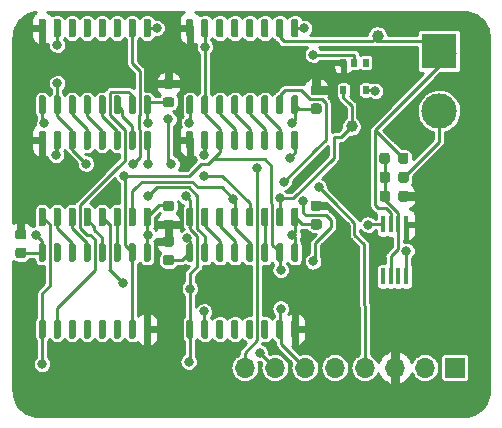
<source format=gbr>
%TF.GenerationSoftware,KiCad,Pcbnew,5.99.0-unknown-ad88874~101~ubuntu20.04.1*%
%TF.CreationDate,2020-05-19T21:15:41-04:00*%
%TF.ProjectId,detector,64657465-6374-46f7-922e-6b696361645f,rev?*%
%TF.SameCoordinates,Original*%
%TF.FileFunction,Copper,L1,Top*%
%TF.FilePolarity,Positive*%
%FSLAX46Y46*%
G04 Gerber Fmt 4.6, Leading zero omitted, Abs format (unit mm)*
G04 Created by KiCad (PCBNEW 5.99.0-unknown-ad88874~101~ubuntu20.04.1) date 2020-05-19 21:15:41*
%MOMM*%
%LPD*%
G01*
G04 APERTURE LIST*
%TA.AperFunction,ComponentPad*%
%ADD10R,1.700000X1.700000*%
%TD*%
%TA.AperFunction,ComponentPad*%
%ADD11O,1.700000X1.700000*%
%TD*%
%TA.AperFunction,ComponentPad*%
%ADD12C,3.000000*%
%TD*%
%TA.AperFunction,ComponentPad*%
%ADD13R,3.000000X3.000000*%
%TD*%
%TA.AperFunction,SMDPad,CuDef*%
%ADD14R,0.510000X0.700000*%
%TD*%
%TA.AperFunction,SMDPad,CuDef*%
%ADD15R,0.450000X1.450000*%
%TD*%
%TA.AperFunction,SMDPad,CuDef*%
%ADD16C,1.000000*%
%TD*%
%TA.AperFunction,ViaPad*%
%ADD17C,0.800000*%
%TD*%
%TA.AperFunction,Conductor*%
%ADD18C,0.250000*%
%TD*%
%TA.AperFunction,Conductor*%
%ADD19C,0.254000*%
%TD*%
G04 APERTURE END LIST*
%TO.P,C6,2*%
%TO.N,GND*%
%TA.AperFunction,SMDPad,CuDef*%
G36*
G01*
X100256250Y-84650000D02*
X99743750Y-84650000D01*
G75*
G02*
X99525000Y-84431250I0J218750D01*
G01*
X99525000Y-83993750D01*
G75*
G02*
X99743750Y-83775000I218750J0D01*
G01*
X100256250Y-83775000D01*
G75*
G02*
X100475000Y-83993750I0J-218750D01*
G01*
X100475000Y-84431250D01*
G75*
G02*
X100256250Y-84650000I-218750J0D01*
G01*
G37*
%TD.AperFunction*%
%TO.P,C6,1*%
%TO.N,+5V*%
%TA.AperFunction,SMDPad,CuDef*%
G36*
G01*
X100256250Y-86225000D02*
X99743750Y-86225000D01*
G75*
G02*
X99525000Y-86006250I0J218750D01*
G01*
X99525000Y-85568750D01*
G75*
G02*
X99743750Y-85350000I218750J0D01*
G01*
X100256250Y-85350000D01*
G75*
G02*
X100475000Y-85568750I0J-218750D01*
G01*
X100475000Y-86006250D01*
G75*
G02*
X100256250Y-86225000I-218750J0D01*
G01*
G37*
%TD.AperFunction*%
%TD*%
%TO.P,C5,2*%
%TO.N,GND*%
%TA.AperFunction,SMDPad,CuDef*%
G36*
G01*
X112756250Y-85250000D02*
X112243750Y-85250000D01*
G75*
G02*
X112025000Y-85031250I0J218750D01*
G01*
X112025000Y-84593750D01*
G75*
G02*
X112243750Y-84375000I218750J0D01*
G01*
X112756250Y-84375000D01*
G75*
G02*
X112975000Y-84593750I0J-218750D01*
G01*
X112975000Y-85031250D01*
G75*
G02*
X112756250Y-85250000I-218750J0D01*
G01*
G37*
%TD.AperFunction*%
%TO.P,C5,1*%
%TO.N,+5V*%
%TA.AperFunction,SMDPad,CuDef*%
G36*
G01*
X112756250Y-86825000D02*
X112243750Y-86825000D01*
G75*
G02*
X112025000Y-86606250I0J218750D01*
G01*
X112025000Y-86168750D01*
G75*
G02*
X112243750Y-85950000I218750J0D01*
G01*
X112756250Y-85950000D01*
G75*
G02*
X112975000Y-86168750I0J-218750D01*
G01*
X112975000Y-86606250D01*
G75*
G02*
X112756250Y-86825000I-218750J0D01*
G01*
G37*
%TD.AperFunction*%
%TD*%
%TO.P,C4,2*%
%TO.N,GND*%
%TA.AperFunction,SMDPad,CuDef*%
G36*
G01*
X125256250Y-72437500D02*
X124743750Y-72437500D01*
G75*
G02*
X124525000Y-72218750I0J218750D01*
G01*
X124525000Y-71781250D01*
G75*
G02*
X124743750Y-71562500I218750J0D01*
G01*
X125256250Y-71562500D01*
G75*
G02*
X125475000Y-71781250I0J-218750D01*
G01*
X125475000Y-72218750D01*
G75*
G02*
X125256250Y-72437500I-218750J0D01*
G01*
G37*
%TD.AperFunction*%
%TO.P,C4,1*%
%TO.N,+5V*%
%TA.AperFunction,SMDPad,CuDef*%
G36*
G01*
X125256250Y-74012500D02*
X124743750Y-74012500D01*
G75*
G02*
X124525000Y-73793750I0J218750D01*
G01*
X124525000Y-73356250D01*
G75*
G02*
X124743750Y-73137500I218750J0D01*
G01*
X125256250Y-73137500D01*
G75*
G02*
X125475000Y-73356250I0J-218750D01*
G01*
X125475000Y-73793750D01*
G75*
G02*
X125256250Y-74012500I-218750J0D01*
G01*
G37*
%TD.AperFunction*%
%TD*%
%TO.P,C3,2*%
%TO.N,GND*%
%TA.AperFunction,SMDPad,CuDef*%
G36*
G01*
X112243750Y-82962500D02*
X112756250Y-82962500D01*
G75*
G02*
X112975000Y-83181250I0J-218750D01*
G01*
X112975000Y-83618750D01*
G75*
G02*
X112756250Y-83837500I-218750J0D01*
G01*
X112243750Y-83837500D01*
G75*
G02*
X112025000Y-83618750I0J218750D01*
G01*
X112025000Y-83181250D01*
G75*
G02*
X112243750Y-82962500I218750J0D01*
G01*
G37*
%TD.AperFunction*%
%TO.P,C3,1*%
%TO.N,+5V*%
%TA.AperFunction,SMDPad,CuDef*%
G36*
G01*
X112243750Y-81387500D02*
X112756250Y-81387500D01*
G75*
G02*
X112975000Y-81606250I0J-218750D01*
G01*
X112975000Y-82043750D01*
G75*
G02*
X112756250Y-82262500I-218750J0D01*
G01*
X112243750Y-82262500D01*
G75*
G02*
X112025000Y-82043750I0J218750D01*
G01*
X112025000Y-81606250D01*
G75*
G02*
X112243750Y-81387500I218750J0D01*
G01*
G37*
%TD.AperFunction*%
%TD*%
%TO.P,C2,2*%
%TO.N,GND*%
%TA.AperFunction,SMDPad,CuDef*%
G36*
G01*
X112756250Y-71900000D02*
X112243750Y-71900000D01*
G75*
G02*
X112025000Y-71681250I0J218750D01*
G01*
X112025000Y-71243750D01*
G75*
G02*
X112243750Y-71025000I218750J0D01*
G01*
X112756250Y-71025000D01*
G75*
G02*
X112975000Y-71243750I0J-218750D01*
G01*
X112975000Y-71681250D01*
G75*
G02*
X112756250Y-71900000I-218750J0D01*
G01*
G37*
%TD.AperFunction*%
%TO.P,C2,1*%
%TO.N,+5V*%
%TA.AperFunction,SMDPad,CuDef*%
G36*
G01*
X112756250Y-73475000D02*
X112243750Y-73475000D01*
G75*
G02*
X112025000Y-73256250I0J218750D01*
G01*
X112025000Y-72818750D01*
G75*
G02*
X112243750Y-72600000I218750J0D01*
G01*
X112756250Y-72600000D01*
G75*
G02*
X112975000Y-72818750I0J-218750D01*
G01*
X112975000Y-73256250D01*
G75*
G02*
X112756250Y-73475000I-218750J0D01*
G01*
G37*
%TD.AperFunction*%
%TD*%
%TO.P,C1,2*%
%TO.N,GND*%
%TA.AperFunction,SMDPad,CuDef*%
G36*
G01*
X125256250Y-82237500D02*
X124743750Y-82237500D01*
G75*
G02*
X124525000Y-82018750I0J218750D01*
G01*
X124525000Y-81581250D01*
G75*
G02*
X124743750Y-81362500I218750J0D01*
G01*
X125256250Y-81362500D01*
G75*
G02*
X125475000Y-81581250I0J-218750D01*
G01*
X125475000Y-82018750D01*
G75*
G02*
X125256250Y-82237500I-218750J0D01*
G01*
G37*
%TD.AperFunction*%
%TO.P,C1,1*%
%TO.N,+5V*%
%TA.AperFunction,SMDPad,CuDef*%
G36*
G01*
X125256250Y-83812500D02*
X124743750Y-83812500D01*
G75*
G02*
X124525000Y-83593750I0J218750D01*
G01*
X124525000Y-83156250D01*
G75*
G02*
X124743750Y-82937500I218750J0D01*
G01*
X125256250Y-82937500D01*
G75*
G02*
X125475000Y-83156250I0J-218750D01*
G01*
X125475000Y-83593750D01*
G75*
G02*
X125256250Y-83812500I-218750J0D01*
G01*
G37*
%TD.AperFunction*%
%TD*%
D10*
%TO.P,J1,1,Pin_1*%
%TO.N,+5V*%
X136750000Y-95500000D03*
D11*
%TO.P,J1,2,Pin_2*%
%TO.N,+12V*%
X134210000Y-95500000D03*
%TO.P,J1,3,Pin_3*%
%TO.N,GND*%
X131670000Y-95500000D03*
%TO.P,J1,4,Pin_4*%
%TO.N,/SCLK*%
X129130000Y-95500000D03*
%TO.P,J1,5,Pin_5*%
%TO.N,/CLR*%
X126590000Y-95500000D03*
%TO.P,J1,6,Pin_6*%
%TO.N,/PULSE*%
X124050000Y-95500000D03*
%TO.P,J1,7,Pin_7*%
%TO.N,/MISO*%
X121510000Y-95500000D03*
%TO.P,J1,8,Pin_8*%
%TO.N,/MOSI*%
X118970000Y-95500000D03*
%TD*%
%TO.P,C18,2*%
%TO.N,GND*%
%TA.AperFunction,SMDPad,CuDef*%
G36*
G01*
X131962500Y-81239953D02*
X131962500Y-80727453D01*
G75*
G02*
X132181250Y-80508703I218750J0D01*
G01*
X132618750Y-80508703D01*
G75*
G02*
X132837500Y-80727453I0J-218750D01*
G01*
X132837500Y-81239953D01*
G75*
G02*
X132618750Y-81458703I-218750J0D01*
G01*
X132181250Y-81458703D01*
G75*
G02*
X131962500Y-81239953I0J218750D01*
G01*
G37*
%TD.AperFunction*%
%TO.P,C18,1*%
%TO.N,Net-(C18-Pad1)*%
%TA.AperFunction,SMDPad,CuDef*%
G36*
G01*
X130387500Y-81239953D02*
X130387500Y-80727453D01*
G75*
G02*
X130606250Y-80508703I218750J0D01*
G01*
X131043750Y-80508703D01*
G75*
G02*
X131262500Y-80727453I0J-218750D01*
G01*
X131262500Y-81239953D01*
G75*
G02*
X131043750Y-81458703I-218750J0D01*
G01*
X130606250Y-81458703D01*
G75*
G02*
X130387500Y-81239953I0J218750D01*
G01*
G37*
%TD.AperFunction*%
%TD*%
D12*
%TO.P,J2,2,Pin_2*%
%TO.N,Net-(C19-Pad1)*%
X135400000Y-73783703D03*
D13*
%TO.P,J2,1,Pin_1*%
%TO.N,/DET_SIG*%
X135400000Y-68703703D03*
%TD*%
%TO.P,U11,16,VCC*%
%TO.N,+5V*%
%TA.AperFunction,SMDPad,CuDef*%
G36*
G01*
X110545000Y-81950000D02*
X110845000Y-81950000D01*
G75*
G02*
X110995000Y-82100000I0J-150000D01*
G01*
X110995000Y-83400000D01*
G75*
G02*
X110845000Y-83550000I-150000J0D01*
G01*
X110545000Y-83550000D01*
G75*
G02*
X110395000Y-83400000I0J150000D01*
G01*
X110395000Y-82100000D01*
G75*
G02*
X110545000Y-81950000I150000J0D01*
G01*
G37*
%TD.AperFunction*%
%TO.P,U11,15,SH*%
%TO.N,/~DET_EN*%
%TA.AperFunction,SMDPad,CuDef*%
G36*
G01*
X109275000Y-81950000D02*
X109575000Y-81950000D01*
G75*
G02*
X109725000Y-82100000I0J-150000D01*
G01*
X109725000Y-83400000D01*
G75*
G02*
X109575000Y-83550000I-150000J0D01*
G01*
X109275000Y-83550000D01*
G75*
G02*
X109125000Y-83400000I0J150000D01*
G01*
X109125000Y-82100000D01*
G75*
G02*
X109275000Y-81950000I150000J0D01*
G01*
G37*
%TD.AperFunction*%
%TO.P,U11,14,H*%
%TO.N,Net-(U11-Pad14)*%
%TA.AperFunction,SMDPad,CuDef*%
G36*
G01*
X108005000Y-81950000D02*
X108305000Y-81950000D01*
G75*
G02*
X108455000Y-82100000I0J-150000D01*
G01*
X108455000Y-83400000D01*
G75*
G02*
X108305000Y-83550000I-150000J0D01*
G01*
X108005000Y-83550000D01*
G75*
G02*
X107855000Y-83400000I0J150000D01*
G01*
X107855000Y-82100000D01*
G75*
G02*
X108005000Y-81950000I150000J0D01*
G01*
G37*
%TD.AperFunction*%
%TO.P,U11,13,QH*%
%TO.N,/MISO*%
%TA.AperFunction,SMDPad,CuDef*%
G36*
G01*
X106735000Y-81950000D02*
X107035000Y-81950000D01*
G75*
G02*
X107185000Y-82100000I0J-150000D01*
G01*
X107185000Y-83400000D01*
G75*
G02*
X107035000Y-83550000I-150000J0D01*
G01*
X106735000Y-83550000D01*
G75*
G02*
X106585000Y-83400000I0J150000D01*
G01*
X106585000Y-82100000D01*
G75*
G02*
X106735000Y-81950000I150000J0D01*
G01*
G37*
%TD.AperFunction*%
%TO.P,U11,12,G*%
%TO.N,Net-(U11-Pad12)*%
%TA.AperFunction,SMDPad,CuDef*%
G36*
G01*
X105465000Y-81950000D02*
X105765000Y-81950000D01*
G75*
G02*
X105915000Y-82100000I0J-150000D01*
G01*
X105915000Y-83400000D01*
G75*
G02*
X105765000Y-83550000I-150000J0D01*
G01*
X105465000Y-83550000D01*
G75*
G02*
X105315000Y-83400000I0J150000D01*
G01*
X105315000Y-82100000D01*
G75*
G02*
X105465000Y-81950000I150000J0D01*
G01*
G37*
%TD.AperFunction*%
%TO.P,U11,11,F*%
%TO.N,Net-(U11-Pad11)*%
%TA.AperFunction,SMDPad,CuDef*%
G36*
G01*
X104195000Y-81950000D02*
X104495000Y-81950000D01*
G75*
G02*
X104645000Y-82100000I0J-150000D01*
G01*
X104645000Y-83400000D01*
G75*
G02*
X104495000Y-83550000I-150000J0D01*
G01*
X104195000Y-83550000D01*
G75*
G02*
X104045000Y-83400000I0J150000D01*
G01*
X104045000Y-82100000D01*
G75*
G02*
X104195000Y-81950000I150000J0D01*
G01*
G37*
%TD.AperFunction*%
%TO.P,U11,10,E*%
%TO.N,Net-(U11-Pad10)*%
%TA.AperFunction,SMDPad,CuDef*%
G36*
G01*
X102925000Y-81950000D02*
X103225000Y-81950000D01*
G75*
G02*
X103375000Y-82100000I0J-150000D01*
G01*
X103375000Y-83400000D01*
G75*
G02*
X103225000Y-83550000I-150000J0D01*
G01*
X102925000Y-83550000D01*
G75*
G02*
X102775000Y-83400000I0J150000D01*
G01*
X102775000Y-82100000D01*
G75*
G02*
X102925000Y-81950000I150000J0D01*
G01*
G37*
%TD.AperFunction*%
%TO.P,U11,9,~R*%
%TO.N,/CLR*%
%TA.AperFunction,SMDPad,CuDef*%
G36*
G01*
X101655000Y-81950000D02*
X101955000Y-81950000D01*
G75*
G02*
X102105000Y-82100000I0J-150000D01*
G01*
X102105000Y-83400000D01*
G75*
G02*
X101955000Y-83550000I-150000J0D01*
G01*
X101655000Y-83550000D01*
G75*
G02*
X101505000Y-83400000I0J150000D01*
G01*
X101505000Y-82100000D01*
G75*
G02*
X101655000Y-81950000I150000J0D01*
G01*
G37*
%TD.AperFunction*%
%TO.P,U11,8,GND*%
%TO.N,GND*%
%TA.AperFunction,SMDPad,CuDef*%
G36*
G01*
X101655000Y-75450000D02*
X101955000Y-75450000D01*
G75*
G02*
X102105000Y-75600000I0J-150000D01*
G01*
X102105000Y-76900000D01*
G75*
G02*
X101955000Y-77050000I-150000J0D01*
G01*
X101655000Y-77050000D01*
G75*
G02*
X101505000Y-76900000I0J150000D01*
G01*
X101505000Y-75600000D01*
G75*
G02*
X101655000Y-75450000I150000J0D01*
G01*
G37*
%TD.AperFunction*%
%TO.P,U11,7,CLK*%
%TO.N,/SCLK*%
%TA.AperFunction,SMDPad,CuDef*%
G36*
G01*
X102925000Y-75450000D02*
X103225000Y-75450000D01*
G75*
G02*
X103375000Y-75600000I0J-150000D01*
G01*
X103375000Y-76900000D01*
G75*
G02*
X103225000Y-77050000I-150000J0D01*
G01*
X102925000Y-77050000D01*
G75*
G02*
X102775000Y-76900000I0J150000D01*
G01*
X102775000Y-75600000D01*
G75*
G02*
X102925000Y-75450000I150000J0D01*
G01*
G37*
%TD.AperFunction*%
%TO.P,U11,6,CLK_Inh*%
%TO.N,/PULSE*%
%TA.AperFunction,SMDPad,CuDef*%
G36*
G01*
X104195000Y-75450000D02*
X104495000Y-75450000D01*
G75*
G02*
X104645000Y-75600000I0J-150000D01*
G01*
X104645000Y-76900000D01*
G75*
G02*
X104495000Y-77050000I-150000J0D01*
G01*
X104195000Y-77050000D01*
G75*
G02*
X104045000Y-76900000I0J150000D01*
G01*
X104045000Y-75600000D01*
G75*
G02*
X104195000Y-75450000I150000J0D01*
G01*
G37*
%TD.AperFunction*%
%TO.P,U11,5,D*%
%TO.N,Net-(U11-Pad5)*%
%TA.AperFunction,SMDPad,CuDef*%
G36*
G01*
X105465000Y-75450000D02*
X105765000Y-75450000D01*
G75*
G02*
X105915000Y-75600000I0J-150000D01*
G01*
X105915000Y-76900000D01*
G75*
G02*
X105765000Y-77050000I-150000J0D01*
G01*
X105465000Y-77050000D01*
G75*
G02*
X105315000Y-76900000I0J150000D01*
G01*
X105315000Y-75600000D01*
G75*
G02*
X105465000Y-75450000I150000J0D01*
G01*
G37*
%TD.AperFunction*%
%TO.P,U11,4,C*%
%TO.N,Net-(U11-Pad4)*%
%TA.AperFunction,SMDPad,CuDef*%
G36*
G01*
X106735000Y-75450000D02*
X107035000Y-75450000D01*
G75*
G02*
X107185000Y-75600000I0J-150000D01*
G01*
X107185000Y-76900000D01*
G75*
G02*
X107035000Y-77050000I-150000J0D01*
G01*
X106735000Y-77050000D01*
G75*
G02*
X106585000Y-76900000I0J150000D01*
G01*
X106585000Y-75600000D01*
G75*
G02*
X106735000Y-75450000I150000J0D01*
G01*
G37*
%TD.AperFunction*%
%TO.P,U11,3,B*%
%TO.N,Net-(U11-Pad3)*%
%TA.AperFunction,SMDPad,CuDef*%
G36*
G01*
X108005000Y-75450000D02*
X108305000Y-75450000D01*
G75*
G02*
X108455000Y-75600000I0J-150000D01*
G01*
X108455000Y-76900000D01*
G75*
G02*
X108305000Y-77050000I-150000J0D01*
G01*
X108005000Y-77050000D01*
G75*
G02*
X107855000Y-76900000I0J150000D01*
G01*
X107855000Y-75600000D01*
G75*
G02*
X108005000Y-75450000I150000J0D01*
G01*
G37*
%TD.AperFunction*%
%TO.P,U11,2,A*%
%TO.N,Net-(U11-Pad2)*%
%TA.AperFunction,SMDPad,CuDef*%
G36*
G01*
X109275000Y-75450000D02*
X109575000Y-75450000D01*
G75*
G02*
X109725000Y-75600000I0J-150000D01*
G01*
X109725000Y-76900000D01*
G75*
G02*
X109575000Y-77050000I-150000J0D01*
G01*
X109275000Y-77050000D01*
G75*
G02*
X109125000Y-76900000I0J150000D01*
G01*
X109125000Y-75600000D01*
G75*
G02*
X109275000Y-75450000I150000J0D01*
G01*
G37*
%TD.AperFunction*%
%TO.P,U11,1,SER*%
%TO.N,Net-(U10-Pad13)*%
%TA.AperFunction,SMDPad,CuDef*%
G36*
G01*
X110545000Y-75450000D02*
X110845000Y-75450000D01*
G75*
G02*
X110995000Y-75600000I0J-150000D01*
G01*
X110995000Y-76900000D01*
G75*
G02*
X110845000Y-77050000I-150000J0D01*
G01*
X110545000Y-77050000D01*
G75*
G02*
X110395000Y-76900000I0J150000D01*
G01*
X110395000Y-75600000D01*
G75*
G02*
X110545000Y-75450000I150000J0D01*
G01*
G37*
%TD.AperFunction*%
%TD*%
%TO.P,U10,16,VCC*%
%TO.N,+5V*%
%TA.AperFunction,SMDPad,CuDef*%
G36*
G01*
X123045000Y-81950000D02*
X123345000Y-81950000D01*
G75*
G02*
X123495000Y-82100000I0J-150000D01*
G01*
X123495000Y-83400000D01*
G75*
G02*
X123345000Y-83550000I-150000J0D01*
G01*
X123045000Y-83550000D01*
G75*
G02*
X122895000Y-83400000I0J150000D01*
G01*
X122895000Y-82100000D01*
G75*
G02*
X123045000Y-81950000I150000J0D01*
G01*
G37*
%TD.AperFunction*%
%TO.P,U10,15,SH*%
%TO.N,/~DET_EN*%
%TA.AperFunction,SMDPad,CuDef*%
G36*
G01*
X121775000Y-81950000D02*
X122075000Y-81950000D01*
G75*
G02*
X122225000Y-82100000I0J-150000D01*
G01*
X122225000Y-83400000D01*
G75*
G02*
X122075000Y-83550000I-150000J0D01*
G01*
X121775000Y-83550000D01*
G75*
G02*
X121625000Y-83400000I0J150000D01*
G01*
X121625000Y-82100000D01*
G75*
G02*
X121775000Y-81950000I150000J0D01*
G01*
G37*
%TD.AperFunction*%
%TO.P,U10,14,H*%
%TO.N,Net-(U10-Pad14)*%
%TA.AperFunction,SMDPad,CuDef*%
G36*
G01*
X120505000Y-81950000D02*
X120805000Y-81950000D01*
G75*
G02*
X120955000Y-82100000I0J-150000D01*
G01*
X120955000Y-83400000D01*
G75*
G02*
X120805000Y-83550000I-150000J0D01*
G01*
X120505000Y-83550000D01*
G75*
G02*
X120355000Y-83400000I0J150000D01*
G01*
X120355000Y-82100000D01*
G75*
G02*
X120505000Y-81950000I150000J0D01*
G01*
G37*
%TD.AperFunction*%
%TO.P,U10,13,QH*%
%TO.N,Net-(U10-Pad13)*%
%TA.AperFunction,SMDPad,CuDef*%
G36*
G01*
X119235000Y-81950000D02*
X119535000Y-81950000D01*
G75*
G02*
X119685000Y-82100000I0J-150000D01*
G01*
X119685000Y-83400000D01*
G75*
G02*
X119535000Y-83550000I-150000J0D01*
G01*
X119235000Y-83550000D01*
G75*
G02*
X119085000Y-83400000I0J150000D01*
G01*
X119085000Y-82100000D01*
G75*
G02*
X119235000Y-81950000I150000J0D01*
G01*
G37*
%TD.AperFunction*%
%TO.P,U10,12,G*%
%TO.N,/~DET_EN*%
%TA.AperFunction,SMDPad,CuDef*%
G36*
G01*
X117965000Y-81950000D02*
X118265000Y-81950000D01*
G75*
G02*
X118415000Y-82100000I0J-150000D01*
G01*
X118415000Y-83400000D01*
G75*
G02*
X118265000Y-83550000I-150000J0D01*
G01*
X117965000Y-83550000D01*
G75*
G02*
X117815000Y-83400000I0J150000D01*
G01*
X117815000Y-82100000D01*
G75*
G02*
X117965000Y-81950000I150000J0D01*
G01*
G37*
%TD.AperFunction*%
%TO.P,U10,11,F*%
%TO.N,Net-(U10-Pad11)*%
%TA.AperFunction,SMDPad,CuDef*%
G36*
G01*
X116695000Y-81950000D02*
X116995000Y-81950000D01*
G75*
G02*
X117145000Y-82100000I0J-150000D01*
G01*
X117145000Y-83400000D01*
G75*
G02*
X116995000Y-83550000I-150000J0D01*
G01*
X116695000Y-83550000D01*
G75*
G02*
X116545000Y-83400000I0J150000D01*
G01*
X116545000Y-82100000D01*
G75*
G02*
X116695000Y-81950000I150000J0D01*
G01*
G37*
%TD.AperFunction*%
%TO.P,U10,10,E*%
%TO.N,Net-(U10-Pad10)*%
%TA.AperFunction,SMDPad,CuDef*%
G36*
G01*
X115425000Y-81950000D02*
X115725000Y-81950000D01*
G75*
G02*
X115875000Y-82100000I0J-150000D01*
G01*
X115875000Y-83400000D01*
G75*
G02*
X115725000Y-83550000I-150000J0D01*
G01*
X115425000Y-83550000D01*
G75*
G02*
X115275000Y-83400000I0J150000D01*
G01*
X115275000Y-82100000D01*
G75*
G02*
X115425000Y-81950000I150000J0D01*
G01*
G37*
%TD.AperFunction*%
%TO.P,U10,9,~R*%
%TO.N,/CLR*%
%TA.AperFunction,SMDPad,CuDef*%
G36*
G01*
X114155000Y-81950000D02*
X114455000Y-81950000D01*
G75*
G02*
X114605000Y-82100000I0J-150000D01*
G01*
X114605000Y-83400000D01*
G75*
G02*
X114455000Y-83550000I-150000J0D01*
G01*
X114155000Y-83550000D01*
G75*
G02*
X114005000Y-83400000I0J150000D01*
G01*
X114005000Y-82100000D01*
G75*
G02*
X114155000Y-81950000I150000J0D01*
G01*
G37*
%TD.AperFunction*%
%TO.P,U10,8,GND*%
%TO.N,GND*%
%TA.AperFunction,SMDPad,CuDef*%
G36*
G01*
X114155000Y-75450000D02*
X114455000Y-75450000D01*
G75*
G02*
X114605000Y-75600000I0J-150000D01*
G01*
X114605000Y-76900000D01*
G75*
G02*
X114455000Y-77050000I-150000J0D01*
G01*
X114155000Y-77050000D01*
G75*
G02*
X114005000Y-76900000I0J150000D01*
G01*
X114005000Y-75600000D01*
G75*
G02*
X114155000Y-75450000I150000J0D01*
G01*
G37*
%TD.AperFunction*%
%TO.P,U10,7,CLK*%
%TO.N,/SCLK*%
%TA.AperFunction,SMDPad,CuDef*%
G36*
G01*
X115425000Y-75450000D02*
X115725000Y-75450000D01*
G75*
G02*
X115875000Y-75600000I0J-150000D01*
G01*
X115875000Y-76900000D01*
G75*
G02*
X115725000Y-77050000I-150000J0D01*
G01*
X115425000Y-77050000D01*
G75*
G02*
X115275000Y-76900000I0J150000D01*
G01*
X115275000Y-75600000D01*
G75*
G02*
X115425000Y-75450000I150000J0D01*
G01*
G37*
%TD.AperFunction*%
%TO.P,U10,6,CLK_Inh*%
%TO.N,/PULSE*%
%TA.AperFunction,SMDPad,CuDef*%
G36*
G01*
X116695000Y-75450000D02*
X116995000Y-75450000D01*
G75*
G02*
X117145000Y-75600000I0J-150000D01*
G01*
X117145000Y-76900000D01*
G75*
G02*
X116995000Y-77050000I-150000J0D01*
G01*
X116695000Y-77050000D01*
G75*
G02*
X116545000Y-76900000I0J150000D01*
G01*
X116545000Y-75600000D01*
G75*
G02*
X116695000Y-75450000I150000J0D01*
G01*
G37*
%TD.AperFunction*%
%TO.P,U10,5,D*%
%TO.N,Net-(U10-Pad5)*%
%TA.AperFunction,SMDPad,CuDef*%
G36*
G01*
X117965000Y-75450000D02*
X118265000Y-75450000D01*
G75*
G02*
X118415000Y-75600000I0J-150000D01*
G01*
X118415000Y-76900000D01*
G75*
G02*
X118265000Y-77050000I-150000J0D01*
G01*
X117965000Y-77050000D01*
G75*
G02*
X117815000Y-76900000I0J150000D01*
G01*
X117815000Y-75600000D01*
G75*
G02*
X117965000Y-75450000I150000J0D01*
G01*
G37*
%TD.AperFunction*%
%TO.P,U10,4,C*%
%TO.N,Net-(U10-Pad4)*%
%TA.AperFunction,SMDPad,CuDef*%
G36*
G01*
X119235000Y-75450000D02*
X119535000Y-75450000D01*
G75*
G02*
X119685000Y-75600000I0J-150000D01*
G01*
X119685000Y-76900000D01*
G75*
G02*
X119535000Y-77050000I-150000J0D01*
G01*
X119235000Y-77050000D01*
G75*
G02*
X119085000Y-76900000I0J150000D01*
G01*
X119085000Y-75600000D01*
G75*
G02*
X119235000Y-75450000I150000J0D01*
G01*
G37*
%TD.AperFunction*%
%TO.P,U10,3,B*%
%TO.N,Net-(U10-Pad3)*%
%TA.AperFunction,SMDPad,CuDef*%
G36*
G01*
X120505000Y-75450000D02*
X120805000Y-75450000D01*
G75*
G02*
X120955000Y-75600000I0J-150000D01*
G01*
X120955000Y-76900000D01*
G75*
G02*
X120805000Y-77050000I-150000J0D01*
G01*
X120505000Y-77050000D01*
G75*
G02*
X120355000Y-76900000I0J150000D01*
G01*
X120355000Y-75600000D01*
G75*
G02*
X120505000Y-75450000I150000J0D01*
G01*
G37*
%TD.AperFunction*%
%TO.P,U10,2,A*%
%TO.N,Net-(U10-Pad2)*%
%TA.AperFunction,SMDPad,CuDef*%
G36*
G01*
X121775000Y-75450000D02*
X122075000Y-75450000D01*
G75*
G02*
X122225000Y-75600000I0J-150000D01*
G01*
X122225000Y-76900000D01*
G75*
G02*
X122075000Y-77050000I-150000J0D01*
G01*
X121775000Y-77050000D01*
G75*
G02*
X121625000Y-76900000I0J150000D01*
G01*
X121625000Y-75600000D01*
G75*
G02*
X121775000Y-75450000I150000J0D01*
G01*
G37*
%TD.AperFunction*%
%TO.P,U10,1,SER*%
%TO.N,/MOSI*%
%TA.AperFunction,SMDPad,CuDef*%
G36*
G01*
X123045000Y-75450000D02*
X123345000Y-75450000D01*
G75*
G02*
X123495000Y-75600000I0J-150000D01*
G01*
X123495000Y-76900000D01*
G75*
G02*
X123345000Y-77050000I-150000J0D01*
G01*
X123045000Y-77050000D01*
G75*
G02*
X122895000Y-76900000I0J150000D01*
G01*
X122895000Y-75600000D01*
G75*
G02*
X123045000Y-75450000I150000J0D01*
G01*
G37*
%TD.AperFunction*%
%TD*%
D14*
%TO.P,U9,5,5Vcc*%
%TO.N,+5V*%
X129200000Y-71993703D03*
%TO.P,U9,4*%
%TO.N,/~DET_EN*%
X127300000Y-71993703D03*
%TO.P,U9,3,GND*%
%TO.N,GND*%
X127300000Y-69673703D03*
%TO.P,U9,2*%
%TO.N,/PULSE*%
X128250000Y-69673703D03*
%TO.P,U9,1*%
%TO.N,Net-(U9-Pad1)*%
X129200000Y-69673703D03*
%TD*%
%TO.P,U8,16,VCC*%
%TO.N,+5V*%
%TA.AperFunction,SMDPad,CuDef*%
G36*
G01*
X101955000Y-86550000D02*
X101655000Y-86550000D01*
G75*
G02*
X101505000Y-86400000I0J150000D01*
G01*
X101505000Y-85100000D01*
G75*
G02*
X101655000Y-84950000I150000J0D01*
G01*
X101955000Y-84950000D01*
G75*
G02*
X102105000Y-85100000I0J-150000D01*
G01*
X102105000Y-86400000D01*
G75*
G02*
X101955000Y-86550000I-150000J0D01*
G01*
G37*
%TD.AperFunction*%
%TO.P,U8,15,Tc*%
%TO.N,Net-(U8-Pad15)*%
%TA.AperFunction,SMDPad,CuDef*%
G36*
G01*
X103225000Y-86550000D02*
X102925000Y-86550000D01*
G75*
G02*
X102775000Y-86400000I0J150000D01*
G01*
X102775000Y-85100000D01*
G75*
G02*
X102925000Y-84950000I150000J0D01*
G01*
X103225000Y-84950000D01*
G75*
G02*
X103375000Y-85100000I0J-150000D01*
G01*
X103375000Y-86400000D01*
G75*
G02*
X103225000Y-86550000I-150000J0D01*
G01*
G37*
%TD.AperFunction*%
%TO.P,U8,14,Q0*%
%TO.N,Net-(U11-Pad10)*%
%TA.AperFunction,SMDPad,CuDef*%
G36*
G01*
X104495000Y-86550000D02*
X104195000Y-86550000D01*
G75*
G02*
X104045000Y-86400000I0J150000D01*
G01*
X104045000Y-85100000D01*
G75*
G02*
X104195000Y-84950000I150000J0D01*
G01*
X104495000Y-84950000D01*
G75*
G02*
X104645000Y-85100000I0J-150000D01*
G01*
X104645000Y-86400000D01*
G75*
G02*
X104495000Y-86550000I-150000J0D01*
G01*
G37*
%TD.AperFunction*%
%TO.P,U8,13,Q1*%
%TO.N,Net-(U11-Pad11)*%
%TA.AperFunction,SMDPad,CuDef*%
G36*
G01*
X105765000Y-86550000D02*
X105465000Y-86550000D01*
G75*
G02*
X105315000Y-86400000I0J150000D01*
G01*
X105315000Y-85100000D01*
G75*
G02*
X105465000Y-84950000I150000J0D01*
G01*
X105765000Y-84950000D01*
G75*
G02*
X105915000Y-85100000I0J-150000D01*
G01*
X105915000Y-86400000D01*
G75*
G02*
X105765000Y-86550000I-150000J0D01*
G01*
G37*
%TD.AperFunction*%
%TO.P,U8,12,Q2*%
%TO.N,Net-(U11-Pad12)*%
%TA.AperFunction,SMDPad,CuDef*%
G36*
G01*
X107035000Y-86550000D02*
X106735000Y-86550000D01*
G75*
G02*
X106585000Y-86400000I0J150000D01*
G01*
X106585000Y-85100000D01*
G75*
G02*
X106735000Y-84950000I150000J0D01*
G01*
X107035000Y-84950000D01*
G75*
G02*
X107185000Y-85100000I0J-150000D01*
G01*
X107185000Y-86400000D01*
G75*
G02*
X107035000Y-86550000I-150000J0D01*
G01*
G37*
%TD.AperFunction*%
%TO.P,U8,11,Q3*%
%TO.N,Net-(U11-Pad14)*%
%TA.AperFunction,SMDPad,CuDef*%
G36*
G01*
X108305000Y-86550000D02*
X108005000Y-86550000D01*
G75*
G02*
X107855000Y-86400000I0J150000D01*
G01*
X107855000Y-85100000D01*
G75*
G02*
X108005000Y-84950000I150000J0D01*
G01*
X108305000Y-84950000D01*
G75*
G02*
X108455000Y-85100000I0J-150000D01*
G01*
X108455000Y-86400000D01*
G75*
G02*
X108305000Y-86550000I-150000J0D01*
G01*
G37*
%TD.AperFunction*%
%TO.P,U8,10,ENT*%
%TO.N,/PULSE*%
%TA.AperFunction,SMDPad,CuDef*%
G36*
G01*
X109575000Y-86550000D02*
X109275000Y-86550000D01*
G75*
G02*
X109125000Y-86400000I0J150000D01*
G01*
X109125000Y-85100000D01*
G75*
G02*
X109275000Y-84950000I150000J0D01*
G01*
X109575000Y-84950000D01*
G75*
G02*
X109725000Y-85100000I0J-150000D01*
G01*
X109725000Y-86400000D01*
G75*
G02*
X109575000Y-86550000I-150000J0D01*
G01*
G37*
%TD.AperFunction*%
%TO.P,U8,9,~Pe*%
%TO.N,+5V*%
%TA.AperFunction,SMDPad,CuDef*%
G36*
G01*
X110845000Y-86550000D02*
X110545000Y-86550000D01*
G75*
G02*
X110395000Y-86400000I0J150000D01*
G01*
X110395000Y-85100000D01*
G75*
G02*
X110545000Y-84950000I150000J0D01*
G01*
X110845000Y-84950000D01*
G75*
G02*
X110995000Y-85100000I0J-150000D01*
G01*
X110995000Y-86400000D01*
G75*
G02*
X110845000Y-86550000I-150000J0D01*
G01*
G37*
%TD.AperFunction*%
%TO.P,U8,8,GND*%
%TO.N,GND*%
%TA.AperFunction,SMDPad,CuDef*%
G36*
G01*
X110845000Y-93050000D02*
X110545000Y-93050000D01*
G75*
G02*
X110395000Y-92900000I0J150000D01*
G01*
X110395000Y-91600000D01*
G75*
G02*
X110545000Y-91450000I150000J0D01*
G01*
X110845000Y-91450000D01*
G75*
G02*
X110995000Y-91600000I0J-150000D01*
G01*
X110995000Y-92900000D01*
G75*
G02*
X110845000Y-93050000I-150000J0D01*
G01*
G37*
%TD.AperFunction*%
%TO.P,U8,7,ENP*%
%TO.N,/PULSE*%
%TA.AperFunction,SMDPad,CuDef*%
G36*
G01*
X109575000Y-93050000D02*
X109275000Y-93050000D01*
G75*
G02*
X109125000Y-92900000I0J150000D01*
G01*
X109125000Y-91600000D01*
G75*
G02*
X109275000Y-91450000I150000J0D01*
G01*
X109575000Y-91450000D01*
G75*
G02*
X109725000Y-91600000I0J-150000D01*
G01*
X109725000Y-92900000D01*
G75*
G02*
X109575000Y-93050000I-150000J0D01*
G01*
G37*
%TD.AperFunction*%
%TO.P,U8,6,P3*%
%TO.N,Net-(U8-Pad6)*%
%TA.AperFunction,SMDPad,CuDef*%
G36*
G01*
X108305000Y-93050000D02*
X108005000Y-93050000D01*
G75*
G02*
X107855000Y-92900000I0J150000D01*
G01*
X107855000Y-91600000D01*
G75*
G02*
X108005000Y-91450000I150000J0D01*
G01*
X108305000Y-91450000D01*
G75*
G02*
X108455000Y-91600000I0J-150000D01*
G01*
X108455000Y-92900000D01*
G75*
G02*
X108305000Y-93050000I-150000J0D01*
G01*
G37*
%TD.AperFunction*%
%TO.P,U8,5,P2*%
%TO.N,Net-(U8-Pad5)*%
%TA.AperFunction,SMDPad,CuDef*%
G36*
G01*
X107035000Y-93050000D02*
X106735000Y-93050000D01*
G75*
G02*
X106585000Y-92900000I0J150000D01*
G01*
X106585000Y-91600000D01*
G75*
G02*
X106735000Y-91450000I150000J0D01*
G01*
X107035000Y-91450000D01*
G75*
G02*
X107185000Y-91600000I0J-150000D01*
G01*
X107185000Y-92900000D01*
G75*
G02*
X107035000Y-93050000I-150000J0D01*
G01*
G37*
%TD.AperFunction*%
%TO.P,U8,4,P1*%
%TO.N,Net-(U8-Pad4)*%
%TA.AperFunction,SMDPad,CuDef*%
G36*
G01*
X105765000Y-93050000D02*
X105465000Y-93050000D01*
G75*
G02*
X105315000Y-92900000I0J150000D01*
G01*
X105315000Y-91600000D01*
G75*
G02*
X105465000Y-91450000I150000J0D01*
G01*
X105765000Y-91450000D01*
G75*
G02*
X105915000Y-91600000I0J-150000D01*
G01*
X105915000Y-92900000D01*
G75*
G02*
X105765000Y-93050000I-150000J0D01*
G01*
G37*
%TD.AperFunction*%
%TO.P,U8,3,P0*%
%TO.N,Net-(U8-Pad3)*%
%TA.AperFunction,SMDPad,CuDef*%
G36*
G01*
X104495000Y-93050000D02*
X104195000Y-93050000D01*
G75*
G02*
X104045000Y-92900000I0J150000D01*
G01*
X104045000Y-91600000D01*
G75*
G02*
X104195000Y-91450000I150000J0D01*
G01*
X104495000Y-91450000D01*
G75*
G02*
X104645000Y-91600000I0J-150000D01*
G01*
X104645000Y-92900000D01*
G75*
G02*
X104495000Y-93050000I-150000J0D01*
G01*
G37*
%TD.AperFunction*%
%TO.P,U8,2,CK*%
%TO.N,Net-(U7-Pad15)*%
%TA.AperFunction,SMDPad,CuDef*%
G36*
G01*
X103225000Y-93050000D02*
X102925000Y-93050000D01*
G75*
G02*
X102775000Y-92900000I0J150000D01*
G01*
X102775000Y-91600000D01*
G75*
G02*
X102925000Y-91450000I150000J0D01*
G01*
X103225000Y-91450000D01*
G75*
G02*
X103375000Y-91600000I0J-150000D01*
G01*
X103375000Y-92900000D01*
G75*
G02*
X103225000Y-93050000I-150000J0D01*
G01*
G37*
%TD.AperFunction*%
%TO.P,U8,1,~MR*%
%TO.N,/CLR*%
%TA.AperFunction,SMDPad,CuDef*%
G36*
G01*
X101955000Y-93050000D02*
X101655000Y-93050000D01*
G75*
G02*
X101505000Y-92900000I0J150000D01*
G01*
X101505000Y-91600000D01*
G75*
G02*
X101655000Y-91450000I150000J0D01*
G01*
X101955000Y-91450000D01*
G75*
G02*
X102105000Y-91600000I0J-150000D01*
G01*
X102105000Y-92900000D01*
G75*
G02*
X101955000Y-93050000I-150000J0D01*
G01*
G37*
%TD.AperFunction*%
%TD*%
%TO.P,U7,16,VCC*%
%TO.N,+5V*%
%TA.AperFunction,SMDPad,CuDef*%
G36*
G01*
X110545000Y-72450000D02*
X110845000Y-72450000D01*
G75*
G02*
X110995000Y-72600000I0J-150000D01*
G01*
X110995000Y-73900000D01*
G75*
G02*
X110845000Y-74050000I-150000J0D01*
G01*
X110545000Y-74050000D01*
G75*
G02*
X110395000Y-73900000I0J150000D01*
G01*
X110395000Y-72600000D01*
G75*
G02*
X110545000Y-72450000I150000J0D01*
G01*
G37*
%TD.AperFunction*%
%TO.P,U7,15,Tc*%
%TO.N,Net-(U7-Pad15)*%
%TA.AperFunction,SMDPad,CuDef*%
G36*
G01*
X109275000Y-72450000D02*
X109575000Y-72450000D01*
G75*
G02*
X109725000Y-72600000I0J-150000D01*
G01*
X109725000Y-73900000D01*
G75*
G02*
X109575000Y-74050000I-150000J0D01*
G01*
X109275000Y-74050000D01*
G75*
G02*
X109125000Y-73900000I0J150000D01*
G01*
X109125000Y-72600000D01*
G75*
G02*
X109275000Y-72450000I150000J0D01*
G01*
G37*
%TD.AperFunction*%
%TO.P,U7,14,Q0*%
%TO.N,Net-(U11-Pad2)*%
%TA.AperFunction,SMDPad,CuDef*%
G36*
G01*
X108005000Y-72450000D02*
X108305000Y-72450000D01*
G75*
G02*
X108455000Y-72600000I0J-150000D01*
G01*
X108455000Y-73900000D01*
G75*
G02*
X108305000Y-74050000I-150000J0D01*
G01*
X108005000Y-74050000D01*
G75*
G02*
X107855000Y-73900000I0J150000D01*
G01*
X107855000Y-72600000D01*
G75*
G02*
X108005000Y-72450000I150000J0D01*
G01*
G37*
%TD.AperFunction*%
%TO.P,U7,13,Q1*%
%TO.N,Net-(U11-Pad3)*%
%TA.AperFunction,SMDPad,CuDef*%
G36*
G01*
X106735000Y-72450000D02*
X107035000Y-72450000D01*
G75*
G02*
X107185000Y-72600000I0J-150000D01*
G01*
X107185000Y-73900000D01*
G75*
G02*
X107035000Y-74050000I-150000J0D01*
G01*
X106735000Y-74050000D01*
G75*
G02*
X106585000Y-73900000I0J150000D01*
G01*
X106585000Y-72600000D01*
G75*
G02*
X106735000Y-72450000I150000J0D01*
G01*
G37*
%TD.AperFunction*%
%TO.P,U7,12,Q2*%
%TO.N,Net-(U11-Pad4)*%
%TA.AperFunction,SMDPad,CuDef*%
G36*
G01*
X105465000Y-72450000D02*
X105765000Y-72450000D01*
G75*
G02*
X105915000Y-72600000I0J-150000D01*
G01*
X105915000Y-73900000D01*
G75*
G02*
X105765000Y-74050000I-150000J0D01*
G01*
X105465000Y-74050000D01*
G75*
G02*
X105315000Y-73900000I0J150000D01*
G01*
X105315000Y-72600000D01*
G75*
G02*
X105465000Y-72450000I150000J0D01*
G01*
G37*
%TD.AperFunction*%
%TO.P,U7,11,Q3*%
%TO.N,Net-(U11-Pad5)*%
%TA.AperFunction,SMDPad,CuDef*%
G36*
G01*
X104195000Y-72450000D02*
X104495000Y-72450000D01*
G75*
G02*
X104645000Y-72600000I0J-150000D01*
G01*
X104645000Y-73900000D01*
G75*
G02*
X104495000Y-74050000I-150000J0D01*
G01*
X104195000Y-74050000D01*
G75*
G02*
X104045000Y-73900000I0J150000D01*
G01*
X104045000Y-72600000D01*
G75*
G02*
X104195000Y-72450000I150000J0D01*
G01*
G37*
%TD.AperFunction*%
%TO.P,U7,10,ENT*%
%TO.N,/PULSE*%
%TA.AperFunction,SMDPad,CuDef*%
G36*
G01*
X102925000Y-72450000D02*
X103225000Y-72450000D01*
G75*
G02*
X103375000Y-72600000I0J-150000D01*
G01*
X103375000Y-73900000D01*
G75*
G02*
X103225000Y-74050000I-150000J0D01*
G01*
X102925000Y-74050000D01*
G75*
G02*
X102775000Y-73900000I0J150000D01*
G01*
X102775000Y-72600000D01*
G75*
G02*
X102925000Y-72450000I150000J0D01*
G01*
G37*
%TD.AperFunction*%
%TO.P,U7,9,~Pe*%
%TO.N,+5V*%
%TA.AperFunction,SMDPad,CuDef*%
G36*
G01*
X101655000Y-72450000D02*
X101955000Y-72450000D01*
G75*
G02*
X102105000Y-72600000I0J-150000D01*
G01*
X102105000Y-73900000D01*
G75*
G02*
X101955000Y-74050000I-150000J0D01*
G01*
X101655000Y-74050000D01*
G75*
G02*
X101505000Y-73900000I0J150000D01*
G01*
X101505000Y-72600000D01*
G75*
G02*
X101655000Y-72450000I150000J0D01*
G01*
G37*
%TD.AperFunction*%
%TO.P,U7,8,GND*%
%TO.N,GND*%
%TA.AperFunction,SMDPad,CuDef*%
G36*
G01*
X101655000Y-65950000D02*
X101955000Y-65950000D01*
G75*
G02*
X102105000Y-66100000I0J-150000D01*
G01*
X102105000Y-67400000D01*
G75*
G02*
X101955000Y-67550000I-150000J0D01*
G01*
X101655000Y-67550000D01*
G75*
G02*
X101505000Y-67400000I0J150000D01*
G01*
X101505000Y-66100000D01*
G75*
G02*
X101655000Y-65950000I150000J0D01*
G01*
G37*
%TD.AperFunction*%
%TO.P,U7,7,ENP*%
%TO.N,/PULSE*%
%TA.AperFunction,SMDPad,CuDef*%
G36*
G01*
X102925000Y-65950000D02*
X103225000Y-65950000D01*
G75*
G02*
X103375000Y-66100000I0J-150000D01*
G01*
X103375000Y-67400000D01*
G75*
G02*
X103225000Y-67550000I-150000J0D01*
G01*
X102925000Y-67550000D01*
G75*
G02*
X102775000Y-67400000I0J150000D01*
G01*
X102775000Y-66100000D01*
G75*
G02*
X102925000Y-65950000I150000J0D01*
G01*
G37*
%TD.AperFunction*%
%TO.P,U7,6,P3*%
%TO.N,Net-(U7-Pad6)*%
%TA.AperFunction,SMDPad,CuDef*%
G36*
G01*
X104195000Y-65950000D02*
X104495000Y-65950000D01*
G75*
G02*
X104645000Y-66100000I0J-150000D01*
G01*
X104645000Y-67400000D01*
G75*
G02*
X104495000Y-67550000I-150000J0D01*
G01*
X104195000Y-67550000D01*
G75*
G02*
X104045000Y-67400000I0J150000D01*
G01*
X104045000Y-66100000D01*
G75*
G02*
X104195000Y-65950000I150000J0D01*
G01*
G37*
%TD.AperFunction*%
%TO.P,U7,5,P2*%
%TO.N,Net-(U7-Pad5)*%
%TA.AperFunction,SMDPad,CuDef*%
G36*
G01*
X105465000Y-65950000D02*
X105765000Y-65950000D01*
G75*
G02*
X105915000Y-66100000I0J-150000D01*
G01*
X105915000Y-67400000D01*
G75*
G02*
X105765000Y-67550000I-150000J0D01*
G01*
X105465000Y-67550000D01*
G75*
G02*
X105315000Y-67400000I0J150000D01*
G01*
X105315000Y-66100000D01*
G75*
G02*
X105465000Y-65950000I150000J0D01*
G01*
G37*
%TD.AperFunction*%
%TO.P,U7,4,P1*%
%TO.N,Net-(U7-Pad4)*%
%TA.AperFunction,SMDPad,CuDef*%
G36*
G01*
X106735000Y-65950000D02*
X107035000Y-65950000D01*
G75*
G02*
X107185000Y-66100000I0J-150000D01*
G01*
X107185000Y-67400000D01*
G75*
G02*
X107035000Y-67550000I-150000J0D01*
G01*
X106735000Y-67550000D01*
G75*
G02*
X106585000Y-67400000I0J150000D01*
G01*
X106585000Y-66100000D01*
G75*
G02*
X106735000Y-65950000I150000J0D01*
G01*
G37*
%TD.AperFunction*%
%TO.P,U7,3,P0*%
%TO.N,Net-(U7-Pad3)*%
%TA.AperFunction,SMDPad,CuDef*%
G36*
G01*
X108005000Y-65950000D02*
X108305000Y-65950000D01*
G75*
G02*
X108455000Y-66100000I0J-150000D01*
G01*
X108455000Y-67400000D01*
G75*
G02*
X108305000Y-67550000I-150000J0D01*
G01*
X108005000Y-67550000D01*
G75*
G02*
X107855000Y-67400000I0J150000D01*
G01*
X107855000Y-66100000D01*
G75*
G02*
X108005000Y-65950000I150000J0D01*
G01*
G37*
%TD.AperFunction*%
%TO.P,U7,2,CK*%
%TO.N,Net-(U6-Pad15)*%
%TA.AperFunction,SMDPad,CuDef*%
G36*
G01*
X109275000Y-65950000D02*
X109575000Y-65950000D01*
G75*
G02*
X109725000Y-66100000I0J-150000D01*
G01*
X109725000Y-67400000D01*
G75*
G02*
X109575000Y-67550000I-150000J0D01*
G01*
X109275000Y-67550000D01*
G75*
G02*
X109125000Y-67400000I0J150000D01*
G01*
X109125000Y-66100000D01*
G75*
G02*
X109275000Y-65950000I150000J0D01*
G01*
G37*
%TD.AperFunction*%
%TO.P,U7,1,~MR*%
%TO.N,/CLR*%
%TA.AperFunction,SMDPad,CuDef*%
G36*
G01*
X110545000Y-65950000D02*
X110845000Y-65950000D01*
G75*
G02*
X110995000Y-66100000I0J-150000D01*
G01*
X110995000Y-67400000D01*
G75*
G02*
X110845000Y-67550000I-150000J0D01*
G01*
X110545000Y-67550000D01*
G75*
G02*
X110395000Y-67400000I0J150000D01*
G01*
X110395000Y-66100000D01*
G75*
G02*
X110545000Y-65950000I150000J0D01*
G01*
G37*
%TD.AperFunction*%
%TD*%
%TO.P,U6,16,VCC*%
%TO.N,+5V*%
%TA.AperFunction,SMDPad,CuDef*%
G36*
G01*
X114455000Y-86550000D02*
X114155000Y-86550000D01*
G75*
G02*
X114005000Y-86400000I0J150000D01*
G01*
X114005000Y-85100000D01*
G75*
G02*
X114155000Y-84950000I150000J0D01*
G01*
X114455000Y-84950000D01*
G75*
G02*
X114605000Y-85100000I0J-150000D01*
G01*
X114605000Y-86400000D01*
G75*
G02*
X114455000Y-86550000I-150000J0D01*
G01*
G37*
%TD.AperFunction*%
%TO.P,U6,15,Tc*%
%TO.N,Net-(U6-Pad15)*%
%TA.AperFunction,SMDPad,CuDef*%
G36*
G01*
X115725000Y-86550000D02*
X115425000Y-86550000D01*
G75*
G02*
X115275000Y-86400000I0J150000D01*
G01*
X115275000Y-85100000D01*
G75*
G02*
X115425000Y-84950000I150000J0D01*
G01*
X115725000Y-84950000D01*
G75*
G02*
X115875000Y-85100000I0J-150000D01*
G01*
X115875000Y-86400000D01*
G75*
G02*
X115725000Y-86550000I-150000J0D01*
G01*
G37*
%TD.AperFunction*%
%TO.P,U6,14,Q0*%
%TO.N,Net-(U10-Pad10)*%
%TA.AperFunction,SMDPad,CuDef*%
G36*
G01*
X116995000Y-86550000D02*
X116695000Y-86550000D01*
G75*
G02*
X116545000Y-86400000I0J150000D01*
G01*
X116545000Y-85100000D01*
G75*
G02*
X116695000Y-84950000I150000J0D01*
G01*
X116995000Y-84950000D01*
G75*
G02*
X117145000Y-85100000I0J-150000D01*
G01*
X117145000Y-86400000D01*
G75*
G02*
X116995000Y-86550000I-150000J0D01*
G01*
G37*
%TD.AperFunction*%
%TO.P,U6,13,Q1*%
%TO.N,Net-(U10-Pad11)*%
%TA.AperFunction,SMDPad,CuDef*%
G36*
G01*
X118265000Y-86550000D02*
X117965000Y-86550000D01*
G75*
G02*
X117815000Y-86400000I0J150000D01*
G01*
X117815000Y-85100000D01*
G75*
G02*
X117965000Y-84950000I150000J0D01*
G01*
X118265000Y-84950000D01*
G75*
G02*
X118415000Y-85100000I0J-150000D01*
G01*
X118415000Y-86400000D01*
G75*
G02*
X118265000Y-86550000I-150000J0D01*
G01*
G37*
%TD.AperFunction*%
%TO.P,U6,12,Q2*%
%TO.N,/~DET_EN*%
%TA.AperFunction,SMDPad,CuDef*%
G36*
G01*
X119535000Y-86550000D02*
X119235000Y-86550000D01*
G75*
G02*
X119085000Y-86400000I0J150000D01*
G01*
X119085000Y-85100000D01*
G75*
G02*
X119235000Y-84950000I150000J0D01*
G01*
X119535000Y-84950000D01*
G75*
G02*
X119685000Y-85100000I0J-150000D01*
G01*
X119685000Y-86400000D01*
G75*
G02*
X119535000Y-86550000I-150000J0D01*
G01*
G37*
%TD.AperFunction*%
%TO.P,U6,11,Q3*%
%TO.N,Net-(U10-Pad14)*%
%TA.AperFunction,SMDPad,CuDef*%
G36*
G01*
X120805000Y-86550000D02*
X120505000Y-86550000D01*
G75*
G02*
X120355000Y-86400000I0J150000D01*
G01*
X120355000Y-85100000D01*
G75*
G02*
X120505000Y-84950000I150000J0D01*
G01*
X120805000Y-84950000D01*
G75*
G02*
X120955000Y-85100000I0J-150000D01*
G01*
X120955000Y-86400000D01*
G75*
G02*
X120805000Y-86550000I-150000J0D01*
G01*
G37*
%TD.AperFunction*%
%TO.P,U6,10,ENT*%
%TO.N,/PULSE*%
%TA.AperFunction,SMDPad,CuDef*%
G36*
G01*
X122075000Y-86550000D02*
X121775000Y-86550000D01*
G75*
G02*
X121625000Y-86400000I0J150000D01*
G01*
X121625000Y-85100000D01*
G75*
G02*
X121775000Y-84950000I150000J0D01*
G01*
X122075000Y-84950000D01*
G75*
G02*
X122225000Y-85100000I0J-150000D01*
G01*
X122225000Y-86400000D01*
G75*
G02*
X122075000Y-86550000I-150000J0D01*
G01*
G37*
%TD.AperFunction*%
%TO.P,U6,9,~Pe*%
%TO.N,+5V*%
%TA.AperFunction,SMDPad,CuDef*%
G36*
G01*
X123345000Y-86550000D02*
X123045000Y-86550000D01*
G75*
G02*
X122895000Y-86400000I0J150000D01*
G01*
X122895000Y-85100000D01*
G75*
G02*
X123045000Y-84950000I150000J0D01*
G01*
X123345000Y-84950000D01*
G75*
G02*
X123495000Y-85100000I0J-150000D01*
G01*
X123495000Y-86400000D01*
G75*
G02*
X123345000Y-86550000I-150000J0D01*
G01*
G37*
%TD.AperFunction*%
%TO.P,U6,8,GND*%
%TO.N,GND*%
%TA.AperFunction,SMDPad,CuDef*%
G36*
G01*
X123345000Y-93050000D02*
X123045000Y-93050000D01*
G75*
G02*
X122895000Y-92900000I0J150000D01*
G01*
X122895000Y-91600000D01*
G75*
G02*
X123045000Y-91450000I150000J0D01*
G01*
X123345000Y-91450000D01*
G75*
G02*
X123495000Y-91600000I0J-150000D01*
G01*
X123495000Y-92900000D01*
G75*
G02*
X123345000Y-93050000I-150000J0D01*
G01*
G37*
%TD.AperFunction*%
%TO.P,U6,7,ENP*%
%TO.N,/PULSE*%
%TA.AperFunction,SMDPad,CuDef*%
G36*
G01*
X122075000Y-93050000D02*
X121775000Y-93050000D01*
G75*
G02*
X121625000Y-92900000I0J150000D01*
G01*
X121625000Y-91600000D01*
G75*
G02*
X121775000Y-91450000I150000J0D01*
G01*
X122075000Y-91450000D01*
G75*
G02*
X122225000Y-91600000I0J-150000D01*
G01*
X122225000Y-92900000D01*
G75*
G02*
X122075000Y-93050000I-150000J0D01*
G01*
G37*
%TD.AperFunction*%
%TO.P,U6,6,P3*%
%TO.N,Net-(U6-Pad6)*%
%TA.AperFunction,SMDPad,CuDef*%
G36*
G01*
X120805000Y-93050000D02*
X120505000Y-93050000D01*
G75*
G02*
X120355000Y-92900000I0J150000D01*
G01*
X120355000Y-91600000D01*
G75*
G02*
X120505000Y-91450000I150000J0D01*
G01*
X120805000Y-91450000D01*
G75*
G02*
X120955000Y-91600000I0J-150000D01*
G01*
X120955000Y-92900000D01*
G75*
G02*
X120805000Y-93050000I-150000J0D01*
G01*
G37*
%TD.AperFunction*%
%TO.P,U6,5,P2*%
%TO.N,Net-(U6-Pad5)*%
%TA.AperFunction,SMDPad,CuDef*%
G36*
G01*
X119535000Y-93050000D02*
X119235000Y-93050000D01*
G75*
G02*
X119085000Y-92900000I0J150000D01*
G01*
X119085000Y-91600000D01*
G75*
G02*
X119235000Y-91450000I150000J0D01*
G01*
X119535000Y-91450000D01*
G75*
G02*
X119685000Y-91600000I0J-150000D01*
G01*
X119685000Y-92900000D01*
G75*
G02*
X119535000Y-93050000I-150000J0D01*
G01*
G37*
%TD.AperFunction*%
%TO.P,U6,4,P1*%
%TO.N,Net-(U6-Pad4)*%
%TA.AperFunction,SMDPad,CuDef*%
G36*
G01*
X118265000Y-93050000D02*
X117965000Y-93050000D01*
G75*
G02*
X117815000Y-92900000I0J150000D01*
G01*
X117815000Y-91600000D01*
G75*
G02*
X117965000Y-91450000I150000J0D01*
G01*
X118265000Y-91450000D01*
G75*
G02*
X118415000Y-91600000I0J-150000D01*
G01*
X118415000Y-92900000D01*
G75*
G02*
X118265000Y-93050000I-150000J0D01*
G01*
G37*
%TD.AperFunction*%
%TO.P,U6,3,P0*%
%TO.N,Net-(U6-Pad3)*%
%TA.AperFunction,SMDPad,CuDef*%
G36*
G01*
X116995000Y-93050000D02*
X116695000Y-93050000D01*
G75*
G02*
X116545000Y-92900000I0J150000D01*
G01*
X116545000Y-91600000D01*
G75*
G02*
X116695000Y-91450000I150000J0D01*
G01*
X116995000Y-91450000D01*
G75*
G02*
X117145000Y-91600000I0J-150000D01*
G01*
X117145000Y-92900000D01*
G75*
G02*
X116995000Y-93050000I-150000J0D01*
G01*
G37*
%TD.AperFunction*%
%TO.P,U6,2,CK*%
%TO.N,Net-(U5-Pad15)*%
%TA.AperFunction,SMDPad,CuDef*%
G36*
G01*
X115725000Y-93050000D02*
X115425000Y-93050000D01*
G75*
G02*
X115275000Y-92900000I0J150000D01*
G01*
X115275000Y-91600000D01*
G75*
G02*
X115425000Y-91450000I150000J0D01*
G01*
X115725000Y-91450000D01*
G75*
G02*
X115875000Y-91600000I0J-150000D01*
G01*
X115875000Y-92900000D01*
G75*
G02*
X115725000Y-93050000I-150000J0D01*
G01*
G37*
%TD.AperFunction*%
%TO.P,U6,1,~MR*%
%TO.N,/CLR*%
%TA.AperFunction,SMDPad,CuDef*%
G36*
G01*
X114455000Y-93050000D02*
X114155000Y-93050000D01*
G75*
G02*
X114005000Y-92900000I0J150000D01*
G01*
X114005000Y-91600000D01*
G75*
G02*
X114155000Y-91450000I150000J0D01*
G01*
X114455000Y-91450000D01*
G75*
G02*
X114605000Y-91600000I0J-150000D01*
G01*
X114605000Y-92900000D01*
G75*
G02*
X114455000Y-93050000I-150000J0D01*
G01*
G37*
%TD.AperFunction*%
%TD*%
%TO.P,U5,16,VCC*%
%TO.N,+5V*%
%TA.AperFunction,SMDPad,CuDef*%
G36*
G01*
X123045000Y-72450000D02*
X123345000Y-72450000D01*
G75*
G02*
X123495000Y-72600000I0J-150000D01*
G01*
X123495000Y-73900000D01*
G75*
G02*
X123345000Y-74050000I-150000J0D01*
G01*
X123045000Y-74050000D01*
G75*
G02*
X122895000Y-73900000I0J150000D01*
G01*
X122895000Y-72600000D01*
G75*
G02*
X123045000Y-72450000I150000J0D01*
G01*
G37*
%TD.AperFunction*%
%TO.P,U5,15,Tc*%
%TO.N,Net-(U5-Pad15)*%
%TA.AperFunction,SMDPad,CuDef*%
G36*
G01*
X121775000Y-72450000D02*
X122075000Y-72450000D01*
G75*
G02*
X122225000Y-72600000I0J-150000D01*
G01*
X122225000Y-73900000D01*
G75*
G02*
X122075000Y-74050000I-150000J0D01*
G01*
X121775000Y-74050000D01*
G75*
G02*
X121625000Y-73900000I0J150000D01*
G01*
X121625000Y-72600000D01*
G75*
G02*
X121775000Y-72450000I150000J0D01*
G01*
G37*
%TD.AperFunction*%
%TO.P,U5,14,Q0*%
%TO.N,Net-(U10-Pad2)*%
%TA.AperFunction,SMDPad,CuDef*%
G36*
G01*
X120505000Y-72450000D02*
X120805000Y-72450000D01*
G75*
G02*
X120955000Y-72600000I0J-150000D01*
G01*
X120955000Y-73900000D01*
G75*
G02*
X120805000Y-74050000I-150000J0D01*
G01*
X120505000Y-74050000D01*
G75*
G02*
X120355000Y-73900000I0J150000D01*
G01*
X120355000Y-72600000D01*
G75*
G02*
X120505000Y-72450000I150000J0D01*
G01*
G37*
%TD.AperFunction*%
%TO.P,U5,13,Q1*%
%TO.N,Net-(U10-Pad3)*%
%TA.AperFunction,SMDPad,CuDef*%
G36*
G01*
X119235000Y-72450000D02*
X119535000Y-72450000D01*
G75*
G02*
X119685000Y-72600000I0J-150000D01*
G01*
X119685000Y-73900000D01*
G75*
G02*
X119535000Y-74050000I-150000J0D01*
G01*
X119235000Y-74050000D01*
G75*
G02*
X119085000Y-73900000I0J150000D01*
G01*
X119085000Y-72600000D01*
G75*
G02*
X119235000Y-72450000I150000J0D01*
G01*
G37*
%TD.AperFunction*%
%TO.P,U5,12,Q2*%
%TO.N,Net-(U10-Pad4)*%
%TA.AperFunction,SMDPad,CuDef*%
G36*
G01*
X117965000Y-72450000D02*
X118265000Y-72450000D01*
G75*
G02*
X118415000Y-72600000I0J-150000D01*
G01*
X118415000Y-73900000D01*
G75*
G02*
X118265000Y-74050000I-150000J0D01*
G01*
X117965000Y-74050000D01*
G75*
G02*
X117815000Y-73900000I0J150000D01*
G01*
X117815000Y-72600000D01*
G75*
G02*
X117965000Y-72450000I150000J0D01*
G01*
G37*
%TD.AperFunction*%
%TO.P,U5,11,Q3*%
%TO.N,Net-(U10-Pad5)*%
%TA.AperFunction,SMDPad,CuDef*%
G36*
G01*
X116695000Y-72450000D02*
X116995000Y-72450000D01*
G75*
G02*
X117145000Y-72600000I0J-150000D01*
G01*
X117145000Y-73900000D01*
G75*
G02*
X116995000Y-74050000I-150000J0D01*
G01*
X116695000Y-74050000D01*
G75*
G02*
X116545000Y-73900000I0J150000D01*
G01*
X116545000Y-72600000D01*
G75*
G02*
X116695000Y-72450000I150000J0D01*
G01*
G37*
%TD.AperFunction*%
%TO.P,U5,10,ENT*%
%TO.N,/PULSE*%
%TA.AperFunction,SMDPad,CuDef*%
G36*
G01*
X115425000Y-72450000D02*
X115725000Y-72450000D01*
G75*
G02*
X115875000Y-72600000I0J-150000D01*
G01*
X115875000Y-73900000D01*
G75*
G02*
X115725000Y-74050000I-150000J0D01*
G01*
X115425000Y-74050000D01*
G75*
G02*
X115275000Y-73900000I0J150000D01*
G01*
X115275000Y-72600000D01*
G75*
G02*
X115425000Y-72450000I150000J0D01*
G01*
G37*
%TD.AperFunction*%
%TO.P,U5,9,~Pe*%
%TO.N,+5V*%
%TA.AperFunction,SMDPad,CuDef*%
G36*
G01*
X114155000Y-72450000D02*
X114455000Y-72450000D01*
G75*
G02*
X114605000Y-72600000I0J-150000D01*
G01*
X114605000Y-73900000D01*
G75*
G02*
X114455000Y-74050000I-150000J0D01*
G01*
X114155000Y-74050000D01*
G75*
G02*
X114005000Y-73900000I0J150000D01*
G01*
X114005000Y-72600000D01*
G75*
G02*
X114155000Y-72450000I150000J0D01*
G01*
G37*
%TD.AperFunction*%
%TO.P,U5,8,GND*%
%TO.N,GND*%
%TA.AperFunction,SMDPad,CuDef*%
G36*
G01*
X114155000Y-65950000D02*
X114455000Y-65950000D01*
G75*
G02*
X114605000Y-66100000I0J-150000D01*
G01*
X114605000Y-67400000D01*
G75*
G02*
X114455000Y-67550000I-150000J0D01*
G01*
X114155000Y-67550000D01*
G75*
G02*
X114005000Y-67400000I0J150000D01*
G01*
X114005000Y-66100000D01*
G75*
G02*
X114155000Y-65950000I150000J0D01*
G01*
G37*
%TD.AperFunction*%
%TO.P,U5,7,ENP*%
%TO.N,/PULSE*%
%TA.AperFunction,SMDPad,CuDef*%
G36*
G01*
X115425000Y-65950000D02*
X115725000Y-65950000D01*
G75*
G02*
X115875000Y-66100000I0J-150000D01*
G01*
X115875000Y-67400000D01*
G75*
G02*
X115725000Y-67550000I-150000J0D01*
G01*
X115425000Y-67550000D01*
G75*
G02*
X115275000Y-67400000I0J150000D01*
G01*
X115275000Y-66100000D01*
G75*
G02*
X115425000Y-65950000I150000J0D01*
G01*
G37*
%TD.AperFunction*%
%TO.P,U5,6,P3*%
%TO.N,Net-(U5-Pad6)*%
%TA.AperFunction,SMDPad,CuDef*%
G36*
G01*
X116695000Y-65950000D02*
X116995000Y-65950000D01*
G75*
G02*
X117145000Y-66100000I0J-150000D01*
G01*
X117145000Y-67400000D01*
G75*
G02*
X116995000Y-67550000I-150000J0D01*
G01*
X116695000Y-67550000D01*
G75*
G02*
X116545000Y-67400000I0J150000D01*
G01*
X116545000Y-66100000D01*
G75*
G02*
X116695000Y-65950000I150000J0D01*
G01*
G37*
%TD.AperFunction*%
%TO.P,U5,5,P2*%
%TO.N,Net-(U5-Pad5)*%
%TA.AperFunction,SMDPad,CuDef*%
G36*
G01*
X117965000Y-65950000D02*
X118265000Y-65950000D01*
G75*
G02*
X118415000Y-66100000I0J-150000D01*
G01*
X118415000Y-67400000D01*
G75*
G02*
X118265000Y-67550000I-150000J0D01*
G01*
X117965000Y-67550000D01*
G75*
G02*
X117815000Y-67400000I0J150000D01*
G01*
X117815000Y-66100000D01*
G75*
G02*
X117965000Y-65950000I150000J0D01*
G01*
G37*
%TD.AperFunction*%
%TO.P,U5,4,P1*%
%TO.N,Net-(U5-Pad4)*%
%TA.AperFunction,SMDPad,CuDef*%
G36*
G01*
X119235000Y-65950000D02*
X119535000Y-65950000D01*
G75*
G02*
X119685000Y-66100000I0J-150000D01*
G01*
X119685000Y-67400000D01*
G75*
G02*
X119535000Y-67550000I-150000J0D01*
G01*
X119235000Y-67550000D01*
G75*
G02*
X119085000Y-67400000I0J150000D01*
G01*
X119085000Y-66100000D01*
G75*
G02*
X119235000Y-65950000I150000J0D01*
G01*
G37*
%TD.AperFunction*%
%TO.P,U5,3,P0*%
%TO.N,Net-(U5-Pad3)*%
%TA.AperFunction,SMDPad,CuDef*%
G36*
G01*
X120505000Y-65950000D02*
X120805000Y-65950000D01*
G75*
G02*
X120955000Y-66100000I0J-150000D01*
G01*
X120955000Y-67400000D01*
G75*
G02*
X120805000Y-67550000I-150000J0D01*
G01*
X120505000Y-67550000D01*
G75*
G02*
X120355000Y-67400000I0J150000D01*
G01*
X120355000Y-66100000D01*
G75*
G02*
X120505000Y-65950000I150000J0D01*
G01*
G37*
%TD.AperFunction*%
%TO.P,U5,2,CK*%
%TO.N,/DET_SIG*%
%TA.AperFunction,SMDPad,CuDef*%
G36*
G01*
X121775000Y-65950000D02*
X122075000Y-65950000D01*
G75*
G02*
X122225000Y-66100000I0J-150000D01*
G01*
X122225000Y-67400000D01*
G75*
G02*
X122075000Y-67550000I-150000J0D01*
G01*
X121775000Y-67550000D01*
G75*
G02*
X121625000Y-67400000I0J150000D01*
G01*
X121625000Y-66100000D01*
G75*
G02*
X121775000Y-65950000I150000J0D01*
G01*
G37*
%TD.AperFunction*%
%TO.P,U5,1,~MR*%
%TO.N,/CLR*%
%TA.AperFunction,SMDPad,CuDef*%
G36*
G01*
X123045000Y-65950000D02*
X123345000Y-65950000D01*
G75*
G02*
X123495000Y-66100000I0J-150000D01*
G01*
X123495000Y-67400000D01*
G75*
G02*
X123345000Y-67550000I-150000J0D01*
G01*
X123045000Y-67550000D01*
G75*
G02*
X122895000Y-67400000I0J150000D01*
G01*
X122895000Y-66100000D01*
G75*
G02*
X123045000Y-65950000I150000J0D01*
G01*
G37*
%TD.AperFunction*%
%TD*%
D15*
%TO.P,U4,8,VCC*%
%TO.N,+5V*%
X132600000Y-87783703D03*
%TO.P,U4,7,DIS*%
%TO.N,Net-(U4-Pad7)*%
X131950000Y-87783703D03*
%TO.P,U4,6,THR*%
%TO.N,Net-(C18-Pad1)*%
X131300000Y-87783703D03*
%TO.P,U4,5,CV*%
%TO.N,Net-(U4-Pad5)*%
X130650000Y-87783703D03*
%TO.P,U4,4,R*%
%TO.N,+5V*%
X130650000Y-83383703D03*
%TO.P,U4,3,Q*%
%TO.N,/DET_SIG*%
X131300000Y-83383703D03*
%TO.P,U4,2,TR*%
%TO.N,Net-(C18-Pad1)*%
X131950000Y-83383703D03*
%TO.P,U4,1,GND*%
%TO.N,GND*%
X132600000Y-83383703D03*
%TD*%
D16*
%TO.P,TP5,1,1*%
%TO.N,/~DET_EN*%
X128000000Y-75083703D03*
%TD*%
%TO.P,TP4,1,1*%
%TO.N,/DET_SIG*%
X130200000Y-67383703D03*
%TD*%
%TO.P,R10,2*%
%TO.N,/DET_SIG*%
%TA.AperFunction,SMDPad,CuDef*%
G36*
G01*
X131937500Y-78039953D02*
X131937500Y-77527453D01*
G75*
G02*
X132156250Y-77308703I218750J0D01*
G01*
X132593750Y-77308703D01*
G75*
G02*
X132812500Y-77527453I0J-218750D01*
G01*
X132812500Y-78039953D01*
G75*
G02*
X132593750Y-78258703I-218750J0D01*
G01*
X132156250Y-78258703D01*
G75*
G02*
X131937500Y-78039953I0J218750D01*
G01*
G37*
%TD.AperFunction*%
%TO.P,R10,1*%
%TO.N,Net-(C18-Pad1)*%
%TA.AperFunction,SMDPad,CuDef*%
G36*
G01*
X130362500Y-78039953D02*
X130362500Y-77527453D01*
G75*
G02*
X130581250Y-77308703I218750J0D01*
G01*
X131018750Y-77308703D01*
G75*
G02*
X131237500Y-77527453I0J-218750D01*
G01*
X131237500Y-78039953D01*
G75*
G02*
X131018750Y-78258703I-218750J0D01*
G01*
X130581250Y-78258703D01*
G75*
G02*
X130362500Y-78039953I0J218750D01*
G01*
G37*
%TD.AperFunction*%
%TD*%
%TO.P,C19,2*%
%TO.N,Net-(C18-Pad1)*%
%TA.AperFunction,SMDPad,CuDef*%
G36*
G01*
X131262500Y-79127453D02*
X131262500Y-79639953D01*
G75*
G02*
X131043750Y-79858703I-218750J0D01*
G01*
X130606250Y-79858703D01*
G75*
G02*
X130387500Y-79639953I0J218750D01*
G01*
X130387500Y-79127453D01*
G75*
G02*
X130606250Y-78908703I218750J0D01*
G01*
X131043750Y-78908703D01*
G75*
G02*
X131262500Y-79127453I0J-218750D01*
G01*
G37*
%TD.AperFunction*%
%TO.P,C19,1*%
%TO.N,Net-(C19-Pad1)*%
%TA.AperFunction,SMDPad,CuDef*%
G36*
G01*
X132837500Y-79127453D02*
X132837500Y-79639953D01*
G75*
G02*
X132618750Y-79858703I-218750J0D01*
G01*
X132181250Y-79858703D01*
G75*
G02*
X131962500Y-79639953I0J218750D01*
G01*
X131962500Y-79127453D01*
G75*
G02*
X132181250Y-78908703I218750J0D01*
G01*
X132618750Y-78908703D01*
G75*
G02*
X132837500Y-79127453I0J-218750D01*
G01*
G37*
%TD.AperFunction*%
%TD*%
D17*
%TO.N,GND*%
X107400000Y-80800000D03*
X101250000Y-69750000D03*
X110500000Y-69750000D03*
%TO.N,+5V*%
X101250000Y-84250000D03*
X114069142Y-84530858D03*
%TO.N,Net-(U5-Pad15)*%
X123907905Y-81367401D03*
%TO.N,Net-(U6-Pad15)*%
X110750000Y-81000000D03*
%TO.N,/CLR*%
X113987347Y-81012653D03*
X112492355Y-74475000D03*
%TO.N,/PULSE*%
X124751298Y-68998702D03*
%TO.N,+5V*%
X132652378Y-85613400D03*
X129400000Y-83400000D03*
%TO.N,/CLR*%
X101800000Y-95200000D03*
X114200000Y-95000000D03*
%TO.N,/MISO*%
X108625000Y-88375000D03*
%TO.N,/MOSI*%
X120010010Y-78589990D03*
%TO.N,GND*%
X125400000Y-77800000D03*
X123800000Y-79400000D03*
X118200000Y-90000000D03*
X115600000Y-87600000D03*
X111800000Y-88600000D03*
%TO.N,/CLR*%
X114305000Y-88805000D03*
%TO.N,/MISO*%
X120250000Y-94250000D03*
%TO.N,/PULSE*%
X105520001Y-78225001D03*
X108750000Y-79250000D03*
%TO.N,Net-(U6-Pad15)*%
X109500000Y-78250000D03*
%TO.N,GND*%
X125750000Y-70250000D03*
X126250000Y-66500000D03*
%TO.N,/CLR*%
X112750000Y-78250000D03*
%TO.N,/SCLK*%
X125250000Y-80250000D03*
%TO.N,/MOSI*%
X122750000Y-77750000D03*
%TO.N,Net-(U5-Pad15)*%
X122250000Y-79750000D03*
X124750000Y-86500000D03*
%TO.N,Net-(U10-Pad13)*%
X110750000Y-78250000D03*
X115500000Y-79250000D03*
%TO.N,/~DET_EN*%
X118000000Y-81250000D03*
X121925000Y-81175000D03*
%TO.N,+5V*%
X123000000Y-84250000D03*
X123000000Y-84250000D03*
%TO.N,/PULSE*%
X122000000Y-90500000D03*
X122000000Y-87250000D03*
%TO.N,+5V*%
X123000000Y-74750000D03*
X130000000Y-72083703D03*
%TO.N,/PULSE*%
X103075000Y-71425000D03*
X103075000Y-68175000D03*
X115575000Y-68325000D03*
%TO.N,/CLR*%
X124000000Y-66750000D03*
X111500000Y-66750000D03*
%TO.N,/SCLK*%
X103000000Y-77500000D03*
X115500000Y-77500000D03*
%TO.N,+5V*%
X102000000Y-74750000D03*
X114250000Y-74750000D03*
X110750000Y-74750000D03*
X110750000Y-84250000D03*
%TO.N,Net-(U5-Pad15)*%
X115500000Y-90750000D03*
%TD*%
D18*
%TO.N,Net-(U5-Pad15)*%
X125478974Y-72762510D02*
X124487490Y-72762510D01*
X124487490Y-72737490D02*
X123750000Y-72000000D01*
X124487490Y-72762510D02*
X124487490Y-72737490D01*
X122062500Y-72312500D02*
X121925000Y-72450000D01*
X123750000Y-72000000D02*
X122375000Y-72000000D01*
X122375000Y-72000000D02*
X122062500Y-72312500D01*
X124887510Y-82612490D02*
X125112490Y-82612490D01*
X125862490Y-82612490D02*
X126250000Y-83000000D01*
X125112490Y-82612490D02*
X125862490Y-82612490D01*
X124940570Y-84940570D02*
X124940570Y-86309430D01*
X126250000Y-83000000D02*
X126250000Y-83631140D01*
X126250000Y-83631140D02*
X124940570Y-84940570D01*
X123907905Y-81949389D02*
X123907905Y-82407905D01*
X123907905Y-82407905D02*
X124112490Y-82612490D01*
X124112490Y-82612490D02*
X124887510Y-82612490D01*
%TO.N,/~DET_EN*%
X118115000Y-82750000D02*
X118115000Y-81365000D01*
X118115000Y-81365000D02*
X118000000Y-81250000D01*
%TO.N,+5V*%
X101805000Y-84805000D02*
X101250000Y-84250000D01*
X101805000Y-85750000D02*
X101805000Y-84805000D01*
X100000000Y-85787500D02*
X101767500Y-85787500D01*
X101767500Y-85787500D02*
X101805000Y-85750000D01*
%TO.N,/CLR*%
X101805000Y-92250000D02*
X101805000Y-89195000D01*
X101805000Y-89195000D02*
X102430010Y-88569990D01*
X102430010Y-88569990D02*
X102430010Y-83375010D01*
X102430010Y-83375010D02*
X101805000Y-82750000D01*
%TO.N,+5V*%
X112500000Y-86387500D02*
X113667500Y-86387500D01*
X113667500Y-86387500D02*
X114305000Y-85750000D01*
X114305000Y-84766716D02*
X114069142Y-84530858D01*
X114305000Y-85750000D02*
X114305000Y-84766716D01*
%TO.N,/CLR*%
X114305000Y-88805000D02*
X114305000Y-87554980D01*
X114305000Y-87554980D02*
X114949990Y-86909990D01*
X114949990Y-86909990D02*
X114949990Y-84386400D01*
X114949990Y-84386400D02*
X114305000Y-83741410D01*
X114305000Y-83741410D02*
X114305000Y-82750000D01*
%TO.N,+5V*%
X125000000Y-83375000D02*
X123820000Y-83375000D01*
X123820000Y-83375000D02*
X123195000Y-82750000D01*
%TO.N,Net-(U5-Pad15)*%
X123907905Y-81367401D02*
X123907905Y-81949389D01*
%TO.N,/SCLK*%
X129061501Y-85061501D02*
X128250000Y-84250000D01*
X129130000Y-90256998D02*
X129061501Y-90188499D01*
X129061501Y-90188499D02*
X129061501Y-85061501D01*
X128250000Y-84250000D02*
X128250000Y-83250000D01*
X126500000Y-81500000D02*
X125250000Y-80250000D01*
X128250000Y-83250000D02*
X126500000Y-81500000D01*
%TO.N,Net-(U5-Pad15)*%
X124940570Y-86309430D02*
X124750000Y-86500000D01*
X124886579Y-86363421D02*
X124750000Y-86500000D01*
X125000000Y-77000000D02*
X125800010Y-76199990D01*
X125800010Y-76199990D02*
X125800010Y-73083546D01*
X121925000Y-72450000D02*
X121925000Y-73250000D01*
X125800010Y-73083546D02*
X125478974Y-72762510D01*
%TO.N,+5V*%
X125000000Y-73575000D02*
X123520000Y-73575000D01*
X123520000Y-73575000D02*
X123195000Y-73250000D01*
%TO.N,/~DET_EN*%
X128000000Y-75083703D02*
X128000000Y-73333703D01*
X128000000Y-73333703D02*
X127750000Y-73083703D01*
X128000000Y-75083703D02*
X127083703Y-76000000D01*
X127083703Y-76000000D02*
X126500000Y-76000000D01*
%TO.N,+5V*%
X112500000Y-81750000D02*
X111695000Y-81750000D01*
X111695000Y-81750000D02*
X110695000Y-82750000D01*
%TO.N,Net-(U6-Pad15)*%
X114250000Y-80250000D02*
X111500000Y-80250000D01*
X111500000Y-80250000D02*
X110750000Y-81000000D01*
%TO.N,/CLR*%
X114305000Y-81330306D02*
X113987347Y-81012653D01*
X114305000Y-82750000D02*
X114305000Y-81330306D01*
%TO.N,Net-(U6-Pad15)*%
X114949990Y-80949990D02*
X114250000Y-80250000D01*
X114949990Y-81749990D02*
X114949990Y-80949990D01*
%TO.N,/~DET_EN*%
X114000000Y-79750000D02*
X114500000Y-79750000D01*
X109750000Y-80250000D02*
X110250000Y-79750000D01*
X114500000Y-79750000D02*
X115000000Y-80250000D01*
X110250000Y-79750000D02*
X114000000Y-79750000D01*
X115000000Y-80250000D02*
X116750000Y-80250000D01*
X117000000Y-80250000D02*
X116750000Y-80250000D01*
%TO.N,/CLR*%
X112492355Y-77992355D02*
X112750000Y-78250000D01*
X112492355Y-74475000D02*
X112492355Y-77992355D01*
%TO.N,+5V*%
X112500000Y-73037500D02*
X110907500Y-73037500D01*
X110907500Y-73037500D02*
X110695000Y-73250000D01*
%TO.N,/DET_SIG*%
X129983703Y-75400000D02*
X129991297Y-75400000D01*
X129991297Y-75400000D02*
X132375000Y-77783703D01*
X129983703Y-76183703D02*
X129983703Y-75400000D01*
X129983703Y-75400000D02*
X130783703Y-74600000D01*
X121925000Y-66750000D02*
X121925000Y-67550000D01*
X121925000Y-67550000D02*
X122250010Y-67875010D01*
X122250010Y-67875010D02*
X129708693Y-67875010D01*
X129708693Y-67875010D02*
X130200000Y-67383703D01*
%TO.N,/PULSE*%
X128174999Y-68998702D02*
X124751298Y-68998702D01*
%TO.N,/DET_SIG*%
X130891297Y-82000000D02*
X130250000Y-82000000D01*
X131300000Y-82408703D02*
X130891297Y-82000000D01*
X129983703Y-81016297D02*
X129983703Y-76183703D01*
X130250000Y-82000000D02*
X129983703Y-81733703D01*
X129983703Y-81733703D02*
X129983703Y-81016297D01*
X130783703Y-74600000D02*
X131200000Y-74183703D01*
X131200000Y-76608703D02*
X131200000Y-76600000D01*
X131300000Y-83383703D02*
X131300000Y-82408703D01*
%TO.N,+5V*%
X132600000Y-85665778D02*
X132652378Y-85613400D01*
X132600000Y-87783703D02*
X132600000Y-85665778D01*
X129416297Y-83383703D02*
X129400000Y-83400000D01*
X130650000Y-83383703D02*
X129416297Y-83383703D01*
%TO.N,/CLR*%
X101800000Y-92255000D02*
X101805000Y-92250000D01*
X114305000Y-92250000D02*
X114305000Y-94895000D01*
X114305000Y-94895000D02*
X114200000Y-95000000D01*
X101800000Y-95200000D02*
X101800000Y-92255000D01*
%TO.N,/MISO*%
X107510010Y-86289990D02*
X107510010Y-87239990D01*
X107510010Y-83375010D02*
X107510010Y-86289990D01*
X107510010Y-86289990D02*
X107510010Y-87260010D01*
X107510010Y-87260010D02*
X108625000Y-88375000D01*
%TO.N,Net-(C19-Pad1)*%
X135400000Y-73783703D02*
X135400000Y-76383703D01*
X135400000Y-76383703D02*
X132400000Y-79383703D01*
%TO.N,/DET_SIG*%
X131200000Y-74183703D02*
X135400000Y-69983703D01*
X135400000Y-69983703D02*
X135400000Y-68703703D01*
%TO.N,Net-(C18-Pad1)*%
X130825000Y-80983703D02*
X130825000Y-77808703D01*
X130825000Y-77808703D02*
X130800000Y-77783703D01*
X131950000Y-83383703D02*
X131950000Y-82408703D01*
X131950000Y-82408703D02*
X130825000Y-81283703D01*
X130825000Y-81283703D02*
X130825000Y-80983703D01*
X131300000Y-87783703D02*
X131300000Y-86083703D01*
X131300000Y-86083703D02*
X131950000Y-85433703D01*
X131950000Y-85433703D02*
X131950000Y-83383703D01*
%TO.N,/SCLK*%
X129130000Y-95500000D02*
X129130000Y-90256998D01*
%TO.N,/DET_SIG*%
X131350000Y-67833703D02*
X135750000Y-67833703D01*
X131250000Y-67833703D02*
X131350000Y-67833703D01*
X131350000Y-67833703D02*
X130050000Y-67833703D01*
X135400000Y-69256705D02*
X135400000Y-68703703D01*
%TO.N,/MOSI*%
X120010010Y-79260010D02*
X120010010Y-78589990D01*
X120010010Y-80589990D02*
X120010010Y-79260010D01*
X120010010Y-93095034D02*
X120010010Y-80589990D01*
X120010010Y-80589990D02*
X120010010Y-80525000D01*
%TO.N,/PULSE*%
X121199999Y-79300001D02*
X121199999Y-78399999D01*
X115848001Y-78225001D02*
X116236501Y-77836501D01*
X116236501Y-77836501D02*
X116845000Y-77228002D01*
X121199999Y-78399999D02*
X120636501Y-77836501D01*
X120636501Y-77836501D02*
X116236501Y-77836501D01*
%TO.N,/MOSI*%
X120010010Y-93095034D02*
X120010010Y-93189990D01*
X118970000Y-95500000D02*
X118970000Y-94370000D01*
X120010010Y-93189990D02*
X118970000Y-94230000D01*
X118970000Y-94230000D02*
X118970000Y-94370000D01*
%TO.N,Net-(U6-Pad15)*%
X114949990Y-83595034D02*
X114949990Y-83749990D01*
X115575000Y-85750000D02*
X115575000Y-84425000D01*
X114949990Y-83749990D02*
X115575000Y-84375000D01*
X115575000Y-84375000D02*
X115575000Y-84425000D01*
X114949990Y-82050010D02*
X114949990Y-81749990D01*
X114949990Y-83595034D02*
X114949990Y-82050010D01*
%TO.N,Net-(U11-Pad12)*%
X106232478Y-83567522D02*
X106232478Y-83832478D01*
X106232478Y-83567522D02*
X105615000Y-82950044D01*
X106885000Y-85750000D02*
X106885000Y-84685000D01*
X106232478Y-83832478D02*
X106885000Y-84485000D01*
X106885000Y-84485000D02*
X106885000Y-84685000D01*
%TO.N,Net-(U7-Pad15)*%
X106250000Y-84914956D02*
X106250000Y-84650000D01*
X105567522Y-84232478D02*
X104989990Y-83654946D01*
X105832478Y-84232478D02*
X105567522Y-84232478D01*
X106250000Y-84650000D02*
X105832478Y-84232478D01*
X107510010Y-72424946D02*
X107510010Y-72289990D01*
X108075010Y-72124990D02*
X108475010Y-72124990D01*
X107510010Y-72289990D02*
X107675010Y-72124990D01*
X107675010Y-72124990D02*
X108075010Y-72124990D01*
%TO.N,Net-(U11-Pad2)*%
X108600000Y-73695000D02*
X108600000Y-74200000D01*
X108155000Y-73250000D02*
X108600000Y-73695000D01*
X109425000Y-75025000D02*
X109425000Y-76250000D01*
X108600000Y-74200000D02*
X109425000Y-75025000D01*
%TO.N,Net-(U7-Pad15)*%
X108475010Y-72124990D02*
X109099990Y-72124990D01*
X107510010Y-72710010D02*
X107510010Y-72424946D01*
X107510010Y-73689990D02*
X107510010Y-72710010D01*
X108780010Y-77969990D02*
X108780010Y-75380010D01*
X107510010Y-73689990D02*
X107510010Y-74110010D01*
X107510010Y-74110010D02*
X108780010Y-75380010D01*
%TO.N,/MISO*%
X121500000Y-95500000D02*
X120250000Y-94250000D01*
%TO.N,Net-(U7-Pad15)*%
X109099990Y-72124990D02*
X109425000Y-72450000D01*
X109425000Y-72450000D02*
X109425000Y-73250000D01*
X108250000Y-78500000D02*
X108780010Y-77969990D01*
X107250000Y-79500000D02*
X108250000Y-78500000D01*
%TO.N,/PULSE*%
X108799990Y-79299990D02*
X108750000Y-79250000D01*
%TO.N,Net-(U7-Pad15)*%
X104989990Y-81760010D02*
X107250000Y-79500000D01*
X103075000Y-90425000D02*
X106250000Y-87250000D01*
X104989990Y-83654946D02*
X104989990Y-81760010D01*
X106250000Y-87250000D02*
X106250000Y-84914956D01*
%TO.N,Net-(U11-Pad12)*%
X105615000Y-82950044D02*
X105615000Y-82750000D01*
%TO.N,/MISO*%
X106885000Y-82750000D02*
X107500000Y-83365000D01*
X107500000Y-83365000D02*
X107510010Y-83375010D01*
X107510010Y-87239990D02*
X107500000Y-87250000D01*
%TO.N,Net-(U7-Pad15)*%
X103075000Y-92250000D02*
X103075000Y-90425000D01*
%TO.N,Net-(U6-Pad15)*%
X110069990Y-75404966D02*
X110000000Y-75334976D01*
X110000000Y-74145044D02*
X110050010Y-74095034D01*
X110000000Y-75334976D02*
X110000000Y-74145044D01*
X109500000Y-78250000D02*
X110069990Y-77680010D01*
X110069990Y-77680010D02*
X110069990Y-75404966D01*
X110050010Y-74095034D02*
X110050010Y-70373012D01*
X110050010Y-70373012D02*
X109425000Y-69748002D01*
X109425000Y-69748002D02*
X109425000Y-66750000D01*
%TO.N,/~DET_EN*%
X118000000Y-81250000D02*
X117000000Y-80250000D01*
X109750000Y-80250000D02*
X109425000Y-80575000D01*
X109425000Y-80575000D02*
X109425000Y-82750000D01*
X119385000Y-85750000D02*
X119385000Y-84950000D01*
X119385000Y-84950000D02*
X118115000Y-83680000D01*
X118115000Y-83680000D02*
X118115000Y-82750000D01*
X119385000Y-85750000D02*
X119385000Y-84885000D01*
%TO.N,/MOSI*%
X122750000Y-77750000D02*
X123250000Y-77250000D01*
X120010010Y-79260010D02*
X120000000Y-79250000D01*
X123250000Y-77250000D02*
X123195000Y-77195000D01*
X123195000Y-77195000D02*
X123195000Y-76250000D01*
%TO.N,/PULSE*%
X121199999Y-81523001D02*
X121199999Y-79300001D01*
X121299990Y-81622992D02*
X121199999Y-81523001D01*
X121299990Y-82700010D02*
X121299990Y-81622992D01*
X121299990Y-85124990D02*
X121299990Y-82700010D01*
%TO.N,/MISO*%
X121510000Y-95500000D02*
X121500000Y-95500000D01*
%TO.N,/PULSE*%
X124050000Y-95500000D02*
X122050000Y-93500000D01*
X122050000Y-93500000D02*
X122050000Y-92375000D01*
X122050000Y-92375000D02*
X121925000Y-92250000D01*
%TO.N,Net-(U5-Pad15)*%
X122250000Y-79750000D02*
X125000000Y-77000000D01*
%TO.N,/~DET_EN*%
X121925000Y-81175000D02*
X123075000Y-81175000D01*
X123075000Y-81175000D02*
X126500000Y-77750000D01*
X126500000Y-77750000D02*
X126500000Y-76000000D01*
%TO.N,Net-(U10-Pad13)*%
X110750000Y-78250000D02*
X110750000Y-76305000D01*
X119385000Y-82750000D02*
X119385000Y-81561998D01*
X119385000Y-81561998D02*
X117073002Y-79250000D01*
X117073002Y-79250000D02*
X115500000Y-79250000D01*
X110750000Y-76305000D02*
X110695000Y-76250000D01*
%TO.N,/PULSE*%
X109425000Y-85750000D02*
X108837500Y-85162500D01*
X108750000Y-79250000D02*
X108625000Y-79125000D01*
X108837500Y-85162500D02*
X108799990Y-85124990D01*
X108799990Y-85124990D02*
X108799990Y-79299990D01*
X108799990Y-79299990D02*
X108625000Y-79125000D01*
X115274999Y-78225001D02*
X114250000Y-79250000D01*
X115725001Y-78225001D02*
X115848001Y-78225001D01*
X115725001Y-78225001D02*
X115274999Y-78225001D01*
X114250000Y-79250000D02*
X108750000Y-79250000D01*
X121925000Y-85750000D02*
X121299990Y-85124990D01*
%TO.N,/~DET_EN*%
X121925000Y-81175000D02*
X121925000Y-82750000D01*
%TO.N,+5V*%
X123195000Y-85750000D02*
X123195000Y-84445000D01*
X123195000Y-84445000D02*
X123000000Y-84250000D01*
X123195000Y-84055000D02*
X123000000Y-84250000D01*
X123195000Y-82750000D02*
X123195000Y-84055000D01*
%TO.N,/PULSE*%
X121925000Y-92250000D02*
X121925000Y-90575000D01*
X121925000Y-90575000D02*
X122000000Y-90500000D01*
X121925000Y-85750000D02*
X121925000Y-87175000D01*
X121925000Y-87175000D02*
X122000000Y-87250000D01*
X122000000Y-92175000D02*
X121925000Y-92250000D01*
%TO.N,/CLR*%
X101750000Y-92305000D02*
X101805000Y-92250000D01*
X114305000Y-92250000D02*
X114305000Y-93945000D01*
X114305000Y-92250000D02*
X114305000Y-88805000D01*
%TO.N,/PULSE*%
X109425000Y-92250000D02*
X109425000Y-85750000D01*
%TO.N,/~DET_EN*%
X127300000Y-71993703D02*
X127300000Y-72633703D01*
X127300000Y-72633703D02*
X127750000Y-73083703D01*
%TO.N,+5V*%
X123195000Y-74555000D02*
X123000000Y-74750000D01*
X123195000Y-73250000D02*
X123195000Y-74555000D01*
X129910000Y-71993703D02*
X130000000Y-72083703D01*
X129200000Y-71993703D02*
X129910000Y-71993703D01*
%TO.N,/PULSE*%
X103075000Y-73250000D02*
X103075000Y-71425000D01*
X103075000Y-68175000D02*
X103075000Y-66750000D01*
X115575000Y-68325000D02*
X115575000Y-73250000D01*
X115575000Y-66750000D02*
X115575000Y-68325000D01*
X128250000Y-69073703D02*
X128174999Y-68998702D01*
X128250000Y-69673703D02*
X128250000Y-69073703D01*
%TO.N,/DET_SIG*%
X135750000Y-67833703D02*
X136750000Y-68833703D01*
%TO.N,/CLR*%
X110695000Y-66750000D02*
X111500000Y-66750000D01*
X124000000Y-66750000D02*
X123195000Y-66750000D01*
%TO.N,/PULSE*%
X104345000Y-76250000D02*
X104345000Y-77050000D01*
X104345000Y-77050000D02*
X105520001Y-78225001D01*
X116845000Y-77228002D02*
X116845000Y-76250000D01*
%TO.N,/SCLK*%
X103075000Y-76250000D02*
X103075000Y-77425000D01*
X103075000Y-77425000D02*
X103000000Y-77500000D01*
X115575000Y-76250000D02*
X115575000Y-77425000D01*
X115575000Y-77425000D02*
X115500000Y-77500000D01*
%TO.N,+5V*%
X101805000Y-74555000D02*
X102000000Y-74750000D01*
X101805000Y-73250000D02*
X101805000Y-74555000D01*
X114305000Y-74695000D02*
X114250000Y-74750000D01*
X114305000Y-73250000D02*
X114305000Y-74695000D01*
X110695000Y-74695000D02*
X110750000Y-74750000D01*
X110695000Y-73250000D02*
X110695000Y-74695000D01*
%TO.N,/CLR*%
X114305000Y-83550000D02*
X114275001Y-83579999D01*
X114305000Y-82750000D02*
X114305000Y-83550000D01*
%TO.N,+5V*%
X110695000Y-82750000D02*
X110695000Y-84195000D01*
X110695000Y-84195000D02*
X110750000Y-84250000D01*
X110695000Y-84305000D02*
X110750000Y-84250000D01*
X110695000Y-85750000D02*
X110695000Y-84305000D01*
%TO.N,Net-(U5-Pad15)*%
X115500000Y-90750000D02*
X115500000Y-92175000D01*
X115500000Y-92175000D02*
X115575000Y-92250000D01*
%TO.N,/~DET_EN*%
X121925000Y-82750000D02*
X121925000Y-81950000D01*
%TO.N,Net-(U10-Pad2)*%
X120655000Y-73250000D02*
X120655000Y-74050000D01*
X120655000Y-74050000D02*
X121925000Y-75320000D01*
X121925000Y-75320000D02*
X121925000Y-76250000D01*
%TO.N,Net-(U10-Pad3)*%
X119385000Y-73250000D02*
X119385000Y-74050000D01*
X119385000Y-74050000D02*
X120655000Y-75320000D01*
X120655000Y-75320000D02*
X120655000Y-76250000D01*
%TO.N,Net-(U10-Pad4)*%
X118115000Y-73250000D02*
X118115000Y-74050000D01*
X118115000Y-74050000D02*
X119385000Y-75320000D01*
X119385000Y-75320000D02*
X119385000Y-76250000D01*
%TO.N,Net-(U10-Pad5)*%
X116845000Y-73250000D02*
X116845000Y-74050000D01*
X116845000Y-74050000D02*
X118115000Y-75320000D01*
X118115000Y-75320000D02*
X118115000Y-76250000D01*
%TO.N,/PULSE*%
X115575000Y-73250000D02*
X115575000Y-74050000D01*
X115575000Y-74050000D02*
X116845000Y-75320000D01*
X116845000Y-75320000D02*
X116845000Y-76250000D01*
X104345000Y-76250000D02*
X104345000Y-75450000D01*
X104345000Y-75450000D02*
X103075000Y-74180000D01*
X103075000Y-74180000D02*
X103075000Y-73250000D01*
%TO.N,Net-(U11-Pad5)*%
X104345000Y-73250000D02*
X104345000Y-74050000D01*
X104345000Y-74050000D02*
X105615000Y-75320000D01*
X105615000Y-75320000D02*
X105615000Y-76250000D01*
%TO.N,Net-(U11-Pad4)*%
X106885000Y-76250000D02*
X106885000Y-75450000D01*
X106885000Y-75450000D02*
X105615000Y-74180000D01*
X105615000Y-74180000D02*
X105615000Y-73250000D01*
%TO.N,Net-(U11-Pad3)*%
X108155000Y-76250000D02*
X108155000Y-75450000D01*
X106885000Y-74180000D02*
X106885000Y-73250000D01*
X108155000Y-75450000D02*
X106885000Y-74180000D01*
%TO.N,Net-(U11-Pad10)*%
X104345000Y-85750000D02*
X104345000Y-84950000D01*
X104345000Y-84950000D02*
X103075000Y-83680000D01*
X103075000Y-83680000D02*
X103075000Y-82750000D01*
%TO.N,Net-(U11-Pad11)*%
X105615000Y-85750000D02*
X105615000Y-84950000D01*
X105615000Y-84950000D02*
X104345000Y-83680000D01*
X104345000Y-83680000D02*
X104345000Y-82750000D01*
%TO.N,Net-(U11-Pad14)*%
X108155000Y-85750000D02*
X108155000Y-82750000D01*
%TO.N,Net-(U10-Pad14)*%
X120655000Y-85750000D02*
X120655000Y-82750000D01*
%TO.N,Net-(U10-Pad11)*%
X116845000Y-82750000D02*
X116845000Y-83550000D01*
X116845000Y-83550000D02*
X118115000Y-84820000D01*
X118115000Y-84820000D02*
X118115000Y-85750000D01*
%TO.N,Net-(U10-Pad10)*%
X115575000Y-82750000D02*
X115575000Y-83550000D01*
X115575000Y-83550000D02*
X116845000Y-84820000D01*
X116845000Y-84820000D02*
X116845000Y-85750000D01*
%TD*%
%TO.N,GND*%
G36*
X137457685Y-65377773D02*
G01*
X137469905Y-65379758D01*
X137765498Y-65398354D01*
X138026814Y-65448203D01*
X138279812Y-65530408D01*
X138520518Y-65643674D01*
X138745132Y-65786220D01*
X138950113Y-65955794D01*
X139132218Y-66149716D01*
X139288585Y-66364938D01*
X139416740Y-66598050D01*
X139514669Y-66845393D01*
X139580828Y-67103062D01*
X139614921Y-67372939D01*
X139619485Y-67518150D01*
X139621084Y-67530427D01*
X139624000Y-67543007D01*
X139624001Y-97450996D01*
X139622227Y-97457687D01*
X139620242Y-97469907D01*
X139601646Y-97765499D01*
X139551797Y-98026814D01*
X139469592Y-98279813D01*
X139356323Y-98520525D01*
X139213784Y-98745129D01*
X139044203Y-98950117D01*
X138850287Y-99132215D01*
X138635072Y-99288578D01*
X138401949Y-99416738D01*
X138154603Y-99514670D01*
X137896936Y-99580828D01*
X137627062Y-99614921D01*
X137481850Y-99619485D01*
X137469573Y-99621084D01*
X137456993Y-99624000D01*
X101549000Y-99624000D01*
X101542313Y-99622227D01*
X101530093Y-99620242D01*
X101234501Y-99601646D01*
X100973186Y-99551797D01*
X100720187Y-99469592D01*
X100479475Y-99356323D01*
X100254871Y-99213784D01*
X100049883Y-99044203D01*
X99867785Y-98850287D01*
X99711422Y-98635072D01*
X99583262Y-98401949D01*
X99485330Y-98154603D01*
X99419172Y-97896936D01*
X99385079Y-97627062D01*
X99380515Y-97481850D01*
X99378916Y-97469573D01*
X99376000Y-97456993D01*
X99376000Y-86475366D01*
X99530876Y-86564783D01*
X99551593Y-86572324D01*
X99730662Y-86603898D01*
X99741623Y-86604857D01*
X100261134Y-86604857D01*
X100277510Y-86602701D01*
X100536807Y-86533223D01*
X100561287Y-86520480D01*
X100706935Y-86398267D01*
X100721107Y-86381377D01*
X100773574Y-86290500D01*
X101124102Y-86290500D01*
X101124102Y-86403252D01*
X101125315Y-86415573D01*
X101159989Y-86589887D01*
X101169487Y-86612817D01*
X101271683Y-86765766D01*
X101289234Y-86783317D01*
X101442183Y-86885513D01*
X101465113Y-86895011D01*
X101639427Y-86929685D01*
X101651748Y-86930898D01*
X101927010Y-86930898D01*
X101927010Y-88361642D01*
X101484354Y-88804298D01*
X101452880Y-88825328D01*
X101435329Y-88842879D01*
X101410843Y-88879524D01*
X101410843Y-88879525D01*
X101338215Y-88988220D01*
X101328717Y-89011150D01*
X101294616Y-89182590D01*
X101294616Y-89207410D01*
X101302001Y-89244537D01*
X101302000Y-91208153D01*
X101289234Y-91216683D01*
X101271683Y-91234234D01*
X101169487Y-91387183D01*
X101159989Y-91410113D01*
X101125315Y-91584427D01*
X101124102Y-91596748D01*
X101124102Y-92903252D01*
X101125315Y-92915573D01*
X101159989Y-93089887D01*
X101169487Y-93112817D01*
X101271683Y-93265766D01*
X101289235Y-93283317D01*
X101297001Y-93288506D01*
X101297000Y-94599069D01*
X101159282Y-94745724D01*
X101148572Y-94761221D01*
X101054032Y-94954203D01*
X101048352Y-94972163D01*
X101014734Y-95184413D01*
X101014586Y-95203250D01*
X101044865Y-95416002D01*
X101050263Y-95434050D01*
X101141761Y-95628494D01*
X101152227Y-95644156D01*
X101296854Y-95803100D01*
X101311463Y-95814993D01*
X101496432Y-95924384D01*
X101513891Y-95931456D01*
X101722850Y-95981622D01*
X101741618Y-95983248D01*
X101956090Y-95969754D01*
X101974505Y-95965789D01*
X102175528Y-95889829D01*
X102191963Y-95880624D01*
X102361764Y-95748914D01*
X102374767Y-95735284D01*
X102498334Y-95559467D01*
X102506754Y-95542616D01*
X102573237Y-95338001D01*
X102576336Y-95318916D01*
X102578108Y-95093293D01*
X102575309Y-95074162D01*
X102512048Y-94868528D01*
X102503893Y-94851547D01*
X102383104Y-94673810D01*
X102370317Y-94659978D01*
X102303000Y-94606047D01*
X102303000Y-93295188D01*
X102320766Y-93283317D01*
X102338317Y-93265766D01*
X102440000Y-93113585D01*
X102541683Y-93265766D01*
X102559234Y-93283317D01*
X102712183Y-93385513D01*
X102735113Y-93395011D01*
X102909427Y-93429685D01*
X102921748Y-93430898D01*
X103228252Y-93430898D01*
X103240573Y-93429685D01*
X103414887Y-93395011D01*
X103437817Y-93385513D01*
X103590766Y-93283317D01*
X103608317Y-93265766D01*
X103710000Y-93113585D01*
X103811683Y-93265766D01*
X103829234Y-93283317D01*
X103982183Y-93385513D01*
X104005113Y-93395011D01*
X104179427Y-93429685D01*
X104191748Y-93430898D01*
X104498252Y-93430898D01*
X104510573Y-93429685D01*
X104684887Y-93395011D01*
X104707817Y-93385513D01*
X104860766Y-93283317D01*
X104878317Y-93265766D01*
X104980000Y-93113585D01*
X105081683Y-93265766D01*
X105099234Y-93283317D01*
X105252183Y-93385513D01*
X105275113Y-93395011D01*
X105449427Y-93429685D01*
X105461748Y-93430898D01*
X105768252Y-93430898D01*
X105780573Y-93429685D01*
X105954887Y-93395011D01*
X105977817Y-93385513D01*
X106130766Y-93283317D01*
X106148317Y-93265766D01*
X106250000Y-93113585D01*
X106351683Y-93265766D01*
X106369234Y-93283317D01*
X106522183Y-93385513D01*
X106545113Y-93395011D01*
X106719427Y-93429685D01*
X106731748Y-93430898D01*
X107038252Y-93430898D01*
X107050573Y-93429685D01*
X107224887Y-93395011D01*
X107247817Y-93385513D01*
X107400766Y-93283317D01*
X107418317Y-93265766D01*
X107520000Y-93113585D01*
X107621683Y-93265766D01*
X107639234Y-93283317D01*
X107792183Y-93385513D01*
X107815113Y-93395011D01*
X107989427Y-93429685D01*
X108001748Y-93430898D01*
X108308252Y-93430898D01*
X108320573Y-93429685D01*
X108494887Y-93395011D01*
X108517817Y-93385513D01*
X108670766Y-93283317D01*
X108688317Y-93265766D01*
X108790000Y-93113585D01*
X108891683Y-93265766D01*
X108909234Y-93283317D01*
X109062183Y-93385513D01*
X109085113Y-93395011D01*
X109259427Y-93429685D01*
X109271748Y-93430898D01*
X109578252Y-93430898D01*
X109590573Y-93429685D01*
X109764887Y-93395011D01*
X109787817Y-93385513D01*
X109885150Y-93320478D01*
X109922040Y-93384373D01*
X109933814Y-93399138D01*
X110093063Y-93546899D01*
X110108666Y-93557537D01*
X110304392Y-93651794D01*
X110322438Y-93657360D01*
X110433377Y-93674081D01*
X110521000Y-93598675D01*
X110521000Y-93594269D01*
X110868999Y-93594269D01*
X110960223Y-93669852D01*
X111120283Y-93639567D01*
X111140212Y-93632172D01*
X111329373Y-93522960D01*
X111344138Y-93511186D01*
X111491899Y-93351937D01*
X111502537Y-93336334D01*
X111596794Y-93140608D01*
X111602360Y-93122562D01*
X111634033Y-92912423D01*
X111634738Y-92903021D01*
X111634738Y-92497809D01*
X111560929Y-92424000D01*
X110942809Y-92424000D01*
X110869000Y-92497809D01*
X110868999Y-93594269D01*
X110521000Y-93594269D01*
X110521000Y-91950000D01*
X110521001Y-90905730D01*
X110515685Y-90901325D01*
X110869000Y-90901325D01*
X110869000Y-92002192D01*
X110942809Y-92076001D01*
X111560929Y-92076001D01*
X111634738Y-92002192D01*
X111634738Y-91595799D01*
X111633637Y-91584061D01*
X111584567Y-91324716D01*
X111577172Y-91304788D01*
X111467960Y-91115627D01*
X111456186Y-91100862D01*
X111296937Y-90953101D01*
X111281334Y-90942463D01*
X111085608Y-90848206D01*
X111067562Y-90842640D01*
X110956623Y-90825919D01*
X110869000Y-90901325D01*
X110515685Y-90901325D01*
X110429777Y-90830148D01*
X110269717Y-90860433D01*
X110249788Y-90867828D01*
X110060627Y-90977040D01*
X110045862Y-90988814D01*
X109928000Y-91115839D01*
X109928000Y-86791847D01*
X109940766Y-86783317D01*
X109958317Y-86765766D01*
X110060000Y-86613585D01*
X110161683Y-86765766D01*
X110179234Y-86783317D01*
X110332183Y-86885513D01*
X110355113Y-86895011D01*
X110529427Y-86929685D01*
X110541748Y-86930898D01*
X110848252Y-86930898D01*
X110860573Y-86929685D01*
X111034887Y-86895011D01*
X111057817Y-86885513D01*
X111210766Y-86783317D01*
X111228317Y-86765766D01*
X111330513Y-86612817D01*
X111340011Y-86589887D01*
X111374685Y-86415573D01*
X111375898Y-86403252D01*
X111375898Y-85096748D01*
X111374685Y-85084427D01*
X111340011Y-84910113D01*
X111330513Y-84887183D01*
X111285267Y-84819467D01*
X111311764Y-84798914D01*
X111324767Y-84785284D01*
X111448334Y-84609467D01*
X111456754Y-84592616D01*
X111462274Y-84575628D01*
X111473428Y-84588500D01*
X112202192Y-84588500D01*
X112276001Y-84514691D01*
X112276001Y-84333308D01*
X112276000Y-84333307D01*
X112276000Y-83697808D01*
X112202191Y-83623999D01*
X111480534Y-83623999D01*
X111404883Y-83717877D01*
X111440574Y-83881948D01*
X111333104Y-83723810D01*
X111320317Y-83709978D01*
X111284673Y-83681422D01*
X111330513Y-83612817D01*
X111340011Y-83589887D01*
X111374685Y-83415573D01*
X111375898Y-83403252D01*
X111375898Y-82780450D01*
X111765127Y-82391221D01*
X111812907Y-82448164D01*
X111689483Y-82527484D01*
X111675862Y-82539287D01*
X111527205Y-82710846D01*
X111517461Y-82726008D01*
X111423160Y-82932499D01*
X111418082Y-82949792D01*
X111398063Y-83089025D01*
X111473428Y-83176000D01*
X112150001Y-83176000D01*
X113519466Y-83176001D01*
X113595117Y-83082123D01*
X113542598Y-82840691D01*
X113533968Y-82819857D01*
X113410016Y-82626983D01*
X113398213Y-82613362D01*
X113226654Y-82464705D01*
X113211492Y-82454961D01*
X113193728Y-82446849D01*
X113206935Y-82435767D01*
X113221107Y-82418877D01*
X113314783Y-82256624D01*
X113322324Y-82235907D01*
X113353898Y-82056838D01*
X113354857Y-82045877D01*
X113354857Y-81601366D01*
X113352701Y-81584990D01*
X113294388Y-81367364D01*
X113329108Y-81441147D01*
X113339574Y-81456809D01*
X113484201Y-81615753D01*
X113498810Y-81627646D01*
X113683779Y-81737037D01*
X113701239Y-81744109D01*
X113756259Y-81757318D01*
X113669487Y-81887183D01*
X113659989Y-81910113D01*
X113625315Y-82084427D01*
X113624102Y-82096748D01*
X113624102Y-83403252D01*
X113625315Y-83415573D01*
X113659989Y-83589887D01*
X113669487Y-83612817D01*
X113771683Y-83765766D01*
X113789235Y-83783317D01*
X113802207Y-83791985D01*
X113802456Y-83793233D01*
X113794559Y-83794998D01*
X113776990Y-83801795D01*
X113590325Y-83908267D01*
X113575532Y-83919929D01*
X113531468Y-83966852D01*
X113576840Y-83867501D01*
X113581918Y-83850208D01*
X113601937Y-83710975D01*
X113526572Y-83624000D01*
X112797808Y-83624000D01*
X112723999Y-83697809D01*
X112723999Y-83879191D01*
X112724000Y-83879192D01*
X112724000Y-85036500D01*
X112202192Y-85036500D01*
X112202191Y-85036499D01*
X111480534Y-85036499D01*
X111404883Y-85130377D01*
X111457402Y-85371809D01*
X111466032Y-85392643D01*
X111589984Y-85585517D01*
X111601787Y-85599138D01*
X111773346Y-85747795D01*
X111788508Y-85757539D01*
X111806272Y-85765651D01*
X111793065Y-85776733D01*
X111778893Y-85793622D01*
X111685217Y-85955876D01*
X111677676Y-85976593D01*
X111646102Y-86155662D01*
X111645143Y-86166623D01*
X111645143Y-86611134D01*
X111647299Y-86627510D01*
X111716777Y-86886807D01*
X111729520Y-86911287D01*
X111851733Y-87056935D01*
X111868623Y-87071107D01*
X112030876Y-87164783D01*
X112051593Y-87172324D01*
X112230662Y-87203898D01*
X112241623Y-87204857D01*
X112761134Y-87204857D01*
X112777510Y-87202701D01*
X113036807Y-87133223D01*
X113061287Y-87120480D01*
X113206935Y-86998267D01*
X113221107Y-86981377D01*
X113273574Y-86890500D01*
X113617968Y-86890500D01*
X113655090Y-86897884D01*
X113679910Y-86897884D01*
X113723123Y-86889288D01*
X113723137Y-86889287D01*
X113851351Y-86863783D01*
X113874282Y-86854285D01*
X113884864Y-86847214D01*
X113942183Y-86885513D01*
X113965113Y-86895011D01*
X114139427Y-86929685D01*
X114151748Y-86930898D01*
X114217734Y-86930898D01*
X113984354Y-87164278D01*
X113952880Y-87185308D01*
X113935329Y-87202859D01*
X113910843Y-87239504D01*
X113910843Y-87239505D01*
X113838215Y-87348200D01*
X113828717Y-87371130D01*
X113794616Y-87542570D01*
X113794616Y-87567390D01*
X113802001Y-87604517D01*
X113802000Y-88204069D01*
X113664282Y-88350724D01*
X113653572Y-88366221D01*
X113559032Y-88559203D01*
X113553352Y-88577163D01*
X113519734Y-88789413D01*
X113519586Y-88808250D01*
X113549865Y-89021002D01*
X113555263Y-89039050D01*
X113646761Y-89233494D01*
X113657227Y-89249156D01*
X113801855Y-89408100D01*
X113802001Y-89408219D01*
X113802000Y-91208153D01*
X113789234Y-91216683D01*
X113771683Y-91234234D01*
X113669487Y-91387183D01*
X113659989Y-91410113D01*
X113625315Y-91584427D01*
X113624102Y-91596748D01*
X113624102Y-92903252D01*
X113625315Y-92915573D01*
X113659989Y-93089887D01*
X113669487Y-93112817D01*
X113771683Y-93265766D01*
X113789234Y-93283317D01*
X113802000Y-93291847D01*
X113802001Y-94331311D01*
X113721183Y-94377409D01*
X113706390Y-94389071D01*
X113559282Y-94545724D01*
X113548572Y-94561221D01*
X113454032Y-94754203D01*
X113448352Y-94772163D01*
X113414734Y-94984413D01*
X113414586Y-95003250D01*
X113444865Y-95216002D01*
X113450263Y-95234050D01*
X113541761Y-95428494D01*
X113552227Y-95444156D01*
X113696854Y-95603100D01*
X113711463Y-95614993D01*
X113896432Y-95724384D01*
X113913891Y-95731456D01*
X114122850Y-95781622D01*
X114141618Y-95783248D01*
X114356090Y-95769754D01*
X114374505Y-95765789D01*
X114575528Y-95689829D01*
X114591963Y-95680624D01*
X114761764Y-95548914D01*
X114774767Y-95535284D01*
X114898334Y-95359467D01*
X114906754Y-95342616D01*
X114973237Y-95138001D01*
X114976336Y-95118916D01*
X114978108Y-94893293D01*
X114975309Y-94874162D01*
X114912048Y-94668528D01*
X114903893Y-94651547D01*
X114808000Y-94510443D01*
X114808000Y-93291847D01*
X114820766Y-93283317D01*
X114838317Y-93265766D01*
X114940000Y-93113585D01*
X115041683Y-93265766D01*
X115059234Y-93283317D01*
X115212183Y-93385513D01*
X115235113Y-93395011D01*
X115409427Y-93429685D01*
X115421748Y-93430898D01*
X115728252Y-93430898D01*
X115740573Y-93429685D01*
X115914887Y-93395011D01*
X115937817Y-93385513D01*
X116090766Y-93283317D01*
X116108317Y-93265766D01*
X116210000Y-93113585D01*
X116311683Y-93265766D01*
X116329234Y-93283317D01*
X116482183Y-93385513D01*
X116505113Y-93395011D01*
X116679427Y-93429685D01*
X116691748Y-93430898D01*
X116998252Y-93430898D01*
X117010573Y-93429685D01*
X117184887Y-93395011D01*
X117207817Y-93385513D01*
X117360766Y-93283317D01*
X117378317Y-93265766D01*
X117480000Y-93113585D01*
X117581683Y-93265766D01*
X117599234Y-93283317D01*
X117752183Y-93385513D01*
X117775113Y-93395011D01*
X117949427Y-93429685D01*
X117961748Y-93430898D01*
X118268252Y-93430898D01*
X118280573Y-93429685D01*
X118454887Y-93395011D01*
X118477817Y-93385513D01*
X118630766Y-93283317D01*
X118648317Y-93265766D01*
X118750000Y-93113585D01*
X118851683Y-93265766D01*
X118869234Y-93283317D01*
X119022183Y-93385513D01*
X119045113Y-93395011D01*
X119085588Y-93403062D01*
X118649353Y-93839298D01*
X118617878Y-93860329D01*
X118600328Y-93877879D01*
X118503215Y-94023220D01*
X118493717Y-94046150D01*
X118468213Y-94174364D01*
X118468212Y-94174376D01*
X118459616Y-94217590D01*
X118459616Y-94242410D01*
X118467000Y-94279532D01*
X118467000Y-94376546D01*
X118465949Y-94376908D01*
X118455030Y-94381872D01*
X118262671Y-94492483D01*
X118252888Y-94499423D01*
X118084915Y-94644413D01*
X118076621Y-94653077D01*
X117939095Y-94827214D01*
X117932589Y-94837290D01*
X117830473Y-95034292D01*
X117825990Y-95045417D01*
X117762968Y-95258173D01*
X117760670Y-95269945D01*
X117739017Y-95490780D01*
X117738986Y-95502774D01*
X117759482Y-95723720D01*
X117761719Y-95735504D01*
X117823626Y-95948587D01*
X117828051Y-95959735D01*
X117929133Y-96157268D01*
X117935587Y-96167379D01*
X118072199Y-96342233D01*
X118080448Y-96350941D01*
X118247659Y-96496808D01*
X118257405Y-96503799D01*
X118449183Y-96615416D01*
X118460075Y-96620438D01*
X118669498Y-96693777D01*
X118681144Y-96696648D01*
X118900658Y-96729063D01*
X118912637Y-96729681D01*
X119134320Y-96720001D01*
X119146199Y-96718343D01*
X119362051Y-96666919D01*
X119373402Y-96663044D01*
X119575638Y-96571731D01*
X119586051Y-96565779D01*
X119767370Y-96437872D01*
X119776470Y-96430059D01*
X119930332Y-96270174D01*
X119937790Y-96260780D01*
X120058643Y-96074684D01*
X120064190Y-96064050D01*
X120147672Y-95858458D01*
X120151108Y-95846966D01*
X120194224Y-95629218D01*
X120195427Y-95617118D01*
X120196023Y-95389300D01*
X120194884Y-95377194D01*
X120152910Y-95159222D01*
X120149533Y-95147713D01*
X120095691Y-95013098D01*
X120172851Y-95031622D01*
X120191618Y-95033248D01*
X120314186Y-95025536D01*
X120358695Y-95070044D01*
X120302968Y-95258173D01*
X120300670Y-95269945D01*
X120279017Y-95490780D01*
X120278986Y-95502774D01*
X120299482Y-95723720D01*
X120301719Y-95735504D01*
X120363626Y-95948587D01*
X120368051Y-95959735D01*
X120469133Y-96157268D01*
X120475587Y-96167379D01*
X120612199Y-96342233D01*
X120620448Y-96350941D01*
X120787659Y-96496808D01*
X120797405Y-96503799D01*
X120989183Y-96615416D01*
X121000075Y-96620438D01*
X121209498Y-96693777D01*
X121221144Y-96696648D01*
X121440658Y-96729063D01*
X121452637Y-96729681D01*
X121674320Y-96720001D01*
X121686199Y-96718343D01*
X121902051Y-96666919D01*
X121913402Y-96663044D01*
X122115638Y-96571731D01*
X122126051Y-96565779D01*
X122307370Y-96437872D01*
X122316470Y-96430059D01*
X122470332Y-96270174D01*
X122477790Y-96260780D01*
X122598643Y-96074684D01*
X122604190Y-96064050D01*
X122687672Y-95858458D01*
X122691108Y-95846966D01*
X122734224Y-95629218D01*
X122735427Y-95617118D01*
X122736023Y-95389300D01*
X122734884Y-95377194D01*
X122692910Y-95159222D01*
X122689533Y-95147713D01*
X122607129Y-94941687D01*
X122601637Y-94931024D01*
X122481760Y-94744298D01*
X122474351Y-94734866D01*
X122321329Y-94574176D01*
X122312270Y-94566315D01*
X122131622Y-94437461D01*
X122121240Y-94431455D01*
X121919487Y-94339085D01*
X121908156Y-94335150D01*
X121692575Y-94282596D01*
X121680705Y-94280875D01*
X121459075Y-94270036D01*
X121447094Y-94270591D01*
X121227414Y-94301856D01*
X121215754Y-94304666D01*
X121067174Y-94355826D01*
X121026756Y-94315408D01*
X121028108Y-94143293D01*
X121025309Y-94124162D01*
X120962048Y-93918528D01*
X120953893Y-93901547D01*
X120833104Y-93723810D01*
X120820317Y-93709978D01*
X120652606Y-93575616D01*
X120636317Y-93566154D01*
X120436511Y-93487046D01*
X120419162Y-93483024D01*
X120458865Y-93423606D01*
X120489428Y-93429685D01*
X120501748Y-93430898D01*
X120808252Y-93430898D01*
X120820573Y-93429685D01*
X120994887Y-93395011D01*
X121017817Y-93385513D01*
X121170766Y-93283317D01*
X121188317Y-93265766D01*
X121290000Y-93113585D01*
X121391683Y-93265766D01*
X121409234Y-93283317D01*
X121547000Y-93375368D01*
X121547000Y-93450468D01*
X121539616Y-93487591D01*
X121539616Y-93512410D01*
X121548212Y-93555624D01*
X121548213Y-93555636D01*
X121573717Y-93683850D01*
X121583215Y-93706780D01*
X121680328Y-93852121D01*
X121697878Y-93869671D01*
X121729356Y-93890704D01*
X122900980Y-95062329D01*
X122842968Y-95258173D01*
X122840670Y-95269945D01*
X122819017Y-95490780D01*
X122818986Y-95502774D01*
X122839482Y-95723720D01*
X122841719Y-95735504D01*
X122903626Y-95948587D01*
X122908051Y-95959735D01*
X123009133Y-96157268D01*
X123015587Y-96167379D01*
X123152199Y-96342233D01*
X123160448Y-96350941D01*
X123327659Y-96496808D01*
X123337405Y-96503799D01*
X123529183Y-96615416D01*
X123540075Y-96620438D01*
X123749498Y-96693777D01*
X123761144Y-96696648D01*
X123980658Y-96729063D01*
X123992637Y-96729681D01*
X124214320Y-96720001D01*
X124226199Y-96718343D01*
X124442051Y-96666919D01*
X124453402Y-96663044D01*
X124655638Y-96571731D01*
X124666051Y-96565779D01*
X124847370Y-96437872D01*
X124856470Y-96430059D01*
X125010332Y-96270174D01*
X125017790Y-96260780D01*
X125138643Y-96074684D01*
X125144190Y-96064050D01*
X125227672Y-95858458D01*
X125231108Y-95846966D01*
X125274224Y-95629218D01*
X125275427Y-95617118D01*
X125275726Y-95502774D01*
X125358986Y-95502774D01*
X125379482Y-95723720D01*
X125381719Y-95735504D01*
X125443626Y-95948587D01*
X125448051Y-95959735D01*
X125549133Y-96157268D01*
X125555587Y-96167379D01*
X125692199Y-96342233D01*
X125700448Y-96350941D01*
X125867659Y-96496808D01*
X125877405Y-96503799D01*
X126069183Y-96615416D01*
X126080075Y-96620438D01*
X126289498Y-96693777D01*
X126301144Y-96696648D01*
X126520658Y-96729063D01*
X126532637Y-96729681D01*
X126754320Y-96720001D01*
X126766199Y-96718343D01*
X126982051Y-96666919D01*
X126993402Y-96663044D01*
X127195638Y-96571731D01*
X127206051Y-96565779D01*
X127387370Y-96437872D01*
X127396470Y-96430059D01*
X127550332Y-96270174D01*
X127557790Y-96260780D01*
X127678643Y-96074684D01*
X127684190Y-96064050D01*
X127767672Y-95858458D01*
X127771108Y-95846966D01*
X127814224Y-95629218D01*
X127815427Y-95617118D01*
X127816023Y-95389300D01*
X127814884Y-95377194D01*
X127772910Y-95159222D01*
X127769533Y-95147713D01*
X127687129Y-94941687D01*
X127681637Y-94931024D01*
X127561760Y-94744298D01*
X127554351Y-94734866D01*
X127401329Y-94574176D01*
X127392270Y-94566315D01*
X127211622Y-94437461D01*
X127201240Y-94431455D01*
X126999487Y-94339085D01*
X126988156Y-94335150D01*
X126772575Y-94282596D01*
X126760705Y-94280875D01*
X126539075Y-94270036D01*
X126527094Y-94270591D01*
X126307414Y-94301856D01*
X126295754Y-94304666D01*
X126085948Y-94376908D01*
X126075029Y-94381872D01*
X125882671Y-94492483D01*
X125872888Y-94499423D01*
X125704915Y-94644413D01*
X125696621Y-94653077D01*
X125559095Y-94827214D01*
X125552589Y-94837290D01*
X125450473Y-95034292D01*
X125445990Y-95045417D01*
X125382968Y-95258173D01*
X125380670Y-95269945D01*
X125359017Y-95490780D01*
X125358986Y-95502774D01*
X125275726Y-95502774D01*
X125276023Y-95389300D01*
X125274884Y-95377194D01*
X125232910Y-95159222D01*
X125229533Y-95147713D01*
X125147129Y-94941687D01*
X125141637Y-94931024D01*
X125021760Y-94744298D01*
X125014351Y-94734866D01*
X124861329Y-94574176D01*
X124852270Y-94566315D01*
X124671622Y-94437461D01*
X124661240Y-94431455D01*
X124459487Y-94339085D01*
X124448156Y-94335150D01*
X124232575Y-94282596D01*
X124220705Y-94280875D01*
X123999075Y-94270036D01*
X123987094Y-94270591D01*
X123767414Y-94301856D01*
X123755754Y-94304666D01*
X123614613Y-94353265D01*
X122934480Y-93673132D01*
X123021000Y-93598675D01*
X123021000Y-93594269D01*
X123368999Y-93594269D01*
X123460223Y-93669852D01*
X123620283Y-93639567D01*
X123640212Y-93632172D01*
X123829373Y-93522960D01*
X123844138Y-93511186D01*
X123991899Y-93351937D01*
X124002537Y-93336334D01*
X124096794Y-93140608D01*
X124102360Y-93122562D01*
X124134033Y-92912423D01*
X124134738Y-92903021D01*
X124134738Y-92497809D01*
X124060929Y-92424000D01*
X123442809Y-92424000D01*
X123369000Y-92497809D01*
X123368999Y-93594269D01*
X123021000Y-93594269D01*
X123021000Y-91950000D01*
X123021001Y-90905730D01*
X123015685Y-90901325D01*
X123369000Y-90901325D01*
X123369000Y-92002192D01*
X123442809Y-92076001D01*
X124060929Y-92076001D01*
X124134738Y-92002192D01*
X124134738Y-91595799D01*
X124133637Y-91584061D01*
X124084567Y-91324716D01*
X124077172Y-91304788D01*
X123967960Y-91115627D01*
X123956186Y-91100862D01*
X123796937Y-90953101D01*
X123781334Y-90942463D01*
X123585608Y-90848206D01*
X123567562Y-90842640D01*
X123456623Y-90825919D01*
X123369000Y-90901325D01*
X123015685Y-90901325D01*
X122929777Y-90830148D01*
X122769717Y-90860433D01*
X122749788Y-90867828D01*
X122653310Y-90923530D01*
X122698334Y-90859467D01*
X122706754Y-90842616D01*
X122773237Y-90638001D01*
X122776336Y-90618916D01*
X122778108Y-90393293D01*
X122775309Y-90374162D01*
X122712048Y-90168528D01*
X122703893Y-90151547D01*
X122583104Y-89973810D01*
X122570317Y-89959978D01*
X122402606Y-89825616D01*
X122386317Y-89816154D01*
X122186511Y-89737046D01*
X122168160Y-89732792D01*
X121953927Y-89715932D01*
X121935137Y-89717263D01*
X121725416Y-89764140D01*
X121707848Y-89770937D01*
X121521183Y-89877409D01*
X121506390Y-89889071D01*
X121359282Y-90045724D01*
X121348572Y-90061221D01*
X121254032Y-90254203D01*
X121248352Y-90272163D01*
X121214734Y-90484413D01*
X121214586Y-90503250D01*
X121244865Y-90716002D01*
X121250263Y-90734050D01*
X121341761Y-90928494D01*
X121352227Y-90944156D01*
X121422001Y-91020837D01*
X121422001Y-91208153D01*
X121409234Y-91216683D01*
X121391683Y-91234234D01*
X121290000Y-91386415D01*
X121188317Y-91234234D01*
X121170766Y-91216683D01*
X121017817Y-91114487D01*
X120994887Y-91104989D01*
X120820573Y-91070315D01*
X120808252Y-91069102D01*
X120513010Y-91069102D01*
X120513010Y-86930898D01*
X120808252Y-86930898D01*
X120820573Y-86929685D01*
X120994887Y-86895011D01*
X121017817Y-86885513D01*
X121170766Y-86783317D01*
X121188317Y-86765766D01*
X121290000Y-86613585D01*
X121389909Y-86763110D01*
X121359282Y-86795724D01*
X121348572Y-86811221D01*
X121254032Y-87004203D01*
X121248352Y-87022163D01*
X121214734Y-87234413D01*
X121214586Y-87253250D01*
X121244865Y-87466002D01*
X121250263Y-87484050D01*
X121341761Y-87678494D01*
X121352227Y-87694156D01*
X121496854Y-87853100D01*
X121511463Y-87864993D01*
X121696432Y-87974384D01*
X121713891Y-87981456D01*
X121922850Y-88031622D01*
X121941618Y-88033248D01*
X122156090Y-88019754D01*
X122174505Y-88015789D01*
X122375528Y-87939829D01*
X122391963Y-87930624D01*
X122561764Y-87798914D01*
X122574767Y-87785284D01*
X122698334Y-87609467D01*
X122706754Y-87592616D01*
X122773237Y-87388001D01*
X122776336Y-87368916D01*
X122778108Y-87143293D01*
X122775309Y-87124162D01*
X122712048Y-86918528D01*
X122703893Y-86901547D01*
X122583104Y-86723811D01*
X122570317Y-86709978D01*
X122521646Y-86670985D01*
X122560000Y-86613585D01*
X122661683Y-86765766D01*
X122679234Y-86783317D01*
X122832183Y-86885513D01*
X122855113Y-86895011D01*
X123029427Y-86929685D01*
X123041748Y-86930898D01*
X123348252Y-86930898D01*
X123360573Y-86929685D01*
X123534887Y-86895011D01*
X123557817Y-86885513D01*
X123710766Y-86783317D01*
X123728317Y-86765766D01*
X123830513Y-86612817D01*
X123840011Y-86589887D01*
X123874685Y-86415573D01*
X123875898Y-86403252D01*
X123875898Y-85096748D01*
X123874685Y-85084427D01*
X123840011Y-84910113D01*
X123830513Y-84887183D01*
X123728317Y-84734234D01*
X123710766Y-84716683D01*
X123698000Y-84708153D01*
X123698000Y-84609942D01*
X123698334Y-84609467D01*
X123706754Y-84592616D01*
X123773237Y-84388001D01*
X123776336Y-84368916D01*
X123778108Y-84143293D01*
X123775309Y-84124162D01*
X123712048Y-83918528D01*
X123703894Y-83901547D01*
X123698000Y-83892874D01*
X123698000Y-83863586D01*
X123764363Y-83876787D01*
X123764375Y-83876788D01*
X123807589Y-83885384D01*
X123832409Y-83885384D01*
X123869531Y-83878000D01*
X124218699Y-83878000D01*
X124229520Y-83898787D01*
X124351733Y-84044435D01*
X124368623Y-84058607D01*
X124530876Y-84152283D01*
X124551593Y-84159824D01*
X124730662Y-84191398D01*
X124741623Y-84192357D01*
X124977435Y-84192357D01*
X124619926Y-84549866D01*
X124588448Y-84570899D01*
X124570898Y-84588449D01*
X124473785Y-84733790D01*
X124464287Y-84756720D01*
X124438783Y-84884934D01*
X124438782Y-84884946D01*
X124430186Y-84928160D01*
X124430186Y-84952979D01*
X124437570Y-84990102D01*
X124437571Y-85782503D01*
X124271183Y-85877409D01*
X124256390Y-85889071D01*
X124109282Y-86045724D01*
X124098572Y-86061221D01*
X124004032Y-86254203D01*
X123998352Y-86272163D01*
X123964734Y-86484413D01*
X123964586Y-86503250D01*
X123994865Y-86716002D01*
X124000263Y-86734050D01*
X124091761Y-86928494D01*
X124102227Y-86944156D01*
X124246854Y-87103100D01*
X124261463Y-87114993D01*
X124446432Y-87224384D01*
X124463891Y-87231456D01*
X124672850Y-87281622D01*
X124691618Y-87283248D01*
X124906090Y-87269754D01*
X124924505Y-87265789D01*
X125125528Y-87189829D01*
X125141963Y-87180624D01*
X125311764Y-87048914D01*
X125324767Y-87035284D01*
X125448334Y-86859467D01*
X125456754Y-86842616D01*
X125523237Y-86638001D01*
X125526336Y-86618916D01*
X125528108Y-86393293D01*
X125525309Y-86374162D01*
X125462047Y-86168528D01*
X125453893Y-86151547D01*
X125443570Y-86136357D01*
X125443570Y-85148918D01*
X126570644Y-84021844D01*
X126602121Y-84000811D01*
X126619672Y-83983261D01*
X126716785Y-83837921D01*
X126726283Y-83814991D01*
X126751787Y-83686777D01*
X126751788Y-83686765D01*
X126760384Y-83643549D01*
X126760384Y-83618730D01*
X126753000Y-83581608D01*
X126753000Y-83049532D01*
X126760384Y-83012410D01*
X126760384Y-82987592D01*
X126751788Y-82944376D01*
X126751787Y-82944363D01*
X126726283Y-82816149D01*
X126716785Y-82793219D01*
X126669923Y-82723085D01*
X126644157Y-82684523D01*
X126644155Y-82684520D01*
X126619672Y-82647879D01*
X126602121Y-82630328D01*
X126570647Y-82609298D01*
X126253194Y-82291845D01*
X126232161Y-82260368D01*
X126214611Y-82242818D01*
X126094518Y-82162574D01*
X126101937Y-82110975D01*
X126026572Y-82024000D01*
X124776000Y-82024000D01*
X124776000Y-81576000D01*
X125864652Y-81576001D01*
X126174977Y-81886327D01*
X126174988Y-81886336D01*
X127747001Y-83458350D01*
X127747000Y-84200468D01*
X127739616Y-84237591D01*
X127739616Y-84262410D01*
X127748212Y-84305624D01*
X127748213Y-84305636D01*
X127773717Y-84433850D01*
X127783215Y-84456780D01*
X127880328Y-84602121D01*
X127897879Y-84619672D01*
X127929353Y-84640702D01*
X128558502Y-85269852D01*
X128558501Y-90138967D01*
X128551117Y-90176089D01*
X128551117Y-90200909D01*
X128559713Y-90244123D01*
X128559714Y-90244135D01*
X128585218Y-90372349D01*
X128594716Y-90395279D01*
X128627001Y-90443598D01*
X128627000Y-94376546D01*
X128625948Y-94376908D01*
X128615030Y-94381872D01*
X128422671Y-94492483D01*
X128412888Y-94499423D01*
X128244915Y-94644413D01*
X128236621Y-94653077D01*
X128099095Y-94827214D01*
X128092589Y-94837290D01*
X127990473Y-95034292D01*
X127985990Y-95045417D01*
X127922968Y-95258173D01*
X127920670Y-95269945D01*
X127899017Y-95490780D01*
X127898986Y-95502774D01*
X127919482Y-95723720D01*
X127921719Y-95735504D01*
X127983626Y-95948587D01*
X127988051Y-95959735D01*
X128089133Y-96157268D01*
X128095587Y-96167379D01*
X128232199Y-96342233D01*
X128240448Y-96350941D01*
X128407659Y-96496808D01*
X128417405Y-96503799D01*
X128609183Y-96615416D01*
X128620075Y-96620438D01*
X128829498Y-96693777D01*
X128841144Y-96696648D01*
X129060658Y-96729063D01*
X129072637Y-96729681D01*
X129294320Y-96720001D01*
X129306199Y-96718343D01*
X129522051Y-96666919D01*
X129533402Y-96663044D01*
X129735638Y-96571731D01*
X129746051Y-96565779D01*
X129927370Y-96437872D01*
X129936470Y-96430059D01*
X130090332Y-96270174D01*
X130097790Y-96260780D01*
X130218643Y-96074684D01*
X130224190Y-96064050D01*
X130259550Y-95976969D01*
X130262669Y-95986104D01*
X130359591Y-96206900D01*
X130364692Y-96216275D01*
X130497430Y-96417584D01*
X130504038Y-96425965D01*
X130668798Y-96602032D01*
X130676722Y-96609180D01*
X130868792Y-96754968D01*
X130877808Y-96760679D01*
X131091696Y-96872021D01*
X131101545Y-96876131D01*
X131342477Y-96953487D01*
X131446000Y-96877997D01*
X131446001Y-95797808D01*
X131446000Y-95797807D01*
X131446000Y-95202192D01*
X131893999Y-95202192D01*
X131894000Y-95202193D01*
X131893999Y-96874565D01*
X131986216Y-96950179D01*
X132079018Y-96931636D01*
X132089269Y-96928668D01*
X132314387Y-96842253D01*
X132323991Y-96837600D01*
X132531330Y-96714491D01*
X132540012Y-96708286D01*
X132723645Y-96552004D01*
X132731158Y-96544424D01*
X132885833Y-96359435D01*
X132891962Y-96350698D01*
X133013256Y-96142294D01*
X133017825Y-96132650D01*
X133076386Y-95976023D01*
X133169133Y-96157268D01*
X133175587Y-96167379D01*
X133312199Y-96342233D01*
X133320448Y-96350941D01*
X133487659Y-96496808D01*
X133497405Y-96503799D01*
X133689183Y-96615416D01*
X133700075Y-96620438D01*
X133909498Y-96693777D01*
X133921144Y-96696648D01*
X134140658Y-96729063D01*
X134152637Y-96729681D01*
X134374320Y-96720001D01*
X134386199Y-96718343D01*
X134602051Y-96666919D01*
X134613402Y-96663044D01*
X134815638Y-96571731D01*
X134826051Y-96565779D01*
X135007370Y-96437872D01*
X135016470Y-96430059D01*
X135170332Y-96270174D01*
X135177790Y-96260780D01*
X135298643Y-96074684D01*
X135304190Y-96064050D01*
X135387672Y-95858458D01*
X135391108Y-95846966D01*
X135434224Y-95629218D01*
X135435427Y-95617118D01*
X135436023Y-95389300D01*
X135434884Y-95377194D01*
X135392910Y-95159222D01*
X135389533Y-95147713D01*
X135307129Y-94941687D01*
X135301637Y-94931024D01*
X135181760Y-94744298D01*
X135174351Y-94734866D01*
X135087641Y-94643810D01*
X135519102Y-94643810D01*
X135519102Y-96356190D01*
X135520315Y-96368510D01*
X135543347Y-96484298D01*
X135552845Y-96507228D01*
X135621889Y-96610560D01*
X135639440Y-96628111D01*
X135742772Y-96697155D01*
X135765702Y-96706653D01*
X135881490Y-96729685D01*
X135893810Y-96730898D01*
X137606190Y-96730898D01*
X137618510Y-96729685D01*
X137734298Y-96706653D01*
X137757228Y-96697155D01*
X137860560Y-96628111D01*
X137878111Y-96610560D01*
X137947155Y-96507228D01*
X137956653Y-96484298D01*
X137979685Y-96368510D01*
X137980898Y-96356190D01*
X137980898Y-94643810D01*
X137979685Y-94631490D01*
X137956653Y-94515702D01*
X137947155Y-94492772D01*
X137878111Y-94389440D01*
X137860560Y-94371889D01*
X137757228Y-94302845D01*
X137734298Y-94293347D01*
X137618510Y-94270315D01*
X137606190Y-94269102D01*
X135893810Y-94269102D01*
X135881490Y-94270315D01*
X135765702Y-94293347D01*
X135742772Y-94302845D01*
X135639440Y-94371889D01*
X135621889Y-94389440D01*
X135552845Y-94492772D01*
X135543347Y-94515702D01*
X135520315Y-94631490D01*
X135519102Y-94643810D01*
X135087641Y-94643810D01*
X135021329Y-94574176D01*
X135012270Y-94566315D01*
X134831622Y-94437461D01*
X134821240Y-94431455D01*
X134619487Y-94339085D01*
X134608156Y-94335150D01*
X134392575Y-94282596D01*
X134380705Y-94280875D01*
X134159075Y-94270036D01*
X134147094Y-94270591D01*
X133927414Y-94301856D01*
X133915754Y-94304666D01*
X133705948Y-94376908D01*
X133695029Y-94381872D01*
X133502671Y-94492483D01*
X133492888Y-94499423D01*
X133324915Y-94644413D01*
X133316621Y-94653077D01*
X133179095Y-94827214D01*
X133172589Y-94837290D01*
X133075764Y-95024085D01*
X133029723Y-94893343D01*
X133025339Y-94883612D01*
X132908067Y-94672916D01*
X132902107Y-94664064D01*
X132751013Y-94476140D01*
X132743647Y-94468417D01*
X132563049Y-94308638D01*
X132554486Y-94302267D01*
X132349549Y-94175202D01*
X132340036Y-94170365D01*
X132116619Y-94079645D01*
X132106428Y-94076480D01*
X131988097Y-94050463D01*
X131894000Y-94126118D01*
X131893999Y-95202192D01*
X131446000Y-95202192D01*
X131446001Y-94123872D01*
X131344426Y-94048299D01*
X131128067Y-94113210D01*
X131118142Y-94117130D01*
X130902155Y-94224346D01*
X130893032Y-94229882D01*
X130698199Y-94371957D01*
X130690138Y-94378952D01*
X130522029Y-94551822D01*
X130515263Y-94560074D01*
X130378683Y-94758798D01*
X130373403Y-94768073D01*
X130272260Y-94986968D01*
X130268618Y-94997000D01*
X130260817Y-95025913D01*
X130227129Y-94941687D01*
X130221637Y-94931024D01*
X130101760Y-94744298D01*
X130094351Y-94734866D01*
X129941329Y-94574176D01*
X129932270Y-94566315D01*
X129751622Y-94437461D01*
X129741240Y-94431455D01*
X129633000Y-94381899D01*
X129633000Y-90306529D01*
X129640384Y-90269406D01*
X129640384Y-90244587D01*
X129631788Y-90201373D01*
X129631787Y-90201361D01*
X129606283Y-90073147D01*
X129596785Y-90050217D01*
X129564501Y-90001900D01*
X129564501Y-85111033D01*
X129571885Y-85073911D01*
X129571885Y-85049092D01*
X129563289Y-85005876D01*
X129563288Y-85005864D01*
X129537784Y-84877650D01*
X129528286Y-84854719D01*
X129508155Y-84824592D01*
X129455658Y-84746024D01*
X129455656Y-84746021D01*
X129431173Y-84709380D01*
X129413622Y-84691829D01*
X129382151Y-84670801D01*
X128753000Y-84041651D01*
X128753000Y-83845006D01*
X128896854Y-84003100D01*
X128911463Y-84014993D01*
X129096432Y-84124384D01*
X129113891Y-84131456D01*
X129322850Y-84181622D01*
X129341618Y-84183248D01*
X129556090Y-84169754D01*
X129574505Y-84165789D01*
X129775528Y-84089829D01*
X129791963Y-84080624D01*
X129961764Y-83948914D01*
X129974767Y-83935284D01*
X130008911Y-83886703D01*
X130044102Y-83886703D01*
X130044102Y-84114893D01*
X130045315Y-84127213D01*
X130068347Y-84243001D01*
X130077845Y-84265931D01*
X130146889Y-84369263D01*
X130164440Y-84386814D01*
X130267772Y-84455858D01*
X130290702Y-84465356D01*
X130406490Y-84488388D01*
X130418810Y-84489601D01*
X130881190Y-84489601D01*
X130893510Y-84488388D01*
X130975000Y-84472179D01*
X131056490Y-84488388D01*
X131068810Y-84489601D01*
X131447001Y-84489601D01*
X131447000Y-85225353D01*
X130979351Y-85693003D01*
X130947880Y-85714031D01*
X130930329Y-85731582D01*
X130905843Y-85768227D01*
X130905843Y-85768228D01*
X130833215Y-85876923D01*
X130823717Y-85899853D01*
X130789616Y-86071293D01*
X130789616Y-86096113D01*
X130797001Y-86133240D01*
X130797001Y-86677805D01*
X130418810Y-86677805D01*
X130406490Y-86679018D01*
X130290702Y-86702050D01*
X130267772Y-86711548D01*
X130164440Y-86780592D01*
X130146889Y-86798143D01*
X130077845Y-86901475D01*
X130068347Y-86924405D01*
X130045315Y-87040193D01*
X130044102Y-87052513D01*
X130044102Y-88514893D01*
X130045315Y-88527213D01*
X130068347Y-88643001D01*
X130077845Y-88665931D01*
X130146889Y-88769263D01*
X130164440Y-88786814D01*
X130267772Y-88855858D01*
X130290702Y-88865356D01*
X130406490Y-88888388D01*
X130418810Y-88889601D01*
X130881190Y-88889601D01*
X130893510Y-88888388D01*
X130975000Y-88872179D01*
X131056490Y-88888388D01*
X131068810Y-88889601D01*
X131531190Y-88889601D01*
X131543510Y-88888388D01*
X131625000Y-88872179D01*
X131706490Y-88888388D01*
X131718810Y-88889601D01*
X132181190Y-88889601D01*
X132193510Y-88888388D01*
X132275000Y-88872179D01*
X132356490Y-88888388D01*
X132368810Y-88889601D01*
X132831190Y-88889601D01*
X132843510Y-88888388D01*
X132959298Y-88865356D01*
X132982228Y-88855858D01*
X133085560Y-88786814D01*
X133103111Y-88769263D01*
X133172155Y-88665931D01*
X133181653Y-88643001D01*
X133204685Y-88527213D01*
X133205898Y-88514893D01*
X133205898Y-87052513D01*
X133204685Y-87040193D01*
X133181653Y-86924405D01*
X133172155Y-86901475D01*
X133103110Y-86798142D01*
X133103000Y-86798032D01*
X133103000Y-86248524D01*
X133214142Y-86162314D01*
X133227145Y-86148684D01*
X133350712Y-85972867D01*
X133359132Y-85956016D01*
X133425615Y-85751401D01*
X133428714Y-85732316D01*
X133430486Y-85506693D01*
X133427687Y-85487562D01*
X133364426Y-85281928D01*
X133356271Y-85264947D01*
X133235482Y-85087210D01*
X133222695Y-85073378D01*
X133054984Y-84939016D01*
X133038695Y-84929554D01*
X132838889Y-84850446D01*
X132820538Y-84846192D01*
X132606305Y-84829332D01*
X132587515Y-84830663D01*
X132453000Y-84860730D01*
X132453000Y-84723572D01*
X132501000Y-84683295D01*
X132501000Y-84676731D01*
X132698999Y-84676731D01*
X132772808Y-84750540D01*
X132833258Y-84750540D01*
X132849634Y-84748384D01*
X133128859Y-84673566D01*
X133153339Y-84660823D01*
X133309590Y-84529713D01*
X133323761Y-84512824D01*
X133424359Y-84338583D01*
X133431900Y-84317866D01*
X133465878Y-84125165D01*
X133466837Y-84114204D01*
X133466837Y-83556512D01*
X133393028Y-83482703D01*
X132772809Y-83482702D01*
X132699000Y-83556511D01*
X132698999Y-84676731D01*
X132501000Y-84676731D01*
X132501000Y-84297592D01*
X132522155Y-84265931D01*
X132531653Y-84243001D01*
X132554685Y-84127213D01*
X132555898Y-84114893D01*
X132555898Y-83284703D01*
X133393028Y-83284704D01*
X133466837Y-83210895D01*
X133466837Y-82650445D01*
X133464681Y-82634069D01*
X133389863Y-82354845D01*
X133377120Y-82330365D01*
X133246010Y-82174113D01*
X133229121Y-82159942D01*
X133054880Y-82059344D01*
X133034163Y-82051803D01*
X132928071Y-82033096D01*
X132959309Y-82026301D01*
X132980143Y-82017671D01*
X133173017Y-81893719D01*
X133186638Y-81881916D01*
X133335295Y-81710357D01*
X133345039Y-81695195D01*
X133439340Y-81488704D01*
X133444418Y-81471411D01*
X133469829Y-81294678D01*
X133394464Y-81207703D01*
X132176000Y-81207703D01*
X132176000Y-80759703D01*
X133390124Y-80759703D01*
X133465776Y-80665825D01*
X133405098Y-80386894D01*
X133396468Y-80366060D01*
X133272516Y-80173186D01*
X133260713Y-80159565D01*
X133089154Y-80010908D01*
X133086865Y-80009437D01*
X133177283Y-79852827D01*
X133184824Y-79832110D01*
X133216398Y-79653041D01*
X133217357Y-79642080D01*
X133217357Y-79277694D01*
X135720644Y-76774407D01*
X135752121Y-76753374D01*
X135769672Y-76735824D01*
X135866785Y-76590484D01*
X135876283Y-76567554D01*
X135901787Y-76439340D01*
X135901788Y-76439328D01*
X135910384Y-76396112D01*
X135910384Y-76371293D01*
X135903000Y-76334171D01*
X135903000Y-75594689D01*
X136138181Y-75513709D01*
X136146772Y-75510018D01*
X136385783Y-75385597D01*
X136393735Y-75380676D01*
X136611730Y-75222293D01*
X136618867Y-75216252D01*
X136811058Y-75027387D01*
X136817223Y-75020356D01*
X136979387Y-74805158D01*
X136984445Y-74797294D01*
X137113020Y-74560489D01*
X137116860Y-74551964D01*
X137209019Y-74298757D01*
X137211557Y-74289758D01*
X137265443Y-74024899D01*
X137266689Y-74013968D01*
X137276182Y-73651448D01*
X137275510Y-73640466D01*
X137235560Y-73373152D01*
X137233496Y-73364032D01*
X137154714Y-73106348D01*
X137151326Y-73097633D01*
X137035321Y-72854425D01*
X137030681Y-72846307D01*
X136880002Y-72622917D01*
X136874213Y-72615574D01*
X136692170Y-72416909D01*
X136685360Y-72410502D01*
X136475952Y-72240926D01*
X136468269Y-72235597D01*
X136236098Y-72098837D01*
X136227711Y-72094701D01*
X135977874Y-71993760D01*
X135968968Y-71990910D01*
X135706956Y-71928006D01*
X135697727Y-71926503D01*
X135429295Y-71903018D01*
X135419945Y-71902896D01*
X135150990Y-71919346D01*
X135141725Y-71920607D01*
X134878156Y-71976630D01*
X134869179Y-71979247D01*
X134616786Y-72073613D01*
X134608294Y-72077527D01*
X134372621Y-72208164D01*
X134364801Y-72213290D01*
X134151027Y-72377326D01*
X134144051Y-72383552D01*
X133956870Y-72577383D01*
X133950890Y-72584572D01*
X133794416Y-72803942D01*
X133789565Y-72811936D01*
X133667234Y-73052024D01*
X133663618Y-73060647D01*
X133578118Y-73316180D01*
X133575816Y-73325243D01*
X133529025Y-73590607D01*
X133528089Y-73599910D01*
X133521035Y-73869275D01*
X133521483Y-73878615D01*
X133554322Y-74146064D01*
X133556146Y-74155235D01*
X133628156Y-74414892D01*
X133631316Y-74423693D01*
X133740914Y-74669855D01*
X133745340Y-74678092D01*
X133890119Y-74905350D01*
X133895713Y-74912842D01*
X134072494Y-75116204D01*
X134079135Y-75122787D01*
X134284032Y-75297785D01*
X134291572Y-75303314D01*
X134520085Y-75446106D01*
X134528360Y-75450459D01*
X134775469Y-75557905D01*
X134784297Y-75560988D01*
X134897001Y-75591187D01*
X134897001Y-76175354D01*
X133192357Y-77879998D01*
X133192357Y-77522569D01*
X133190201Y-77506193D01*
X133120723Y-77246897D01*
X133107980Y-77222417D01*
X132985767Y-77076768D01*
X132968878Y-77062596D01*
X132806624Y-76968920D01*
X132785907Y-76961379D01*
X132606838Y-76929805D01*
X132595877Y-76928846D01*
X132231492Y-76928846D01*
X131608227Y-76305581D01*
X131569672Y-76247879D01*
X131552122Y-76230329D01*
X131494421Y-76191774D01*
X130698849Y-75396203D01*
X131170030Y-74925023D01*
X131170034Y-74925018D01*
X131586327Y-74508726D01*
X131586336Y-74508715D01*
X135510451Y-70584601D01*
X136906190Y-70584601D01*
X136918510Y-70583388D01*
X137034298Y-70560356D01*
X137057228Y-70550858D01*
X137160560Y-70481814D01*
X137178111Y-70464263D01*
X137247155Y-70360931D01*
X137256653Y-70338001D01*
X137279685Y-70222213D01*
X137280898Y-70209893D01*
X137280898Y-67197513D01*
X137279685Y-67185193D01*
X137256653Y-67069405D01*
X137247155Y-67046475D01*
X137178111Y-66943143D01*
X137160560Y-66925592D01*
X137057228Y-66856548D01*
X137034298Y-66847050D01*
X136918510Y-66824018D01*
X136906190Y-66822805D01*
X133893810Y-66822805D01*
X133881490Y-66824018D01*
X133765702Y-66847050D01*
X133742772Y-66856548D01*
X133639440Y-66925592D01*
X133621889Y-66943143D01*
X133552845Y-67046475D01*
X133543347Y-67069405D01*
X133520315Y-67185193D01*
X133519102Y-67197513D01*
X133519102Y-67330703D01*
X131075759Y-67330703D01*
X131076081Y-67289680D01*
X131074387Y-67274638D01*
X131030729Y-67089951D01*
X131025733Y-67076189D01*
X130940870Y-66906721D01*
X130932842Y-66894477D01*
X130811269Y-66749077D01*
X130800640Y-66739009D01*
X130648878Y-66625477D01*
X130636219Y-66618123D01*
X130462409Y-66542549D01*
X130448397Y-66538305D01*
X130261864Y-66504742D01*
X130247252Y-66503836D01*
X130057999Y-66514085D01*
X130043570Y-66516565D01*
X129861754Y-66570076D01*
X129848282Y-66575808D01*
X129683651Y-66669712D01*
X129671859Y-66678390D01*
X129533247Y-66807648D01*
X129523767Y-66818806D01*
X129418608Y-66976486D01*
X129411950Y-66989525D01*
X129345886Y-67167166D01*
X129342406Y-67181387D01*
X129318979Y-67369462D01*
X129318959Y-67372010D01*
X124467528Y-67372010D01*
X124561764Y-67298914D01*
X124574767Y-67285284D01*
X124698334Y-67109467D01*
X124706754Y-67092616D01*
X124773237Y-66888001D01*
X124776336Y-66868916D01*
X124778108Y-66643293D01*
X124775309Y-66624162D01*
X124712048Y-66418528D01*
X124703893Y-66401547D01*
X124583104Y-66223810D01*
X124570317Y-66209978D01*
X124402606Y-66075616D01*
X124386317Y-66066154D01*
X124186511Y-65987046D01*
X124168160Y-65982792D01*
X123953927Y-65965932D01*
X123935137Y-65967263D01*
X123854945Y-65985188D01*
X123840011Y-65910113D01*
X123830513Y-65887183D01*
X123728317Y-65734234D01*
X123710766Y-65716683D01*
X123557817Y-65614487D01*
X123534887Y-65604989D01*
X123360573Y-65570315D01*
X123348252Y-65569102D01*
X123041748Y-65569102D01*
X123029427Y-65570315D01*
X122855113Y-65604989D01*
X122832183Y-65614487D01*
X122679234Y-65716683D01*
X122661683Y-65734234D01*
X122560000Y-65886415D01*
X122458317Y-65734234D01*
X122440766Y-65716683D01*
X122287817Y-65614487D01*
X122264887Y-65604989D01*
X122090573Y-65570315D01*
X122078252Y-65569102D01*
X121771748Y-65569102D01*
X121759427Y-65570315D01*
X121585113Y-65604989D01*
X121562183Y-65614487D01*
X121409234Y-65716683D01*
X121391683Y-65734234D01*
X121290000Y-65886415D01*
X121188317Y-65734234D01*
X121170766Y-65716683D01*
X121017817Y-65614487D01*
X120994887Y-65604989D01*
X120820573Y-65570315D01*
X120808252Y-65569102D01*
X120501748Y-65569102D01*
X120489427Y-65570315D01*
X120315113Y-65604989D01*
X120292183Y-65614487D01*
X120139234Y-65716683D01*
X120121683Y-65734234D01*
X120020000Y-65886415D01*
X119918317Y-65734234D01*
X119900766Y-65716683D01*
X119747817Y-65614487D01*
X119724887Y-65604989D01*
X119550573Y-65570315D01*
X119538252Y-65569102D01*
X119231748Y-65569102D01*
X119219427Y-65570315D01*
X119045113Y-65604989D01*
X119022183Y-65614487D01*
X118869234Y-65716683D01*
X118851683Y-65734234D01*
X118750000Y-65886415D01*
X118648317Y-65734234D01*
X118630766Y-65716683D01*
X118477817Y-65614487D01*
X118454887Y-65604989D01*
X118280573Y-65570315D01*
X118268252Y-65569102D01*
X117961748Y-65569102D01*
X117949427Y-65570315D01*
X117775113Y-65604989D01*
X117752183Y-65614487D01*
X117599234Y-65716683D01*
X117581683Y-65734234D01*
X117480000Y-65886415D01*
X117378317Y-65734234D01*
X117360766Y-65716683D01*
X117207817Y-65614487D01*
X117184887Y-65604989D01*
X117010573Y-65570315D01*
X116998252Y-65569102D01*
X116691748Y-65569102D01*
X116679427Y-65570315D01*
X116505113Y-65604989D01*
X116482183Y-65614487D01*
X116329234Y-65716683D01*
X116311683Y-65734234D01*
X116210000Y-65886415D01*
X116108317Y-65734234D01*
X116090766Y-65716683D01*
X115937817Y-65614487D01*
X115914887Y-65604989D01*
X115740573Y-65570315D01*
X115728252Y-65569102D01*
X115421748Y-65569102D01*
X115409427Y-65570315D01*
X115235113Y-65604989D01*
X115212183Y-65614487D01*
X115114850Y-65679522D01*
X115077960Y-65615627D01*
X115066186Y-65600862D01*
X114906937Y-65453101D01*
X114891334Y-65442463D01*
X114753323Y-65376000D01*
X137450999Y-65376000D01*
X137457685Y-65377773D01*
G37*
D19*
X137457685Y-65377773D02*
X137469905Y-65379758D01*
X137765498Y-65398354D01*
X138026814Y-65448203D01*
X138279812Y-65530408D01*
X138520518Y-65643674D01*
X138745132Y-65786220D01*
X138950113Y-65955794D01*
X139132218Y-66149716D01*
X139288585Y-66364938D01*
X139416740Y-66598050D01*
X139514669Y-66845393D01*
X139580828Y-67103062D01*
X139614921Y-67372939D01*
X139619485Y-67518150D01*
X139621084Y-67530427D01*
X139624000Y-67543007D01*
X139624001Y-97450996D01*
X139622227Y-97457687D01*
X139620242Y-97469907D01*
X139601646Y-97765499D01*
X139551797Y-98026814D01*
X139469592Y-98279813D01*
X139356323Y-98520525D01*
X139213784Y-98745129D01*
X139044203Y-98950117D01*
X138850287Y-99132215D01*
X138635072Y-99288578D01*
X138401949Y-99416738D01*
X138154603Y-99514670D01*
X137896936Y-99580828D01*
X137627062Y-99614921D01*
X137481850Y-99619485D01*
X137469573Y-99621084D01*
X137456993Y-99624000D01*
X101549000Y-99624000D01*
X101542313Y-99622227D01*
X101530093Y-99620242D01*
X101234501Y-99601646D01*
X100973186Y-99551797D01*
X100720187Y-99469592D01*
X100479475Y-99356323D01*
X100254871Y-99213784D01*
X100049883Y-99044203D01*
X99867785Y-98850287D01*
X99711422Y-98635072D01*
X99583262Y-98401949D01*
X99485330Y-98154603D01*
X99419172Y-97896936D01*
X99385079Y-97627062D01*
X99380515Y-97481850D01*
X99378916Y-97469573D01*
X99376000Y-97456993D01*
X99376000Y-86475366D01*
X99530876Y-86564783D01*
X99551593Y-86572324D01*
X99730662Y-86603898D01*
X99741623Y-86604857D01*
X100261134Y-86604857D01*
X100277510Y-86602701D01*
X100536807Y-86533223D01*
X100561287Y-86520480D01*
X100706935Y-86398267D01*
X100721107Y-86381377D01*
X100773574Y-86290500D01*
X101124102Y-86290500D01*
X101124102Y-86403252D01*
X101125315Y-86415573D01*
X101159989Y-86589887D01*
X101169487Y-86612817D01*
X101271683Y-86765766D01*
X101289234Y-86783317D01*
X101442183Y-86885513D01*
X101465113Y-86895011D01*
X101639427Y-86929685D01*
X101651748Y-86930898D01*
X101927010Y-86930898D01*
X101927010Y-88361642D01*
X101484354Y-88804298D01*
X101452880Y-88825328D01*
X101435329Y-88842879D01*
X101410843Y-88879524D01*
X101410843Y-88879525D01*
X101338215Y-88988220D01*
X101328717Y-89011150D01*
X101294616Y-89182590D01*
X101294616Y-89207410D01*
X101302001Y-89244537D01*
X101302000Y-91208153D01*
X101289234Y-91216683D01*
X101271683Y-91234234D01*
X101169487Y-91387183D01*
X101159989Y-91410113D01*
X101125315Y-91584427D01*
X101124102Y-91596748D01*
X101124102Y-92903252D01*
X101125315Y-92915573D01*
X101159989Y-93089887D01*
X101169487Y-93112817D01*
X101271683Y-93265766D01*
X101289235Y-93283317D01*
X101297001Y-93288506D01*
X101297000Y-94599069D01*
X101159282Y-94745724D01*
X101148572Y-94761221D01*
X101054032Y-94954203D01*
X101048352Y-94972163D01*
X101014734Y-95184413D01*
X101014586Y-95203250D01*
X101044865Y-95416002D01*
X101050263Y-95434050D01*
X101141761Y-95628494D01*
X101152227Y-95644156D01*
X101296854Y-95803100D01*
X101311463Y-95814993D01*
X101496432Y-95924384D01*
X101513891Y-95931456D01*
X101722850Y-95981622D01*
X101741618Y-95983248D01*
X101956090Y-95969754D01*
X101974505Y-95965789D01*
X102175528Y-95889829D01*
X102191963Y-95880624D01*
X102361764Y-95748914D01*
X102374767Y-95735284D01*
X102498334Y-95559467D01*
X102506754Y-95542616D01*
X102573237Y-95338001D01*
X102576336Y-95318916D01*
X102578108Y-95093293D01*
X102575309Y-95074162D01*
X102512048Y-94868528D01*
X102503893Y-94851547D01*
X102383104Y-94673810D01*
X102370317Y-94659978D01*
X102303000Y-94606047D01*
X102303000Y-93295188D01*
X102320766Y-93283317D01*
X102338317Y-93265766D01*
X102440000Y-93113585D01*
X102541683Y-93265766D01*
X102559234Y-93283317D01*
X102712183Y-93385513D01*
X102735113Y-93395011D01*
X102909427Y-93429685D01*
X102921748Y-93430898D01*
X103228252Y-93430898D01*
X103240573Y-93429685D01*
X103414887Y-93395011D01*
X103437817Y-93385513D01*
X103590766Y-93283317D01*
X103608317Y-93265766D01*
X103710000Y-93113585D01*
X103811683Y-93265766D01*
X103829234Y-93283317D01*
X103982183Y-93385513D01*
X104005113Y-93395011D01*
X104179427Y-93429685D01*
X104191748Y-93430898D01*
X104498252Y-93430898D01*
X104510573Y-93429685D01*
X104684887Y-93395011D01*
X104707817Y-93385513D01*
X104860766Y-93283317D01*
X104878317Y-93265766D01*
X104980000Y-93113585D01*
X105081683Y-93265766D01*
X105099234Y-93283317D01*
X105252183Y-93385513D01*
X105275113Y-93395011D01*
X105449427Y-93429685D01*
X105461748Y-93430898D01*
X105768252Y-93430898D01*
X105780573Y-93429685D01*
X105954887Y-93395011D01*
X105977817Y-93385513D01*
X106130766Y-93283317D01*
X106148317Y-93265766D01*
X106250000Y-93113585D01*
X106351683Y-93265766D01*
X106369234Y-93283317D01*
X106522183Y-93385513D01*
X106545113Y-93395011D01*
X106719427Y-93429685D01*
X106731748Y-93430898D01*
X107038252Y-93430898D01*
X107050573Y-93429685D01*
X107224887Y-93395011D01*
X107247817Y-93385513D01*
X107400766Y-93283317D01*
X107418317Y-93265766D01*
X107520000Y-93113585D01*
X107621683Y-93265766D01*
X107639234Y-93283317D01*
X107792183Y-93385513D01*
X107815113Y-93395011D01*
X107989427Y-93429685D01*
X108001748Y-93430898D01*
X108308252Y-93430898D01*
X108320573Y-93429685D01*
X108494887Y-93395011D01*
X108517817Y-93385513D01*
X108670766Y-93283317D01*
X108688317Y-93265766D01*
X108790000Y-93113585D01*
X108891683Y-93265766D01*
X108909234Y-93283317D01*
X109062183Y-93385513D01*
X109085113Y-93395011D01*
X109259427Y-93429685D01*
X109271748Y-93430898D01*
X109578252Y-93430898D01*
X109590573Y-93429685D01*
X109764887Y-93395011D01*
X109787817Y-93385513D01*
X109885150Y-93320478D01*
X109922040Y-93384373D01*
X109933814Y-93399138D01*
X110093063Y-93546899D01*
X110108666Y-93557537D01*
X110304392Y-93651794D01*
X110322438Y-93657360D01*
X110433377Y-93674081D01*
X110521000Y-93598675D01*
X110521000Y-93594269D01*
X110868999Y-93594269D01*
X110960223Y-93669852D01*
X111120283Y-93639567D01*
X111140212Y-93632172D01*
X111329373Y-93522960D01*
X111344138Y-93511186D01*
X111491899Y-93351937D01*
X111502537Y-93336334D01*
X111596794Y-93140608D01*
X111602360Y-93122562D01*
X111634033Y-92912423D01*
X111634738Y-92903021D01*
X111634738Y-92497809D01*
X111560929Y-92424000D01*
X110942809Y-92424000D01*
X110869000Y-92497809D01*
X110868999Y-93594269D01*
X110521000Y-93594269D01*
X110521000Y-91950000D01*
X110521001Y-90905730D01*
X110515685Y-90901325D01*
X110869000Y-90901325D01*
X110869000Y-92002192D01*
X110942809Y-92076001D01*
X111560929Y-92076001D01*
X111634738Y-92002192D01*
X111634738Y-91595799D01*
X111633637Y-91584061D01*
X111584567Y-91324716D01*
X111577172Y-91304788D01*
X111467960Y-91115627D01*
X111456186Y-91100862D01*
X111296937Y-90953101D01*
X111281334Y-90942463D01*
X111085608Y-90848206D01*
X111067562Y-90842640D01*
X110956623Y-90825919D01*
X110869000Y-90901325D01*
X110515685Y-90901325D01*
X110429777Y-90830148D01*
X110269717Y-90860433D01*
X110249788Y-90867828D01*
X110060627Y-90977040D01*
X110045862Y-90988814D01*
X109928000Y-91115839D01*
X109928000Y-86791847D01*
X109940766Y-86783317D01*
X109958317Y-86765766D01*
X110060000Y-86613585D01*
X110161683Y-86765766D01*
X110179234Y-86783317D01*
X110332183Y-86885513D01*
X110355113Y-86895011D01*
X110529427Y-86929685D01*
X110541748Y-86930898D01*
X110848252Y-86930898D01*
X110860573Y-86929685D01*
X111034887Y-86895011D01*
X111057817Y-86885513D01*
X111210766Y-86783317D01*
X111228317Y-86765766D01*
X111330513Y-86612817D01*
X111340011Y-86589887D01*
X111374685Y-86415573D01*
X111375898Y-86403252D01*
X111375898Y-85096748D01*
X111374685Y-85084427D01*
X111340011Y-84910113D01*
X111330513Y-84887183D01*
X111285267Y-84819467D01*
X111311764Y-84798914D01*
X111324767Y-84785284D01*
X111448334Y-84609467D01*
X111456754Y-84592616D01*
X111462274Y-84575628D01*
X111473428Y-84588500D01*
X112202192Y-84588500D01*
X112276001Y-84514691D01*
X112276001Y-84333308D01*
X112276000Y-84333307D01*
X112276000Y-83697808D01*
X112202191Y-83623999D01*
X111480534Y-83623999D01*
X111404883Y-83717877D01*
X111440574Y-83881948D01*
X111333104Y-83723810D01*
X111320317Y-83709978D01*
X111284673Y-83681422D01*
X111330513Y-83612817D01*
X111340011Y-83589887D01*
X111374685Y-83415573D01*
X111375898Y-83403252D01*
X111375898Y-82780450D01*
X111765127Y-82391221D01*
X111812907Y-82448164D01*
X111689483Y-82527484D01*
X111675862Y-82539287D01*
X111527205Y-82710846D01*
X111517461Y-82726008D01*
X111423160Y-82932499D01*
X111418082Y-82949792D01*
X111398063Y-83089025D01*
X111473428Y-83176000D01*
X112150001Y-83176000D01*
X113519466Y-83176001D01*
X113595117Y-83082123D01*
X113542598Y-82840691D01*
X113533968Y-82819857D01*
X113410016Y-82626983D01*
X113398213Y-82613362D01*
X113226654Y-82464705D01*
X113211492Y-82454961D01*
X113193728Y-82446849D01*
X113206935Y-82435767D01*
X113221107Y-82418877D01*
X113314783Y-82256624D01*
X113322324Y-82235907D01*
X113353898Y-82056838D01*
X113354857Y-82045877D01*
X113354857Y-81601366D01*
X113352701Y-81584990D01*
X113294388Y-81367364D01*
X113329108Y-81441147D01*
X113339574Y-81456809D01*
X113484201Y-81615753D01*
X113498810Y-81627646D01*
X113683779Y-81737037D01*
X113701239Y-81744109D01*
X113756259Y-81757318D01*
X113669487Y-81887183D01*
X113659989Y-81910113D01*
X113625315Y-82084427D01*
X113624102Y-82096748D01*
X113624102Y-83403252D01*
X113625315Y-83415573D01*
X113659989Y-83589887D01*
X113669487Y-83612817D01*
X113771683Y-83765766D01*
X113789235Y-83783317D01*
X113802207Y-83791985D01*
X113802456Y-83793233D01*
X113794559Y-83794998D01*
X113776990Y-83801795D01*
X113590325Y-83908267D01*
X113575532Y-83919929D01*
X113531468Y-83966852D01*
X113576840Y-83867501D01*
X113581918Y-83850208D01*
X113601937Y-83710975D01*
X113526572Y-83624000D01*
X112797808Y-83624000D01*
X112723999Y-83697809D01*
X112723999Y-83879191D01*
X112724000Y-83879192D01*
X112724000Y-85036500D01*
X112202192Y-85036500D01*
X112202191Y-85036499D01*
X111480534Y-85036499D01*
X111404883Y-85130377D01*
X111457402Y-85371809D01*
X111466032Y-85392643D01*
X111589984Y-85585517D01*
X111601787Y-85599138D01*
X111773346Y-85747795D01*
X111788508Y-85757539D01*
X111806272Y-85765651D01*
X111793065Y-85776733D01*
X111778893Y-85793622D01*
X111685217Y-85955876D01*
X111677676Y-85976593D01*
X111646102Y-86155662D01*
X111645143Y-86166623D01*
X111645143Y-86611134D01*
X111647299Y-86627510D01*
X111716777Y-86886807D01*
X111729520Y-86911287D01*
X111851733Y-87056935D01*
X111868623Y-87071107D01*
X112030876Y-87164783D01*
X112051593Y-87172324D01*
X112230662Y-87203898D01*
X112241623Y-87204857D01*
X112761134Y-87204857D01*
X112777510Y-87202701D01*
X113036807Y-87133223D01*
X113061287Y-87120480D01*
X113206935Y-86998267D01*
X113221107Y-86981377D01*
X113273574Y-86890500D01*
X113617968Y-86890500D01*
X113655090Y-86897884D01*
X113679910Y-86897884D01*
X113723123Y-86889288D01*
X113723137Y-86889287D01*
X113851351Y-86863783D01*
X113874282Y-86854285D01*
X113884864Y-86847214D01*
X113942183Y-86885513D01*
X113965113Y-86895011D01*
X114139427Y-86929685D01*
X114151748Y-86930898D01*
X114217734Y-86930898D01*
X113984354Y-87164278D01*
X113952880Y-87185308D01*
X113935329Y-87202859D01*
X113910843Y-87239504D01*
X113910843Y-87239505D01*
X113838215Y-87348200D01*
X113828717Y-87371130D01*
X113794616Y-87542570D01*
X113794616Y-87567390D01*
X113802001Y-87604517D01*
X113802000Y-88204069D01*
X113664282Y-88350724D01*
X113653572Y-88366221D01*
X113559032Y-88559203D01*
X113553352Y-88577163D01*
X113519734Y-88789413D01*
X113519586Y-88808250D01*
X113549865Y-89021002D01*
X113555263Y-89039050D01*
X113646761Y-89233494D01*
X113657227Y-89249156D01*
X113801855Y-89408100D01*
X113802001Y-89408219D01*
X113802000Y-91208153D01*
X113789234Y-91216683D01*
X113771683Y-91234234D01*
X113669487Y-91387183D01*
X113659989Y-91410113D01*
X113625315Y-91584427D01*
X113624102Y-91596748D01*
X113624102Y-92903252D01*
X113625315Y-92915573D01*
X113659989Y-93089887D01*
X113669487Y-93112817D01*
X113771683Y-93265766D01*
X113789234Y-93283317D01*
X113802000Y-93291847D01*
X113802001Y-94331311D01*
X113721183Y-94377409D01*
X113706390Y-94389071D01*
X113559282Y-94545724D01*
X113548572Y-94561221D01*
X113454032Y-94754203D01*
X113448352Y-94772163D01*
X113414734Y-94984413D01*
X113414586Y-95003250D01*
X113444865Y-95216002D01*
X113450263Y-95234050D01*
X113541761Y-95428494D01*
X113552227Y-95444156D01*
X113696854Y-95603100D01*
X113711463Y-95614993D01*
X113896432Y-95724384D01*
X113913891Y-95731456D01*
X114122850Y-95781622D01*
X114141618Y-95783248D01*
X114356090Y-95769754D01*
X114374505Y-95765789D01*
X114575528Y-95689829D01*
X114591963Y-95680624D01*
X114761764Y-95548914D01*
X114774767Y-95535284D01*
X114898334Y-95359467D01*
X114906754Y-95342616D01*
X114973237Y-95138001D01*
X114976336Y-95118916D01*
X114978108Y-94893293D01*
X114975309Y-94874162D01*
X114912048Y-94668528D01*
X114903893Y-94651547D01*
X114808000Y-94510443D01*
X114808000Y-93291847D01*
X114820766Y-93283317D01*
X114838317Y-93265766D01*
X114940000Y-93113585D01*
X115041683Y-93265766D01*
X115059234Y-93283317D01*
X115212183Y-93385513D01*
X115235113Y-93395011D01*
X115409427Y-93429685D01*
X115421748Y-93430898D01*
X115728252Y-93430898D01*
X115740573Y-93429685D01*
X115914887Y-93395011D01*
X115937817Y-93385513D01*
X116090766Y-93283317D01*
X116108317Y-93265766D01*
X116210000Y-93113585D01*
X116311683Y-93265766D01*
X116329234Y-93283317D01*
X116482183Y-93385513D01*
X116505113Y-93395011D01*
X116679427Y-93429685D01*
X116691748Y-93430898D01*
X116998252Y-93430898D01*
X117010573Y-93429685D01*
X117184887Y-93395011D01*
X117207817Y-93385513D01*
X117360766Y-93283317D01*
X117378317Y-93265766D01*
X117480000Y-93113585D01*
X117581683Y-93265766D01*
X117599234Y-93283317D01*
X117752183Y-93385513D01*
X117775113Y-93395011D01*
X117949427Y-93429685D01*
X117961748Y-93430898D01*
X118268252Y-93430898D01*
X118280573Y-93429685D01*
X118454887Y-93395011D01*
X118477817Y-93385513D01*
X118630766Y-93283317D01*
X118648317Y-93265766D01*
X118750000Y-93113585D01*
X118851683Y-93265766D01*
X118869234Y-93283317D01*
X119022183Y-93385513D01*
X119045113Y-93395011D01*
X119085588Y-93403062D01*
X118649353Y-93839298D01*
X118617878Y-93860329D01*
X118600328Y-93877879D01*
X118503215Y-94023220D01*
X118493717Y-94046150D01*
X118468213Y-94174364D01*
X118468212Y-94174376D01*
X118459616Y-94217590D01*
X118459616Y-94242410D01*
X118467000Y-94279532D01*
X118467000Y-94376546D01*
X118465949Y-94376908D01*
X118455030Y-94381872D01*
X118262671Y-94492483D01*
X118252888Y-94499423D01*
X118084915Y-94644413D01*
X118076621Y-94653077D01*
X117939095Y-94827214D01*
X117932589Y-94837290D01*
X117830473Y-95034292D01*
X117825990Y-95045417D01*
X117762968Y-95258173D01*
X117760670Y-95269945D01*
X117739017Y-95490780D01*
X117738986Y-95502774D01*
X117759482Y-95723720D01*
X117761719Y-95735504D01*
X117823626Y-95948587D01*
X117828051Y-95959735D01*
X117929133Y-96157268D01*
X117935587Y-96167379D01*
X118072199Y-96342233D01*
X118080448Y-96350941D01*
X118247659Y-96496808D01*
X118257405Y-96503799D01*
X118449183Y-96615416D01*
X118460075Y-96620438D01*
X118669498Y-96693777D01*
X118681144Y-96696648D01*
X118900658Y-96729063D01*
X118912637Y-96729681D01*
X119134320Y-96720001D01*
X119146199Y-96718343D01*
X119362051Y-96666919D01*
X119373402Y-96663044D01*
X119575638Y-96571731D01*
X119586051Y-96565779D01*
X119767370Y-96437872D01*
X119776470Y-96430059D01*
X119930332Y-96270174D01*
X119937790Y-96260780D01*
X120058643Y-96074684D01*
X120064190Y-96064050D01*
X120147672Y-95858458D01*
X120151108Y-95846966D01*
X120194224Y-95629218D01*
X120195427Y-95617118D01*
X120196023Y-95389300D01*
X120194884Y-95377194D01*
X120152910Y-95159222D01*
X120149533Y-95147713D01*
X120095691Y-95013098D01*
X120172851Y-95031622D01*
X120191618Y-95033248D01*
X120314186Y-95025536D01*
X120358695Y-95070044D01*
X120302968Y-95258173D01*
X120300670Y-95269945D01*
X120279017Y-95490780D01*
X120278986Y-95502774D01*
X120299482Y-95723720D01*
X120301719Y-95735504D01*
X120363626Y-95948587D01*
X120368051Y-95959735D01*
X120469133Y-96157268D01*
X120475587Y-96167379D01*
X120612199Y-96342233D01*
X120620448Y-96350941D01*
X120787659Y-96496808D01*
X120797405Y-96503799D01*
X120989183Y-96615416D01*
X121000075Y-96620438D01*
X121209498Y-96693777D01*
X121221144Y-96696648D01*
X121440658Y-96729063D01*
X121452637Y-96729681D01*
X121674320Y-96720001D01*
X121686199Y-96718343D01*
X121902051Y-96666919D01*
X121913402Y-96663044D01*
X122115638Y-96571731D01*
X122126051Y-96565779D01*
X122307370Y-96437872D01*
X122316470Y-96430059D01*
X122470332Y-96270174D01*
X122477790Y-96260780D01*
X122598643Y-96074684D01*
X122604190Y-96064050D01*
X122687672Y-95858458D01*
X122691108Y-95846966D01*
X122734224Y-95629218D01*
X122735427Y-95617118D01*
X122736023Y-95389300D01*
X122734884Y-95377194D01*
X122692910Y-95159222D01*
X122689533Y-95147713D01*
X122607129Y-94941687D01*
X122601637Y-94931024D01*
X122481760Y-94744298D01*
X122474351Y-94734866D01*
X122321329Y-94574176D01*
X122312270Y-94566315D01*
X122131622Y-94437461D01*
X122121240Y-94431455D01*
X121919487Y-94339085D01*
X121908156Y-94335150D01*
X121692575Y-94282596D01*
X121680705Y-94280875D01*
X121459075Y-94270036D01*
X121447094Y-94270591D01*
X121227414Y-94301856D01*
X121215754Y-94304666D01*
X121067174Y-94355826D01*
X121026756Y-94315408D01*
X121028108Y-94143293D01*
X121025309Y-94124162D01*
X120962048Y-93918528D01*
X120953893Y-93901547D01*
X120833104Y-93723810D01*
X120820317Y-93709978D01*
X120652606Y-93575616D01*
X120636317Y-93566154D01*
X120436511Y-93487046D01*
X120419162Y-93483024D01*
X120458865Y-93423606D01*
X120489428Y-93429685D01*
X120501748Y-93430898D01*
X120808252Y-93430898D01*
X120820573Y-93429685D01*
X120994887Y-93395011D01*
X121017817Y-93385513D01*
X121170766Y-93283317D01*
X121188317Y-93265766D01*
X121290000Y-93113585D01*
X121391683Y-93265766D01*
X121409234Y-93283317D01*
X121547000Y-93375368D01*
X121547000Y-93450468D01*
X121539616Y-93487591D01*
X121539616Y-93512410D01*
X121548212Y-93555624D01*
X121548213Y-93555636D01*
X121573717Y-93683850D01*
X121583215Y-93706780D01*
X121680328Y-93852121D01*
X121697878Y-93869671D01*
X121729356Y-93890704D01*
X122900980Y-95062329D01*
X122842968Y-95258173D01*
X122840670Y-95269945D01*
X122819017Y-95490780D01*
X122818986Y-95502774D01*
X122839482Y-95723720D01*
X122841719Y-95735504D01*
X122903626Y-95948587D01*
X122908051Y-95959735D01*
X123009133Y-96157268D01*
X123015587Y-96167379D01*
X123152199Y-96342233D01*
X123160448Y-96350941D01*
X123327659Y-96496808D01*
X123337405Y-96503799D01*
X123529183Y-96615416D01*
X123540075Y-96620438D01*
X123749498Y-96693777D01*
X123761144Y-96696648D01*
X123980658Y-96729063D01*
X123992637Y-96729681D01*
X124214320Y-96720001D01*
X124226199Y-96718343D01*
X124442051Y-96666919D01*
X124453402Y-96663044D01*
X124655638Y-96571731D01*
X124666051Y-96565779D01*
X124847370Y-96437872D01*
X124856470Y-96430059D01*
X125010332Y-96270174D01*
X125017790Y-96260780D01*
X125138643Y-96074684D01*
X125144190Y-96064050D01*
X125227672Y-95858458D01*
X125231108Y-95846966D01*
X125274224Y-95629218D01*
X125275427Y-95617118D01*
X125275726Y-95502774D01*
X125358986Y-95502774D01*
X125379482Y-95723720D01*
X125381719Y-95735504D01*
X125443626Y-95948587D01*
X125448051Y-95959735D01*
X125549133Y-96157268D01*
X125555587Y-96167379D01*
X125692199Y-96342233D01*
X125700448Y-96350941D01*
X125867659Y-96496808D01*
X125877405Y-96503799D01*
X126069183Y-96615416D01*
X126080075Y-96620438D01*
X126289498Y-96693777D01*
X126301144Y-96696648D01*
X126520658Y-96729063D01*
X126532637Y-96729681D01*
X126754320Y-96720001D01*
X126766199Y-96718343D01*
X126982051Y-96666919D01*
X126993402Y-96663044D01*
X127195638Y-96571731D01*
X127206051Y-96565779D01*
X127387370Y-96437872D01*
X127396470Y-96430059D01*
X127550332Y-96270174D01*
X127557790Y-96260780D01*
X127678643Y-96074684D01*
X127684190Y-96064050D01*
X127767672Y-95858458D01*
X127771108Y-95846966D01*
X127814224Y-95629218D01*
X127815427Y-95617118D01*
X127816023Y-95389300D01*
X127814884Y-95377194D01*
X127772910Y-95159222D01*
X127769533Y-95147713D01*
X127687129Y-94941687D01*
X127681637Y-94931024D01*
X127561760Y-94744298D01*
X127554351Y-94734866D01*
X127401329Y-94574176D01*
X127392270Y-94566315D01*
X127211622Y-94437461D01*
X127201240Y-94431455D01*
X126999487Y-94339085D01*
X126988156Y-94335150D01*
X126772575Y-94282596D01*
X126760705Y-94280875D01*
X126539075Y-94270036D01*
X126527094Y-94270591D01*
X126307414Y-94301856D01*
X126295754Y-94304666D01*
X126085948Y-94376908D01*
X126075029Y-94381872D01*
X125882671Y-94492483D01*
X125872888Y-94499423D01*
X125704915Y-94644413D01*
X125696621Y-94653077D01*
X125559095Y-94827214D01*
X125552589Y-94837290D01*
X125450473Y-95034292D01*
X125445990Y-95045417D01*
X125382968Y-95258173D01*
X125380670Y-95269945D01*
X125359017Y-95490780D01*
X125358986Y-95502774D01*
X125275726Y-95502774D01*
X125276023Y-95389300D01*
X125274884Y-95377194D01*
X125232910Y-95159222D01*
X125229533Y-95147713D01*
X125147129Y-94941687D01*
X125141637Y-94931024D01*
X125021760Y-94744298D01*
X125014351Y-94734866D01*
X124861329Y-94574176D01*
X124852270Y-94566315D01*
X124671622Y-94437461D01*
X124661240Y-94431455D01*
X124459487Y-94339085D01*
X124448156Y-94335150D01*
X124232575Y-94282596D01*
X124220705Y-94280875D01*
X123999075Y-94270036D01*
X123987094Y-94270591D01*
X123767414Y-94301856D01*
X123755754Y-94304666D01*
X123614613Y-94353265D01*
X122934480Y-93673132D01*
X123021000Y-93598675D01*
X123021000Y-93594269D01*
X123368999Y-93594269D01*
X123460223Y-93669852D01*
X123620283Y-93639567D01*
X123640212Y-93632172D01*
X123829373Y-93522960D01*
X123844138Y-93511186D01*
X123991899Y-93351937D01*
X124002537Y-93336334D01*
X124096794Y-93140608D01*
X124102360Y-93122562D01*
X124134033Y-92912423D01*
X124134738Y-92903021D01*
X124134738Y-92497809D01*
X124060929Y-92424000D01*
X123442809Y-92424000D01*
X123369000Y-92497809D01*
X123368999Y-93594269D01*
X123021000Y-93594269D01*
X123021000Y-91950000D01*
X123021001Y-90905730D01*
X123015685Y-90901325D01*
X123369000Y-90901325D01*
X123369000Y-92002192D01*
X123442809Y-92076001D01*
X124060929Y-92076001D01*
X124134738Y-92002192D01*
X124134738Y-91595799D01*
X124133637Y-91584061D01*
X124084567Y-91324716D01*
X124077172Y-91304788D01*
X123967960Y-91115627D01*
X123956186Y-91100862D01*
X123796937Y-90953101D01*
X123781334Y-90942463D01*
X123585608Y-90848206D01*
X123567562Y-90842640D01*
X123456623Y-90825919D01*
X123369000Y-90901325D01*
X123015685Y-90901325D01*
X122929777Y-90830148D01*
X122769717Y-90860433D01*
X122749788Y-90867828D01*
X122653310Y-90923530D01*
X122698334Y-90859467D01*
X122706754Y-90842616D01*
X122773237Y-90638001D01*
X122776336Y-90618916D01*
X122778108Y-90393293D01*
X122775309Y-90374162D01*
X122712048Y-90168528D01*
X122703893Y-90151547D01*
X122583104Y-89973810D01*
X122570317Y-89959978D01*
X122402606Y-89825616D01*
X122386317Y-89816154D01*
X122186511Y-89737046D01*
X122168160Y-89732792D01*
X121953927Y-89715932D01*
X121935137Y-89717263D01*
X121725416Y-89764140D01*
X121707848Y-89770937D01*
X121521183Y-89877409D01*
X121506390Y-89889071D01*
X121359282Y-90045724D01*
X121348572Y-90061221D01*
X121254032Y-90254203D01*
X121248352Y-90272163D01*
X121214734Y-90484413D01*
X121214586Y-90503250D01*
X121244865Y-90716002D01*
X121250263Y-90734050D01*
X121341761Y-90928494D01*
X121352227Y-90944156D01*
X121422001Y-91020837D01*
X121422001Y-91208153D01*
X121409234Y-91216683D01*
X121391683Y-91234234D01*
X121290000Y-91386415D01*
X121188317Y-91234234D01*
X121170766Y-91216683D01*
X121017817Y-91114487D01*
X120994887Y-91104989D01*
X120820573Y-91070315D01*
X120808252Y-91069102D01*
X120513010Y-91069102D01*
X120513010Y-86930898D01*
X120808252Y-86930898D01*
X120820573Y-86929685D01*
X120994887Y-86895011D01*
X121017817Y-86885513D01*
X121170766Y-86783317D01*
X121188317Y-86765766D01*
X121290000Y-86613585D01*
X121389909Y-86763110D01*
X121359282Y-86795724D01*
X121348572Y-86811221D01*
X121254032Y-87004203D01*
X121248352Y-87022163D01*
X121214734Y-87234413D01*
X121214586Y-87253250D01*
X121244865Y-87466002D01*
X121250263Y-87484050D01*
X121341761Y-87678494D01*
X121352227Y-87694156D01*
X121496854Y-87853100D01*
X121511463Y-87864993D01*
X121696432Y-87974384D01*
X121713891Y-87981456D01*
X121922850Y-88031622D01*
X121941618Y-88033248D01*
X122156090Y-88019754D01*
X122174505Y-88015789D01*
X122375528Y-87939829D01*
X122391963Y-87930624D01*
X122561764Y-87798914D01*
X122574767Y-87785284D01*
X122698334Y-87609467D01*
X122706754Y-87592616D01*
X122773237Y-87388001D01*
X122776336Y-87368916D01*
X122778108Y-87143293D01*
X122775309Y-87124162D01*
X122712048Y-86918528D01*
X122703893Y-86901547D01*
X122583104Y-86723811D01*
X122570317Y-86709978D01*
X122521646Y-86670985D01*
X122560000Y-86613585D01*
X122661683Y-86765766D01*
X122679234Y-86783317D01*
X122832183Y-86885513D01*
X122855113Y-86895011D01*
X123029427Y-86929685D01*
X123041748Y-86930898D01*
X123348252Y-86930898D01*
X123360573Y-86929685D01*
X123534887Y-86895011D01*
X123557817Y-86885513D01*
X123710766Y-86783317D01*
X123728317Y-86765766D01*
X123830513Y-86612817D01*
X123840011Y-86589887D01*
X123874685Y-86415573D01*
X123875898Y-86403252D01*
X123875898Y-85096748D01*
X123874685Y-85084427D01*
X123840011Y-84910113D01*
X123830513Y-84887183D01*
X123728317Y-84734234D01*
X123710766Y-84716683D01*
X123698000Y-84708153D01*
X123698000Y-84609942D01*
X123698334Y-84609467D01*
X123706754Y-84592616D01*
X123773237Y-84388001D01*
X123776336Y-84368916D01*
X123778108Y-84143293D01*
X123775309Y-84124162D01*
X123712048Y-83918528D01*
X123703894Y-83901547D01*
X123698000Y-83892874D01*
X123698000Y-83863586D01*
X123764363Y-83876787D01*
X123764375Y-83876788D01*
X123807589Y-83885384D01*
X123832409Y-83885384D01*
X123869531Y-83878000D01*
X124218699Y-83878000D01*
X124229520Y-83898787D01*
X124351733Y-84044435D01*
X124368623Y-84058607D01*
X124530876Y-84152283D01*
X124551593Y-84159824D01*
X124730662Y-84191398D01*
X124741623Y-84192357D01*
X124977435Y-84192357D01*
X124619926Y-84549866D01*
X124588448Y-84570899D01*
X124570898Y-84588449D01*
X124473785Y-84733790D01*
X124464287Y-84756720D01*
X124438783Y-84884934D01*
X124438782Y-84884946D01*
X124430186Y-84928160D01*
X124430186Y-84952979D01*
X124437570Y-84990102D01*
X124437571Y-85782503D01*
X124271183Y-85877409D01*
X124256390Y-85889071D01*
X124109282Y-86045724D01*
X124098572Y-86061221D01*
X124004032Y-86254203D01*
X123998352Y-86272163D01*
X123964734Y-86484413D01*
X123964586Y-86503250D01*
X123994865Y-86716002D01*
X124000263Y-86734050D01*
X124091761Y-86928494D01*
X124102227Y-86944156D01*
X124246854Y-87103100D01*
X124261463Y-87114993D01*
X124446432Y-87224384D01*
X124463891Y-87231456D01*
X124672850Y-87281622D01*
X124691618Y-87283248D01*
X124906090Y-87269754D01*
X124924505Y-87265789D01*
X125125528Y-87189829D01*
X125141963Y-87180624D01*
X125311764Y-87048914D01*
X125324767Y-87035284D01*
X125448334Y-86859467D01*
X125456754Y-86842616D01*
X125523237Y-86638001D01*
X125526336Y-86618916D01*
X125528108Y-86393293D01*
X125525309Y-86374162D01*
X125462047Y-86168528D01*
X125453893Y-86151547D01*
X125443570Y-86136357D01*
X125443570Y-85148918D01*
X126570644Y-84021844D01*
X126602121Y-84000811D01*
X126619672Y-83983261D01*
X126716785Y-83837921D01*
X126726283Y-83814991D01*
X126751787Y-83686777D01*
X126751788Y-83686765D01*
X126760384Y-83643549D01*
X126760384Y-83618730D01*
X126753000Y-83581608D01*
X126753000Y-83049532D01*
X126760384Y-83012410D01*
X126760384Y-82987592D01*
X126751788Y-82944376D01*
X126751787Y-82944363D01*
X126726283Y-82816149D01*
X126716785Y-82793219D01*
X126669923Y-82723085D01*
X126644157Y-82684523D01*
X126644155Y-82684520D01*
X126619672Y-82647879D01*
X126602121Y-82630328D01*
X126570647Y-82609298D01*
X126253194Y-82291845D01*
X126232161Y-82260368D01*
X126214611Y-82242818D01*
X126094518Y-82162574D01*
X126101937Y-82110975D01*
X126026572Y-82024000D01*
X124776000Y-82024000D01*
X124776000Y-81576000D01*
X125864652Y-81576001D01*
X126174977Y-81886327D01*
X126174988Y-81886336D01*
X127747001Y-83458350D01*
X127747000Y-84200468D01*
X127739616Y-84237591D01*
X127739616Y-84262410D01*
X127748212Y-84305624D01*
X127748213Y-84305636D01*
X127773717Y-84433850D01*
X127783215Y-84456780D01*
X127880328Y-84602121D01*
X127897879Y-84619672D01*
X127929353Y-84640702D01*
X128558502Y-85269852D01*
X128558501Y-90138967D01*
X128551117Y-90176089D01*
X128551117Y-90200909D01*
X128559713Y-90244123D01*
X128559714Y-90244135D01*
X128585218Y-90372349D01*
X128594716Y-90395279D01*
X128627001Y-90443598D01*
X128627000Y-94376546D01*
X128625948Y-94376908D01*
X128615030Y-94381872D01*
X128422671Y-94492483D01*
X128412888Y-94499423D01*
X128244915Y-94644413D01*
X128236621Y-94653077D01*
X128099095Y-94827214D01*
X128092589Y-94837290D01*
X127990473Y-95034292D01*
X127985990Y-95045417D01*
X127922968Y-95258173D01*
X127920670Y-95269945D01*
X127899017Y-95490780D01*
X127898986Y-95502774D01*
X127919482Y-95723720D01*
X127921719Y-95735504D01*
X127983626Y-95948587D01*
X127988051Y-95959735D01*
X128089133Y-96157268D01*
X128095587Y-96167379D01*
X128232199Y-96342233D01*
X128240448Y-96350941D01*
X128407659Y-96496808D01*
X128417405Y-96503799D01*
X128609183Y-96615416D01*
X128620075Y-96620438D01*
X128829498Y-96693777D01*
X128841144Y-96696648D01*
X129060658Y-96729063D01*
X129072637Y-96729681D01*
X129294320Y-96720001D01*
X129306199Y-96718343D01*
X129522051Y-96666919D01*
X129533402Y-96663044D01*
X129735638Y-96571731D01*
X129746051Y-96565779D01*
X129927370Y-96437872D01*
X129936470Y-96430059D01*
X130090332Y-96270174D01*
X130097790Y-96260780D01*
X130218643Y-96074684D01*
X130224190Y-96064050D01*
X130259550Y-95976969D01*
X130262669Y-95986104D01*
X130359591Y-96206900D01*
X130364692Y-96216275D01*
X130497430Y-96417584D01*
X130504038Y-96425965D01*
X130668798Y-96602032D01*
X130676722Y-96609180D01*
X130868792Y-96754968D01*
X130877808Y-96760679D01*
X131091696Y-96872021D01*
X131101545Y-96876131D01*
X131342477Y-96953487D01*
X131446000Y-96877997D01*
X131446001Y-95797808D01*
X131446000Y-95797807D01*
X131446000Y-95202192D01*
X131893999Y-95202192D01*
X131894000Y-95202193D01*
X131893999Y-96874565D01*
X131986216Y-96950179D01*
X132079018Y-96931636D01*
X132089269Y-96928668D01*
X132314387Y-96842253D01*
X132323991Y-96837600D01*
X132531330Y-96714491D01*
X132540012Y-96708286D01*
X132723645Y-96552004D01*
X132731158Y-96544424D01*
X132885833Y-96359435D01*
X132891962Y-96350698D01*
X133013256Y-96142294D01*
X133017825Y-96132650D01*
X133076386Y-95976023D01*
X133169133Y-96157268D01*
X133175587Y-96167379D01*
X133312199Y-96342233D01*
X133320448Y-96350941D01*
X133487659Y-96496808D01*
X133497405Y-96503799D01*
X133689183Y-96615416D01*
X133700075Y-96620438D01*
X133909498Y-96693777D01*
X133921144Y-96696648D01*
X134140658Y-96729063D01*
X134152637Y-96729681D01*
X134374320Y-96720001D01*
X134386199Y-96718343D01*
X134602051Y-96666919D01*
X134613402Y-96663044D01*
X134815638Y-96571731D01*
X134826051Y-96565779D01*
X135007370Y-96437872D01*
X135016470Y-96430059D01*
X135170332Y-96270174D01*
X135177790Y-96260780D01*
X135298643Y-96074684D01*
X135304190Y-96064050D01*
X135387672Y-95858458D01*
X135391108Y-95846966D01*
X135434224Y-95629218D01*
X135435427Y-95617118D01*
X135436023Y-95389300D01*
X135434884Y-95377194D01*
X135392910Y-95159222D01*
X135389533Y-95147713D01*
X135307129Y-94941687D01*
X135301637Y-94931024D01*
X135181760Y-94744298D01*
X135174351Y-94734866D01*
X135087641Y-94643810D01*
X135519102Y-94643810D01*
X135519102Y-96356190D01*
X135520315Y-96368510D01*
X135543347Y-96484298D01*
X135552845Y-96507228D01*
X135621889Y-96610560D01*
X135639440Y-96628111D01*
X135742772Y-96697155D01*
X135765702Y-96706653D01*
X135881490Y-96729685D01*
X135893810Y-96730898D01*
X137606190Y-96730898D01*
X137618510Y-96729685D01*
X137734298Y-96706653D01*
X137757228Y-96697155D01*
X137860560Y-96628111D01*
X137878111Y-96610560D01*
X137947155Y-96507228D01*
X137956653Y-96484298D01*
X137979685Y-96368510D01*
X137980898Y-96356190D01*
X137980898Y-94643810D01*
X137979685Y-94631490D01*
X137956653Y-94515702D01*
X137947155Y-94492772D01*
X137878111Y-94389440D01*
X137860560Y-94371889D01*
X137757228Y-94302845D01*
X137734298Y-94293347D01*
X137618510Y-94270315D01*
X137606190Y-94269102D01*
X135893810Y-94269102D01*
X135881490Y-94270315D01*
X135765702Y-94293347D01*
X135742772Y-94302845D01*
X135639440Y-94371889D01*
X135621889Y-94389440D01*
X135552845Y-94492772D01*
X135543347Y-94515702D01*
X135520315Y-94631490D01*
X135519102Y-94643810D01*
X135087641Y-94643810D01*
X135021329Y-94574176D01*
X135012270Y-94566315D01*
X134831622Y-94437461D01*
X134821240Y-94431455D01*
X134619487Y-94339085D01*
X134608156Y-94335150D01*
X134392575Y-94282596D01*
X134380705Y-94280875D01*
X134159075Y-94270036D01*
X134147094Y-94270591D01*
X133927414Y-94301856D01*
X133915754Y-94304666D01*
X133705948Y-94376908D01*
X133695029Y-94381872D01*
X133502671Y-94492483D01*
X133492888Y-94499423D01*
X133324915Y-94644413D01*
X133316621Y-94653077D01*
X133179095Y-94827214D01*
X133172589Y-94837290D01*
X133075764Y-95024085D01*
X133029723Y-94893343D01*
X133025339Y-94883612D01*
X132908067Y-94672916D01*
X132902107Y-94664064D01*
X132751013Y-94476140D01*
X132743647Y-94468417D01*
X132563049Y-94308638D01*
X132554486Y-94302267D01*
X132349549Y-94175202D01*
X132340036Y-94170365D01*
X132116619Y-94079645D01*
X132106428Y-94076480D01*
X131988097Y-94050463D01*
X131894000Y-94126118D01*
X131893999Y-95202192D01*
X131446000Y-95202192D01*
X131446001Y-94123872D01*
X131344426Y-94048299D01*
X131128067Y-94113210D01*
X131118142Y-94117130D01*
X130902155Y-94224346D01*
X130893032Y-94229882D01*
X130698199Y-94371957D01*
X130690138Y-94378952D01*
X130522029Y-94551822D01*
X130515263Y-94560074D01*
X130378683Y-94758798D01*
X130373403Y-94768073D01*
X130272260Y-94986968D01*
X130268618Y-94997000D01*
X130260817Y-95025913D01*
X130227129Y-94941687D01*
X130221637Y-94931024D01*
X130101760Y-94744298D01*
X130094351Y-94734866D01*
X129941329Y-94574176D01*
X129932270Y-94566315D01*
X129751622Y-94437461D01*
X129741240Y-94431455D01*
X129633000Y-94381899D01*
X129633000Y-90306529D01*
X129640384Y-90269406D01*
X129640384Y-90244587D01*
X129631788Y-90201373D01*
X129631787Y-90201361D01*
X129606283Y-90073147D01*
X129596785Y-90050217D01*
X129564501Y-90001900D01*
X129564501Y-85111033D01*
X129571885Y-85073911D01*
X129571885Y-85049092D01*
X129563289Y-85005876D01*
X129563288Y-85005864D01*
X129537784Y-84877650D01*
X129528286Y-84854719D01*
X129508155Y-84824592D01*
X129455658Y-84746024D01*
X129455656Y-84746021D01*
X129431173Y-84709380D01*
X129413622Y-84691829D01*
X129382151Y-84670801D01*
X128753000Y-84041651D01*
X128753000Y-83845006D01*
X128896854Y-84003100D01*
X128911463Y-84014993D01*
X129096432Y-84124384D01*
X129113891Y-84131456D01*
X129322850Y-84181622D01*
X129341618Y-84183248D01*
X129556090Y-84169754D01*
X129574505Y-84165789D01*
X129775528Y-84089829D01*
X129791963Y-84080624D01*
X129961764Y-83948914D01*
X129974767Y-83935284D01*
X130008911Y-83886703D01*
X130044102Y-83886703D01*
X130044102Y-84114893D01*
X130045315Y-84127213D01*
X130068347Y-84243001D01*
X130077845Y-84265931D01*
X130146889Y-84369263D01*
X130164440Y-84386814D01*
X130267772Y-84455858D01*
X130290702Y-84465356D01*
X130406490Y-84488388D01*
X130418810Y-84489601D01*
X130881190Y-84489601D01*
X130893510Y-84488388D01*
X130975000Y-84472179D01*
X131056490Y-84488388D01*
X131068810Y-84489601D01*
X131447001Y-84489601D01*
X131447000Y-85225353D01*
X130979351Y-85693003D01*
X130947880Y-85714031D01*
X130930329Y-85731582D01*
X130905843Y-85768227D01*
X130905843Y-85768228D01*
X130833215Y-85876923D01*
X130823717Y-85899853D01*
X130789616Y-86071293D01*
X130789616Y-86096113D01*
X130797001Y-86133240D01*
X130797001Y-86677805D01*
X130418810Y-86677805D01*
X130406490Y-86679018D01*
X130290702Y-86702050D01*
X130267772Y-86711548D01*
X130164440Y-86780592D01*
X130146889Y-86798143D01*
X130077845Y-86901475D01*
X130068347Y-86924405D01*
X130045315Y-87040193D01*
X130044102Y-87052513D01*
X130044102Y-88514893D01*
X130045315Y-88527213D01*
X130068347Y-88643001D01*
X130077845Y-88665931D01*
X130146889Y-88769263D01*
X130164440Y-88786814D01*
X130267772Y-88855858D01*
X130290702Y-88865356D01*
X130406490Y-88888388D01*
X130418810Y-88889601D01*
X130881190Y-88889601D01*
X130893510Y-88888388D01*
X130975000Y-88872179D01*
X131056490Y-88888388D01*
X131068810Y-88889601D01*
X131531190Y-88889601D01*
X131543510Y-88888388D01*
X131625000Y-88872179D01*
X131706490Y-88888388D01*
X131718810Y-88889601D01*
X132181190Y-88889601D01*
X132193510Y-88888388D01*
X132275000Y-88872179D01*
X132356490Y-88888388D01*
X132368810Y-88889601D01*
X132831190Y-88889601D01*
X132843510Y-88888388D01*
X132959298Y-88865356D01*
X132982228Y-88855858D01*
X133085560Y-88786814D01*
X133103111Y-88769263D01*
X133172155Y-88665931D01*
X133181653Y-88643001D01*
X133204685Y-88527213D01*
X133205898Y-88514893D01*
X133205898Y-87052513D01*
X133204685Y-87040193D01*
X133181653Y-86924405D01*
X133172155Y-86901475D01*
X133103110Y-86798142D01*
X133103000Y-86798032D01*
X133103000Y-86248524D01*
X133214142Y-86162314D01*
X133227145Y-86148684D01*
X133350712Y-85972867D01*
X133359132Y-85956016D01*
X133425615Y-85751401D01*
X133428714Y-85732316D01*
X133430486Y-85506693D01*
X133427687Y-85487562D01*
X133364426Y-85281928D01*
X133356271Y-85264947D01*
X133235482Y-85087210D01*
X133222695Y-85073378D01*
X133054984Y-84939016D01*
X133038695Y-84929554D01*
X132838889Y-84850446D01*
X132820538Y-84846192D01*
X132606305Y-84829332D01*
X132587515Y-84830663D01*
X132453000Y-84860730D01*
X132453000Y-84723572D01*
X132501000Y-84683295D01*
X132501000Y-84676731D01*
X132698999Y-84676731D01*
X132772808Y-84750540D01*
X132833258Y-84750540D01*
X132849634Y-84748384D01*
X133128859Y-84673566D01*
X133153339Y-84660823D01*
X133309590Y-84529713D01*
X133323761Y-84512824D01*
X133424359Y-84338583D01*
X133431900Y-84317866D01*
X133465878Y-84125165D01*
X133466837Y-84114204D01*
X133466837Y-83556512D01*
X133393028Y-83482703D01*
X132772809Y-83482702D01*
X132699000Y-83556511D01*
X132698999Y-84676731D01*
X132501000Y-84676731D01*
X132501000Y-84297592D01*
X132522155Y-84265931D01*
X132531653Y-84243001D01*
X132554685Y-84127213D01*
X132555898Y-84114893D01*
X132555898Y-83284703D01*
X133393028Y-83284704D01*
X133466837Y-83210895D01*
X133466837Y-82650445D01*
X133464681Y-82634069D01*
X133389863Y-82354845D01*
X133377120Y-82330365D01*
X133246010Y-82174113D01*
X133229121Y-82159942D01*
X133054880Y-82059344D01*
X133034163Y-82051803D01*
X132928071Y-82033096D01*
X132959309Y-82026301D01*
X132980143Y-82017671D01*
X133173017Y-81893719D01*
X133186638Y-81881916D01*
X133335295Y-81710357D01*
X133345039Y-81695195D01*
X133439340Y-81488704D01*
X133444418Y-81471411D01*
X133469829Y-81294678D01*
X133394464Y-81207703D01*
X132176000Y-81207703D01*
X132176000Y-80759703D01*
X133390124Y-80759703D01*
X133465776Y-80665825D01*
X133405098Y-80386894D01*
X133396468Y-80366060D01*
X133272516Y-80173186D01*
X133260713Y-80159565D01*
X133089154Y-80010908D01*
X133086865Y-80009437D01*
X133177283Y-79852827D01*
X133184824Y-79832110D01*
X133216398Y-79653041D01*
X133217357Y-79642080D01*
X133217357Y-79277694D01*
X135720644Y-76774407D01*
X135752121Y-76753374D01*
X135769672Y-76735824D01*
X135866785Y-76590484D01*
X135876283Y-76567554D01*
X135901787Y-76439340D01*
X135901788Y-76439328D01*
X135910384Y-76396112D01*
X135910384Y-76371293D01*
X135903000Y-76334171D01*
X135903000Y-75594689D01*
X136138181Y-75513709D01*
X136146772Y-75510018D01*
X136385783Y-75385597D01*
X136393735Y-75380676D01*
X136611730Y-75222293D01*
X136618867Y-75216252D01*
X136811058Y-75027387D01*
X136817223Y-75020356D01*
X136979387Y-74805158D01*
X136984445Y-74797294D01*
X137113020Y-74560489D01*
X137116860Y-74551964D01*
X137209019Y-74298757D01*
X137211557Y-74289758D01*
X137265443Y-74024899D01*
X137266689Y-74013968D01*
X137276182Y-73651448D01*
X137275510Y-73640466D01*
X137235560Y-73373152D01*
X137233496Y-73364032D01*
X137154714Y-73106348D01*
X137151326Y-73097633D01*
X137035321Y-72854425D01*
X137030681Y-72846307D01*
X136880002Y-72622917D01*
X136874213Y-72615574D01*
X136692170Y-72416909D01*
X136685360Y-72410502D01*
X136475952Y-72240926D01*
X136468269Y-72235597D01*
X136236098Y-72098837D01*
X136227711Y-72094701D01*
X135977874Y-71993760D01*
X135968968Y-71990910D01*
X135706956Y-71928006D01*
X135697727Y-71926503D01*
X135429295Y-71903018D01*
X135419945Y-71902896D01*
X135150990Y-71919346D01*
X135141725Y-71920607D01*
X134878156Y-71976630D01*
X134869179Y-71979247D01*
X134616786Y-72073613D01*
X134608294Y-72077527D01*
X134372621Y-72208164D01*
X134364801Y-72213290D01*
X134151027Y-72377326D01*
X134144051Y-72383552D01*
X133956870Y-72577383D01*
X133950890Y-72584572D01*
X133794416Y-72803942D01*
X133789565Y-72811936D01*
X133667234Y-73052024D01*
X133663618Y-73060647D01*
X133578118Y-73316180D01*
X133575816Y-73325243D01*
X133529025Y-73590607D01*
X133528089Y-73599910D01*
X133521035Y-73869275D01*
X133521483Y-73878615D01*
X133554322Y-74146064D01*
X133556146Y-74155235D01*
X133628156Y-74414892D01*
X133631316Y-74423693D01*
X133740914Y-74669855D01*
X133745340Y-74678092D01*
X133890119Y-74905350D01*
X133895713Y-74912842D01*
X134072494Y-75116204D01*
X134079135Y-75122787D01*
X134284032Y-75297785D01*
X134291572Y-75303314D01*
X134520085Y-75446106D01*
X134528360Y-75450459D01*
X134775469Y-75557905D01*
X134784297Y-75560988D01*
X134897001Y-75591187D01*
X134897001Y-76175354D01*
X133192357Y-77879998D01*
X133192357Y-77522569D01*
X133190201Y-77506193D01*
X133120723Y-77246897D01*
X133107980Y-77222417D01*
X132985767Y-77076768D01*
X132968878Y-77062596D01*
X132806624Y-76968920D01*
X132785907Y-76961379D01*
X132606838Y-76929805D01*
X132595877Y-76928846D01*
X132231492Y-76928846D01*
X131608227Y-76305581D01*
X131569672Y-76247879D01*
X131552122Y-76230329D01*
X131494421Y-76191774D01*
X130698849Y-75396203D01*
X131170030Y-74925023D01*
X131170034Y-74925018D01*
X131586327Y-74508726D01*
X131586336Y-74508715D01*
X135510451Y-70584601D01*
X136906190Y-70584601D01*
X136918510Y-70583388D01*
X137034298Y-70560356D01*
X137057228Y-70550858D01*
X137160560Y-70481814D01*
X137178111Y-70464263D01*
X137247155Y-70360931D01*
X137256653Y-70338001D01*
X137279685Y-70222213D01*
X137280898Y-70209893D01*
X137280898Y-67197513D01*
X137279685Y-67185193D01*
X137256653Y-67069405D01*
X137247155Y-67046475D01*
X137178111Y-66943143D01*
X137160560Y-66925592D01*
X137057228Y-66856548D01*
X137034298Y-66847050D01*
X136918510Y-66824018D01*
X136906190Y-66822805D01*
X133893810Y-66822805D01*
X133881490Y-66824018D01*
X133765702Y-66847050D01*
X133742772Y-66856548D01*
X133639440Y-66925592D01*
X133621889Y-66943143D01*
X133552845Y-67046475D01*
X133543347Y-67069405D01*
X133520315Y-67185193D01*
X133519102Y-67197513D01*
X133519102Y-67330703D01*
X131075759Y-67330703D01*
X131076081Y-67289680D01*
X131074387Y-67274638D01*
X131030729Y-67089951D01*
X131025733Y-67076189D01*
X130940870Y-66906721D01*
X130932842Y-66894477D01*
X130811269Y-66749077D01*
X130800640Y-66739009D01*
X130648878Y-66625477D01*
X130636219Y-66618123D01*
X130462409Y-66542549D01*
X130448397Y-66538305D01*
X130261864Y-66504742D01*
X130247252Y-66503836D01*
X130057999Y-66514085D01*
X130043570Y-66516565D01*
X129861754Y-66570076D01*
X129848282Y-66575808D01*
X129683651Y-66669712D01*
X129671859Y-66678390D01*
X129533247Y-66807648D01*
X129523767Y-66818806D01*
X129418608Y-66976486D01*
X129411950Y-66989525D01*
X129345886Y-67167166D01*
X129342406Y-67181387D01*
X129318979Y-67369462D01*
X129318959Y-67372010D01*
X124467528Y-67372010D01*
X124561764Y-67298914D01*
X124574767Y-67285284D01*
X124698334Y-67109467D01*
X124706754Y-67092616D01*
X124773237Y-66888001D01*
X124776336Y-66868916D01*
X124778108Y-66643293D01*
X124775309Y-66624162D01*
X124712048Y-66418528D01*
X124703893Y-66401547D01*
X124583104Y-66223810D01*
X124570317Y-66209978D01*
X124402606Y-66075616D01*
X124386317Y-66066154D01*
X124186511Y-65987046D01*
X124168160Y-65982792D01*
X123953927Y-65965932D01*
X123935137Y-65967263D01*
X123854945Y-65985188D01*
X123840011Y-65910113D01*
X123830513Y-65887183D01*
X123728317Y-65734234D01*
X123710766Y-65716683D01*
X123557817Y-65614487D01*
X123534887Y-65604989D01*
X123360573Y-65570315D01*
X123348252Y-65569102D01*
X123041748Y-65569102D01*
X123029427Y-65570315D01*
X122855113Y-65604989D01*
X122832183Y-65614487D01*
X122679234Y-65716683D01*
X122661683Y-65734234D01*
X122560000Y-65886415D01*
X122458317Y-65734234D01*
X122440766Y-65716683D01*
X122287817Y-65614487D01*
X122264887Y-65604989D01*
X122090573Y-65570315D01*
X122078252Y-65569102D01*
X121771748Y-65569102D01*
X121759427Y-65570315D01*
X121585113Y-65604989D01*
X121562183Y-65614487D01*
X121409234Y-65716683D01*
X121391683Y-65734234D01*
X121290000Y-65886415D01*
X121188317Y-65734234D01*
X121170766Y-65716683D01*
X121017817Y-65614487D01*
X120994887Y-65604989D01*
X120820573Y-65570315D01*
X120808252Y-65569102D01*
X120501748Y-65569102D01*
X120489427Y-65570315D01*
X120315113Y-65604989D01*
X120292183Y-65614487D01*
X120139234Y-65716683D01*
X120121683Y-65734234D01*
X120020000Y-65886415D01*
X119918317Y-65734234D01*
X119900766Y-65716683D01*
X119747817Y-65614487D01*
X119724887Y-65604989D01*
X119550573Y-65570315D01*
X119538252Y-65569102D01*
X119231748Y-65569102D01*
X119219427Y-65570315D01*
X119045113Y-65604989D01*
X119022183Y-65614487D01*
X118869234Y-65716683D01*
X118851683Y-65734234D01*
X118750000Y-65886415D01*
X118648317Y-65734234D01*
X118630766Y-65716683D01*
X118477817Y-65614487D01*
X118454887Y-65604989D01*
X118280573Y-65570315D01*
X118268252Y-65569102D01*
X117961748Y-65569102D01*
X117949427Y-65570315D01*
X117775113Y-65604989D01*
X117752183Y-65614487D01*
X117599234Y-65716683D01*
X117581683Y-65734234D01*
X117480000Y-65886415D01*
X117378317Y-65734234D01*
X117360766Y-65716683D01*
X117207817Y-65614487D01*
X117184887Y-65604989D01*
X117010573Y-65570315D01*
X116998252Y-65569102D01*
X116691748Y-65569102D01*
X116679427Y-65570315D01*
X116505113Y-65604989D01*
X116482183Y-65614487D01*
X116329234Y-65716683D01*
X116311683Y-65734234D01*
X116210000Y-65886415D01*
X116108317Y-65734234D01*
X116090766Y-65716683D01*
X115937817Y-65614487D01*
X115914887Y-65604989D01*
X115740573Y-65570315D01*
X115728252Y-65569102D01*
X115421748Y-65569102D01*
X115409427Y-65570315D01*
X115235113Y-65604989D01*
X115212183Y-65614487D01*
X115114850Y-65679522D01*
X115077960Y-65615627D01*
X115066186Y-65600862D01*
X114906937Y-65453101D01*
X114891334Y-65442463D01*
X114753323Y-65376000D01*
X137450999Y-65376000D01*
X137457685Y-65377773D01*
G36*
X118851683Y-86765766D02*
G01*
X118869234Y-86783317D01*
X119022183Y-86885513D01*
X119045113Y-86895011D01*
X119219427Y-86929685D01*
X119231748Y-86930898D01*
X119507011Y-86930898D01*
X119507010Y-91069102D01*
X119231748Y-91069102D01*
X119219427Y-91070315D01*
X119045113Y-91104989D01*
X119022183Y-91114487D01*
X118869234Y-91216683D01*
X118851683Y-91234234D01*
X118750000Y-91386415D01*
X118648317Y-91234234D01*
X118630766Y-91216683D01*
X118477817Y-91114487D01*
X118454887Y-91104989D01*
X118280573Y-91070315D01*
X118268252Y-91069102D01*
X117961748Y-91069102D01*
X117949427Y-91070315D01*
X117775113Y-91104989D01*
X117752183Y-91114487D01*
X117599234Y-91216683D01*
X117581683Y-91234234D01*
X117480000Y-91386415D01*
X117378317Y-91234234D01*
X117360766Y-91216683D01*
X117207817Y-91114487D01*
X117184887Y-91104989D01*
X117010573Y-91070315D01*
X116998252Y-91069102D01*
X116691748Y-91069102D01*
X116679427Y-91070315D01*
X116505113Y-91104989D01*
X116482183Y-91114487D01*
X116329234Y-91216683D01*
X116311683Y-91234234D01*
X116210000Y-91386415D01*
X116109452Y-91235933D01*
X116198334Y-91109467D01*
X116206754Y-91092616D01*
X116273237Y-90888001D01*
X116276336Y-90868916D01*
X116278108Y-90643293D01*
X116275309Y-90624162D01*
X116212048Y-90418528D01*
X116203893Y-90401547D01*
X116083104Y-90223810D01*
X116070317Y-90209978D01*
X115902606Y-90075616D01*
X115886317Y-90066154D01*
X115686511Y-89987046D01*
X115668160Y-89982792D01*
X115453927Y-89965932D01*
X115435137Y-89967263D01*
X115225416Y-90014140D01*
X115207848Y-90020937D01*
X115021183Y-90127409D01*
X115006390Y-90139071D01*
X114859282Y-90295724D01*
X114848572Y-90311221D01*
X114808000Y-90394040D01*
X114808000Y-89399496D01*
X114866764Y-89353914D01*
X114879767Y-89340284D01*
X115003334Y-89164467D01*
X115011754Y-89147616D01*
X115078237Y-88943001D01*
X115081336Y-88923916D01*
X115083108Y-88698293D01*
X115080309Y-88679162D01*
X115017048Y-88473528D01*
X115008893Y-88456547D01*
X114888104Y-88278810D01*
X114875317Y-88264978D01*
X114808000Y-88211047D01*
X114808000Y-87763328D01*
X115270634Y-87300694D01*
X115302111Y-87279662D01*
X115319661Y-87262112D01*
X115416775Y-87116771D01*
X115426273Y-87093841D01*
X115451777Y-86965627D01*
X115451778Y-86965615D01*
X115458684Y-86930898D01*
X115728252Y-86930898D01*
X115740573Y-86929685D01*
X115914887Y-86895011D01*
X115937817Y-86885513D01*
X116090766Y-86783317D01*
X116108317Y-86765766D01*
X116210000Y-86613585D01*
X116311683Y-86765766D01*
X116329234Y-86783317D01*
X116482183Y-86885513D01*
X116505113Y-86895011D01*
X116679427Y-86929685D01*
X116691748Y-86930898D01*
X116998252Y-86930898D01*
X117010573Y-86929685D01*
X117184887Y-86895011D01*
X117207817Y-86885513D01*
X117360766Y-86783317D01*
X117378317Y-86765766D01*
X117480000Y-86613585D01*
X117581683Y-86765766D01*
X117599234Y-86783317D01*
X117752183Y-86885513D01*
X117775113Y-86895011D01*
X117949427Y-86929685D01*
X117961748Y-86930898D01*
X118268252Y-86930898D01*
X118280573Y-86929685D01*
X118454887Y-86895011D01*
X118477817Y-86885513D01*
X118630766Y-86783317D01*
X118648317Y-86765766D01*
X118750000Y-86613585D01*
X118851683Y-86765766D01*
G37*
X118851683Y-86765766D02*
X118869234Y-86783317D01*
X119022183Y-86885513D01*
X119045113Y-86895011D01*
X119219427Y-86929685D01*
X119231748Y-86930898D01*
X119507011Y-86930898D01*
X119507010Y-91069102D01*
X119231748Y-91069102D01*
X119219427Y-91070315D01*
X119045113Y-91104989D01*
X119022183Y-91114487D01*
X118869234Y-91216683D01*
X118851683Y-91234234D01*
X118750000Y-91386415D01*
X118648317Y-91234234D01*
X118630766Y-91216683D01*
X118477817Y-91114487D01*
X118454887Y-91104989D01*
X118280573Y-91070315D01*
X118268252Y-91069102D01*
X117961748Y-91069102D01*
X117949427Y-91070315D01*
X117775113Y-91104989D01*
X117752183Y-91114487D01*
X117599234Y-91216683D01*
X117581683Y-91234234D01*
X117480000Y-91386415D01*
X117378317Y-91234234D01*
X117360766Y-91216683D01*
X117207817Y-91114487D01*
X117184887Y-91104989D01*
X117010573Y-91070315D01*
X116998252Y-91069102D01*
X116691748Y-91069102D01*
X116679427Y-91070315D01*
X116505113Y-91104989D01*
X116482183Y-91114487D01*
X116329234Y-91216683D01*
X116311683Y-91234234D01*
X116210000Y-91386415D01*
X116109452Y-91235933D01*
X116198334Y-91109467D01*
X116206754Y-91092616D01*
X116273237Y-90888001D01*
X116276336Y-90868916D01*
X116278108Y-90643293D01*
X116275309Y-90624162D01*
X116212048Y-90418528D01*
X116203893Y-90401547D01*
X116083104Y-90223810D01*
X116070317Y-90209978D01*
X115902606Y-90075616D01*
X115886317Y-90066154D01*
X115686511Y-89987046D01*
X115668160Y-89982792D01*
X115453927Y-89965932D01*
X115435137Y-89967263D01*
X115225416Y-90014140D01*
X115207848Y-90020937D01*
X115021183Y-90127409D01*
X115006390Y-90139071D01*
X114859282Y-90295724D01*
X114848572Y-90311221D01*
X114808000Y-90394040D01*
X114808000Y-89399496D01*
X114866764Y-89353914D01*
X114879767Y-89340284D01*
X115003334Y-89164467D01*
X115011754Y-89147616D01*
X115078237Y-88943001D01*
X115081336Y-88923916D01*
X115083108Y-88698293D01*
X115080309Y-88679162D01*
X115017048Y-88473528D01*
X115008893Y-88456547D01*
X114888104Y-88278810D01*
X114875317Y-88264978D01*
X114808000Y-88211047D01*
X114808000Y-87763328D01*
X115270634Y-87300694D01*
X115302111Y-87279662D01*
X115319661Y-87262112D01*
X115416775Y-87116771D01*
X115426273Y-87093841D01*
X115451777Y-86965627D01*
X115451778Y-86965615D01*
X115458684Y-86930898D01*
X115728252Y-86930898D01*
X115740573Y-86929685D01*
X115914887Y-86895011D01*
X115937817Y-86885513D01*
X116090766Y-86783317D01*
X116108317Y-86765766D01*
X116210000Y-86613585D01*
X116311683Y-86765766D01*
X116329234Y-86783317D01*
X116482183Y-86885513D01*
X116505113Y-86895011D01*
X116679427Y-86929685D01*
X116691748Y-86930898D01*
X116998252Y-86930898D01*
X117010573Y-86929685D01*
X117184887Y-86895011D01*
X117207817Y-86885513D01*
X117360766Y-86783317D01*
X117378317Y-86765766D01*
X117480000Y-86613585D01*
X117581683Y-86765766D01*
X117599234Y-86783317D01*
X117752183Y-86885513D01*
X117775113Y-86895011D01*
X117949427Y-86929685D01*
X117961748Y-86930898D01*
X118268252Y-86930898D01*
X118280573Y-86929685D01*
X118454887Y-86895011D01*
X118477817Y-86885513D01*
X118630766Y-86783317D01*
X118648317Y-86765766D01*
X118750000Y-86613585D01*
X118851683Y-86765766D01*
G36*
X101170627Y-65477040D02*
G01*
X101155862Y-65488814D01*
X101008101Y-65648063D01*
X100997463Y-65663666D01*
X100903206Y-65859392D01*
X100897640Y-65877438D01*
X100865967Y-66087577D01*
X100865262Y-66096979D01*
X100865262Y-66502191D01*
X100939071Y-66576000D01*
X101505001Y-66576000D01*
X101979000Y-66576001D01*
X101978999Y-68094269D01*
X102070223Y-68169852D01*
X102230283Y-68139567D01*
X102250212Y-68132172D01*
X102298461Y-68104316D01*
X102289734Y-68159413D01*
X102289586Y-68178250D01*
X102319865Y-68391002D01*
X102325263Y-68409050D01*
X102416761Y-68603494D01*
X102427227Y-68619156D01*
X102571854Y-68778100D01*
X102586463Y-68789993D01*
X102771432Y-68899384D01*
X102788891Y-68906456D01*
X102997850Y-68956622D01*
X103016618Y-68958248D01*
X103231090Y-68944754D01*
X103249505Y-68940789D01*
X103450528Y-68864829D01*
X103466963Y-68855624D01*
X103636764Y-68723914D01*
X103649767Y-68710284D01*
X103773334Y-68534467D01*
X103781754Y-68517616D01*
X103848237Y-68313001D01*
X103851336Y-68293916D01*
X103853108Y-68068293D01*
X103850309Y-68049162D01*
X103787048Y-67843528D01*
X103778893Y-67826547D01*
X103672404Y-67669852D01*
X103710000Y-67613585D01*
X103811683Y-67765766D01*
X103829234Y-67783317D01*
X103982183Y-67885513D01*
X104005113Y-67895011D01*
X104179427Y-67929685D01*
X104191748Y-67930898D01*
X104498252Y-67930898D01*
X104510573Y-67929685D01*
X104684887Y-67895011D01*
X104707817Y-67885513D01*
X104860766Y-67783317D01*
X104878317Y-67765766D01*
X104980000Y-67613585D01*
X105081683Y-67765766D01*
X105099234Y-67783317D01*
X105252183Y-67885513D01*
X105275113Y-67895011D01*
X105449427Y-67929685D01*
X105461748Y-67930898D01*
X105768252Y-67930898D01*
X105780573Y-67929685D01*
X105954887Y-67895011D01*
X105977817Y-67885513D01*
X106130766Y-67783317D01*
X106148317Y-67765766D01*
X106250000Y-67613585D01*
X106351683Y-67765766D01*
X106369234Y-67783317D01*
X106522183Y-67885513D01*
X106545113Y-67895011D01*
X106719427Y-67929685D01*
X106731748Y-67930898D01*
X107038252Y-67930898D01*
X107050573Y-67929685D01*
X107224887Y-67895011D01*
X107247817Y-67885513D01*
X107400766Y-67783317D01*
X107418317Y-67765766D01*
X107520000Y-67613585D01*
X107621683Y-67765766D01*
X107639234Y-67783317D01*
X107792183Y-67885513D01*
X107815113Y-67895011D01*
X107989427Y-67929685D01*
X108001748Y-67930898D01*
X108308252Y-67930898D01*
X108320573Y-67929685D01*
X108494887Y-67895011D01*
X108517817Y-67885513D01*
X108670766Y-67783317D01*
X108688317Y-67765766D01*
X108790000Y-67613585D01*
X108891683Y-67765766D01*
X108909234Y-67783317D01*
X108922001Y-67791847D01*
X108922000Y-69698470D01*
X108914616Y-69735593D01*
X108914616Y-69760412D01*
X108923212Y-69803626D01*
X108923213Y-69803638D01*
X108948717Y-69931852D01*
X108958215Y-69954782D01*
X109055328Y-70100123D01*
X109072878Y-70117673D01*
X109104356Y-70138706D01*
X109547011Y-70581361D01*
X109547011Y-71860663D01*
X109490694Y-71804346D01*
X109469661Y-71772869D01*
X109452111Y-71755318D01*
X109306771Y-71658205D01*
X109283841Y-71648707D01*
X109155627Y-71623203D01*
X109155613Y-71623202D01*
X109112400Y-71614606D01*
X109087580Y-71614606D01*
X109050458Y-71621990D01*
X107724541Y-71621990D01*
X107687418Y-71614606D01*
X107662599Y-71614606D01*
X107619385Y-71623202D01*
X107619373Y-71623203D01*
X107491159Y-71648707D01*
X107468229Y-71658205D01*
X107322889Y-71755318D01*
X107305339Y-71772869D01*
X107284306Y-71804346D01*
X107189366Y-71899286D01*
X107157889Y-71920318D01*
X107140339Y-71937868D01*
X107051691Y-72070538D01*
X107050572Y-72070315D01*
X107038252Y-72069102D01*
X106731748Y-72069102D01*
X106719427Y-72070315D01*
X106545113Y-72104989D01*
X106522183Y-72114487D01*
X106369234Y-72216683D01*
X106351683Y-72234234D01*
X106250000Y-72386415D01*
X106148317Y-72234234D01*
X106130766Y-72216683D01*
X105977817Y-72114487D01*
X105954887Y-72104989D01*
X105780573Y-72070315D01*
X105768252Y-72069102D01*
X105461748Y-72069102D01*
X105449427Y-72070315D01*
X105275113Y-72104989D01*
X105252183Y-72114487D01*
X105099234Y-72216683D01*
X105081683Y-72234234D01*
X104980000Y-72386415D01*
X104878317Y-72234234D01*
X104860766Y-72216683D01*
X104707817Y-72114487D01*
X104684887Y-72104989D01*
X104510573Y-72070315D01*
X104498252Y-72069102D01*
X104191748Y-72069102D01*
X104179427Y-72070315D01*
X104005113Y-72104989D01*
X103982183Y-72114487D01*
X103829234Y-72216683D01*
X103811683Y-72234234D01*
X103710000Y-72386415D01*
X103608317Y-72234234D01*
X103590766Y-72216683D01*
X103578000Y-72208153D01*
X103578000Y-72019496D01*
X103636764Y-71973914D01*
X103649767Y-71960284D01*
X103773334Y-71784467D01*
X103781754Y-71767616D01*
X103848237Y-71563001D01*
X103851336Y-71543916D01*
X103853108Y-71318293D01*
X103850309Y-71299162D01*
X103787048Y-71093528D01*
X103778893Y-71076547D01*
X103658104Y-70898810D01*
X103645317Y-70884978D01*
X103477606Y-70750616D01*
X103461317Y-70741154D01*
X103261511Y-70662046D01*
X103243160Y-70657792D01*
X103028927Y-70640932D01*
X103010137Y-70642263D01*
X102800416Y-70689140D01*
X102782848Y-70695937D01*
X102596183Y-70802409D01*
X102581390Y-70814071D01*
X102434282Y-70970724D01*
X102423572Y-70986221D01*
X102329032Y-71179203D01*
X102323352Y-71197163D01*
X102289734Y-71409413D01*
X102289586Y-71428250D01*
X102319865Y-71641002D01*
X102325263Y-71659050D01*
X102416761Y-71853494D01*
X102427227Y-71869156D01*
X102571855Y-72028100D01*
X102572001Y-72028219D01*
X102572001Y-72208153D01*
X102559234Y-72216683D01*
X102541683Y-72234234D01*
X102440000Y-72386415D01*
X102338317Y-72234234D01*
X102320766Y-72216683D01*
X102167817Y-72114487D01*
X102144887Y-72104989D01*
X101970573Y-72070315D01*
X101958252Y-72069102D01*
X101651748Y-72069102D01*
X101639427Y-72070315D01*
X101465113Y-72104989D01*
X101442183Y-72114487D01*
X101289234Y-72216683D01*
X101271683Y-72234234D01*
X101169487Y-72387183D01*
X101159989Y-72410113D01*
X101125315Y-72584427D01*
X101124102Y-72596748D01*
X101124102Y-73903252D01*
X101125315Y-73915573D01*
X101159989Y-74089887D01*
X101169487Y-74112817D01*
X101271683Y-74265766D01*
X101289234Y-74283317D01*
X101302001Y-74291847D01*
X101302001Y-74406284D01*
X101254032Y-74504203D01*
X101248352Y-74522163D01*
X101214734Y-74734413D01*
X101214586Y-74753250D01*
X101240680Y-74936595D01*
X101170627Y-74977040D01*
X101155862Y-74988814D01*
X101008101Y-75148063D01*
X100997463Y-75163666D01*
X100903206Y-75359392D01*
X100897640Y-75377438D01*
X100865967Y-75587577D01*
X100865262Y-75596979D01*
X100865262Y-76002191D01*
X100939071Y-76076000D01*
X101505001Y-76076000D01*
X101979000Y-76076001D01*
X101978999Y-77594269D01*
X102070223Y-77669852D01*
X102230284Y-77639567D01*
X102233801Y-77638262D01*
X102244865Y-77716002D01*
X102250263Y-77734050D01*
X102341761Y-77928494D01*
X102352227Y-77944156D01*
X102496854Y-78103100D01*
X102511463Y-78114993D01*
X102696432Y-78224384D01*
X102713891Y-78231456D01*
X102922850Y-78281622D01*
X102941618Y-78283248D01*
X103156090Y-78269754D01*
X103174505Y-78265789D01*
X103375528Y-78189829D01*
X103391963Y-78180624D01*
X103561764Y-78048914D01*
X103574767Y-78035284D01*
X103698334Y-77859467D01*
X103706754Y-77842616D01*
X103773237Y-77638001D01*
X103776336Y-77618916D01*
X103778108Y-77393293D01*
X103775309Y-77374162D01*
X103712047Y-77168528D01*
X103703893Y-77151546D01*
X103694183Y-77137258D01*
X103710000Y-77113585D01*
X103811683Y-77265766D01*
X103829234Y-77283317D01*
X103949753Y-77363845D01*
X103950446Y-77364881D01*
X103975329Y-77402121D01*
X103992880Y-77419672D01*
X104024351Y-77440700D01*
X104742710Y-78159060D01*
X104734735Y-78209414D01*
X104734587Y-78228251D01*
X104764866Y-78441003D01*
X104770264Y-78459051D01*
X104861762Y-78653495D01*
X104872228Y-78669157D01*
X105016855Y-78828101D01*
X105031464Y-78839994D01*
X105216433Y-78949385D01*
X105233892Y-78956457D01*
X105442851Y-79006623D01*
X105461619Y-79008249D01*
X105676091Y-78994755D01*
X105694506Y-78990790D01*
X105895529Y-78914830D01*
X105911964Y-78905625D01*
X106081765Y-78773915D01*
X106094768Y-78760285D01*
X106218335Y-78584468D01*
X106226755Y-78567617D01*
X106293238Y-78363002D01*
X106296337Y-78343917D01*
X106298109Y-78118294D01*
X106295310Y-78099163D01*
X106232049Y-77893529D01*
X106223894Y-77876548D01*
X106103105Y-77698811D01*
X106090318Y-77684979D01*
X105922607Y-77550617D01*
X105906318Y-77541155D01*
X105706512Y-77462047D01*
X105688161Y-77457793D01*
X105473928Y-77440933D01*
X105455138Y-77442264D01*
X105449804Y-77443456D01*
X105432707Y-77426359D01*
X105449427Y-77429685D01*
X105461748Y-77430898D01*
X105768252Y-77430898D01*
X105780573Y-77429685D01*
X105954887Y-77395011D01*
X105977817Y-77385513D01*
X106130766Y-77283317D01*
X106148317Y-77265766D01*
X106250000Y-77113585D01*
X106351683Y-77265766D01*
X106369234Y-77283317D01*
X106522183Y-77385513D01*
X106545113Y-77395011D01*
X106719427Y-77429685D01*
X106731748Y-77430898D01*
X107038252Y-77430898D01*
X107050573Y-77429685D01*
X107224887Y-77395011D01*
X107247817Y-77385513D01*
X107400766Y-77283317D01*
X107418317Y-77265766D01*
X107520000Y-77113585D01*
X107621683Y-77265766D01*
X107639234Y-77283317D01*
X107792183Y-77385513D01*
X107815113Y-77395011D01*
X107989427Y-77429685D01*
X108001748Y-77430898D01*
X108277010Y-77430898D01*
X108277010Y-77761640D01*
X107920577Y-78118074D01*
X106924983Y-79113668D01*
X106924977Y-79113673D01*
X104669344Y-81369308D01*
X104637870Y-81390338D01*
X104620319Y-81407889D01*
X104595833Y-81444534D01*
X104595833Y-81444535D01*
X104523205Y-81553230D01*
X104515705Y-81571336D01*
X104510572Y-81570315D01*
X104498252Y-81569102D01*
X104191748Y-81569102D01*
X104179427Y-81570315D01*
X104005113Y-81604989D01*
X103982183Y-81614487D01*
X103829234Y-81716683D01*
X103811683Y-81734234D01*
X103710000Y-81886415D01*
X103608317Y-81734234D01*
X103590766Y-81716683D01*
X103437817Y-81614487D01*
X103414887Y-81604989D01*
X103240573Y-81570315D01*
X103228252Y-81569102D01*
X102921748Y-81569102D01*
X102909427Y-81570315D01*
X102735113Y-81604989D01*
X102712183Y-81614487D01*
X102559234Y-81716683D01*
X102541683Y-81734234D01*
X102440000Y-81886415D01*
X102338317Y-81734234D01*
X102320766Y-81716683D01*
X102167817Y-81614487D01*
X102144887Y-81604989D01*
X101970573Y-81570315D01*
X101958252Y-81569102D01*
X101651748Y-81569102D01*
X101639427Y-81570315D01*
X101465113Y-81604989D01*
X101442183Y-81614487D01*
X101289234Y-81716683D01*
X101271683Y-81734234D01*
X101169487Y-81887183D01*
X101159989Y-81910113D01*
X101125315Y-82084427D01*
X101124102Y-82096748D01*
X101124102Y-83403252D01*
X101125315Y-83415573D01*
X101137706Y-83477865D01*
X100975416Y-83514140D01*
X100961464Y-83519538D01*
X100910016Y-83439483D01*
X100898213Y-83425862D01*
X100726654Y-83277205D01*
X100711492Y-83267461D01*
X100505001Y-83173160D01*
X100487708Y-83168082D01*
X100310975Y-83142671D01*
X100224000Y-83218036D01*
X100224000Y-84436500D01*
X99776000Y-84436500D01*
X99776001Y-83222376D01*
X99682123Y-83146724D01*
X99403191Y-83207402D01*
X99382357Y-83216032D01*
X99376000Y-83220117D01*
X99376000Y-76497808D01*
X100865262Y-76497808D01*
X100865262Y-76904201D01*
X100866363Y-76915939D01*
X100915433Y-77175284D01*
X100922828Y-77195212D01*
X101032040Y-77384373D01*
X101043814Y-77399138D01*
X101203063Y-77546899D01*
X101218666Y-77557537D01*
X101414392Y-77651794D01*
X101432438Y-77657360D01*
X101543377Y-77674081D01*
X101631000Y-77598675D01*
X101631001Y-76497808D01*
X101557192Y-76423999D01*
X100939071Y-76423999D01*
X100865262Y-76497808D01*
X99376000Y-76497808D01*
X99376000Y-67549001D01*
X99377773Y-67542315D01*
X99379758Y-67530095D01*
X99398354Y-67234502D01*
X99443506Y-66997808D01*
X100865262Y-66997808D01*
X100865262Y-67404201D01*
X100866363Y-67415939D01*
X100915433Y-67675284D01*
X100922828Y-67695212D01*
X101032040Y-67884373D01*
X101043814Y-67899138D01*
X101203063Y-68046899D01*
X101218666Y-68057537D01*
X101414392Y-68151794D01*
X101432438Y-68157360D01*
X101543377Y-68174081D01*
X101631000Y-68098675D01*
X101631001Y-66997808D01*
X101557192Y-66923999D01*
X100939071Y-66923999D01*
X100865262Y-66997808D01*
X99443506Y-66997808D01*
X99448203Y-66973186D01*
X99530408Y-66720188D01*
X99643674Y-66479482D01*
X99786220Y-66254868D01*
X99955794Y-66049887D01*
X100149716Y-65867782D01*
X100364938Y-65711415D01*
X100598050Y-65583260D01*
X100845393Y-65485331D01*
X101103062Y-65419172D01*
X101317857Y-65392037D01*
X101170627Y-65477040D01*
G37*
X101170627Y-65477040D02*
X101155862Y-65488814D01*
X101008101Y-65648063D01*
X100997463Y-65663666D01*
X100903206Y-65859392D01*
X100897640Y-65877438D01*
X100865967Y-66087577D01*
X100865262Y-66096979D01*
X100865262Y-66502191D01*
X100939071Y-66576000D01*
X101505001Y-66576000D01*
X101979000Y-66576001D01*
X101978999Y-68094269D01*
X102070223Y-68169852D01*
X102230283Y-68139567D01*
X102250212Y-68132172D01*
X102298461Y-68104316D01*
X102289734Y-68159413D01*
X102289586Y-68178250D01*
X102319865Y-68391002D01*
X102325263Y-68409050D01*
X102416761Y-68603494D01*
X102427227Y-68619156D01*
X102571854Y-68778100D01*
X102586463Y-68789993D01*
X102771432Y-68899384D01*
X102788891Y-68906456D01*
X102997850Y-68956622D01*
X103016618Y-68958248D01*
X103231090Y-68944754D01*
X103249505Y-68940789D01*
X103450528Y-68864829D01*
X103466963Y-68855624D01*
X103636764Y-68723914D01*
X103649767Y-68710284D01*
X103773334Y-68534467D01*
X103781754Y-68517616D01*
X103848237Y-68313001D01*
X103851336Y-68293916D01*
X103853108Y-68068293D01*
X103850309Y-68049162D01*
X103787048Y-67843528D01*
X103778893Y-67826547D01*
X103672404Y-67669852D01*
X103710000Y-67613585D01*
X103811683Y-67765766D01*
X103829234Y-67783317D01*
X103982183Y-67885513D01*
X104005113Y-67895011D01*
X104179427Y-67929685D01*
X104191748Y-67930898D01*
X104498252Y-67930898D01*
X104510573Y-67929685D01*
X104684887Y-67895011D01*
X104707817Y-67885513D01*
X104860766Y-67783317D01*
X104878317Y-67765766D01*
X104980000Y-67613585D01*
X105081683Y-67765766D01*
X105099234Y-67783317D01*
X105252183Y-67885513D01*
X105275113Y-67895011D01*
X105449427Y-67929685D01*
X105461748Y-67930898D01*
X105768252Y-67930898D01*
X105780573Y-67929685D01*
X105954887Y-67895011D01*
X105977817Y-67885513D01*
X106130766Y-67783317D01*
X106148317Y-67765766D01*
X106250000Y-67613585D01*
X106351683Y-67765766D01*
X106369234Y-67783317D01*
X106522183Y-67885513D01*
X106545113Y-67895011D01*
X106719427Y-67929685D01*
X106731748Y-67930898D01*
X107038252Y-67930898D01*
X107050573Y-67929685D01*
X107224887Y-67895011D01*
X107247817Y-67885513D01*
X107400766Y-67783317D01*
X107418317Y-67765766D01*
X107520000Y-67613585D01*
X107621683Y-67765766D01*
X107639234Y-67783317D01*
X107792183Y-67885513D01*
X107815113Y-67895011D01*
X107989427Y-67929685D01*
X108001748Y-67930898D01*
X108308252Y-67930898D01*
X108320573Y-67929685D01*
X108494887Y-67895011D01*
X108517817Y-67885513D01*
X108670766Y-67783317D01*
X108688317Y-67765766D01*
X108790000Y-67613585D01*
X108891683Y-67765766D01*
X108909234Y-67783317D01*
X108922001Y-67791847D01*
X108922000Y-69698470D01*
X108914616Y-69735593D01*
X108914616Y-69760412D01*
X108923212Y-69803626D01*
X108923213Y-69803638D01*
X108948717Y-69931852D01*
X108958215Y-69954782D01*
X109055328Y-70100123D01*
X109072878Y-70117673D01*
X109104356Y-70138706D01*
X109547011Y-70581361D01*
X109547011Y-71860663D01*
X109490694Y-71804346D01*
X109469661Y-71772869D01*
X109452111Y-71755318D01*
X109306771Y-71658205D01*
X109283841Y-71648707D01*
X109155627Y-71623203D01*
X109155613Y-71623202D01*
X109112400Y-71614606D01*
X109087580Y-71614606D01*
X109050458Y-71621990D01*
X107724541Y-71621990D01*
X107687418Y-71614606D01*
X107662599Y-71614606D01*
X107619385Y-71623202D01*
X107619373Y-71623203D01*
X107491159Y-71648707D01*
X107468229Y-71658205D01*
X107322889Y-71755318D01*
X107305339Y-71772869D01*
X107284306Y-71804346D01*
X107189366Y-71899286D01*
X107157889Y-71920318D01*
X107140339Y-71937868D01*
X107051691Y-72070538D01*
X107050572Y-72070315D01*
X107038252Y-72069102D01*
X106731748Y-72069102D01*
X106719427Y-72070315D01*
X106545113Y-72104989D01*
X106522183Y-72114487D01*
X106369234Y-72216683D01*
X106351683Y-72234234D01*
X106250000Y-72386415D01*
X106148317Y-72234234D01*
X106130766Y-72216683D01*
X105977817Y-72114487D01*
X105954887Y-72104989D01*
X105780573Y-72070315D01*
X105768252Y-72069102D01*
X105461748Y-72069102D01*
X105449427Y-72070315D01*
X105275113Y-72104989D01*
X105252183Y-72114487D01*
X105099234Y-72216683D01*
X105081683Y-72234234D01*
X104980000Y-72386415D01*
X104878317Y-72234234D01*
X104860766Y-72216683D01*
X104707817Y-72114487D01*
X104684887Y-72104989D01*
X104510573Y-72070315D01*
X104498252Y-72069102D01*
X104191748Y-72069102D01*
X104179427Y-72070315D01*
X104005113Y-72104989D01*
X103982183Y-72114487D01*
X103829234Y-72216683D01*
X103811683Y-72234234D01*
X103710000Y-72386415D01*
X103608317Y-72234234D01*
X103590766Y-72216683D01*
X103578000Y-72208153D01*
X103578000Y-72019496D01*
X103636764Y-71973914D01*
X103649767Y-71960284D01*
X103773334Y-71784467D01*
X103781754Y-71767616D01*
X103848237Y-71563001D01*
X103851336Y-71543916D01*
X103853108Y-71318293D01*
X103850309Y-71299162D01*
X103787048Y-71093528D01*
X103778893Y-71076547D01*
X103658104Y-70898810D01*
X103645317Y-70884978D01*
X103477606Y-70750616D01*
X103461317Y-70741154D01*
X103261511Y-70662046D01*
X103243160Y-70657792D01*
X103028927Y-70640932D01*
X103010137Y-70642263D01*
X102800416Y-70689140D01*
X102782848Y-70695937D01*
X102596183Y-70802409D01*
X102581390Y-70814071D01*
X102434282Y-70970724D01*
X102423572Y-70986221D01*
X102329032Y-71179203D01*
X102323352Y-71197163D01*
X102289734Y-71409413D01*
X102289586Y-71428250D01*
X102319865Y-71641002D01*
X102325263Y-71659050D01*
X102416761Y-71853494D01*
X102427227Y-71869156D01*
X102571855Y-72028100D01*
X102572001Y-72028219D01*
X102572001Y-72208153D01*
X102559234Y-72216683D01*
X102541683Y-72234234D01*
X102440000Y-72386415D01*
X102338317Y-72234234D01*
X102320766Y-72216683D01*
X102167817Y-72114487D01*
X102144887Y-72104989D01*
X101970573Y-72070315D01*
X101958252Y-72069102D01*
X101651748Y-72069102D01*
X101639427Y-72070315D01*
X101465113Y-72104989D01*
X101442183Y-72114487D01*
X101289234Y-72216683D01*
X101271683Y-72234234D01*
X101169487Y-72387183D01*
X101159989Y-72410113D01*
X101125315Y-72584427D01*
X101124102Y-72596748D01*
X101124102Y-73903252D01*
X101125315Y-73915573D01*
X101159989Y-74089887D01*
X101169487Y-74112817D01*
X101271683Y-74265766D01*
X101289234Y-74283317D01*
X101302001Y-74291847D01*
X101302001Y-74406284D01*
X101254032Y-74504203D01*
X101248352Y-74522163D01*
X101214734Y-74734413D01*
X101214586Y-74753250D01*
X101240680Y-74936595D01*
X101170627Y-74977040D01*
X101155862Y-74988814D01*
X101008101Y-75148063D01*
X100997463Y-75163666D01*
X100903206Y-75359392D01*
X100897640Y-75377438D01*
X100865967Y-75587577D01*
X100865262Y-75596979D01*
X100865262Y-76002191D01*
X100939071Y-76076000D01*
X101505001Y-76076000D01*
X101979000Y-76076001D01*
X101978999Y-77594269D01*
X102070223Y-77669852D01*
X102230284Y-77639567D01*
X102233801Y-77638262D01*
X102244865Y-77716002D01*
X102250263Y-77734050D01*
X102341761Y-77928494D01*
X102352227Y-77944156D01*
X102496854Y-78103100D01*
X102511463Y-78114993D01*
X102696432Y-78224384D01*
X102713891Y-78231456D01*
X102922850Y-78281622D01*
X102941618Y-78283248D01*
X103156090Y-78269754D01*
X103174505Y-78265789D01*
X103375528Y-78189829D01*
X103391963Y-78180624D01*
X103561764Y-78048914D01*
X103574767Y-78035284D01*
X103698334Y-77859467D01*
X103706754Y-77842616D01*
X103773237Y-77638001D01*
X103776336Y-77618916D01*
X103778108Y-77393293D01*
X103775309Y-77374162D01*
X103712047Y-77168528D01*
X103703893Y-77151546D01*
X103694183Y-77137258D01*
X103710000Y-77113585D01*
X103811683Y-77265766D01*
X103829234Y-77283317D01*
X103949753Y-77363845D01*
X103950446Y-77364881D01*
X103975329Y-77402121D01*
X103992880Y-77419672D01*
X104024351Y-77440700D01*
X104742710Y-78159060D01*
X104734735Y-78209414D01*
X104734587Y-78228251D01*
X104764866Y-78441003D01*
X104770264Y-78459051D01*
X104861762Y-78653495D01*
X104872228Y-78669157D01*
X105016855Y-78828101D01*
X105031464Y-78839994D01*
X105216433Y-78949385D01*
X105233892Y-78956457D01*
X105442851Y-79006623D01*
X105461619Y-79008249D01*
X105676091Y-78994755D01*
X105694506Y-78990790D01*
X105895529Y-78914830D01*
X105911964Y-78905625D01*
X106081765Y-78773915D01*
X106094768Y-78760285D01*
X106218335Y-78584468D01*
X106226755Y-78567617D01*
X106293238Y-78363002D01*
X106296337Y-78343917D01*
X106298109Y-78118294D01*
X106295310Y-78099163D01*
X106232049Y-77893529D01*
X106223894Y-77876548D01*
X106103105Y-77698811D01*
X106090318Y-77684979D01*
X105922607Y-77550617D01*
X105906318Y-77541155D01*
X105706512Y-77462047D01*
X105688161Y-77457793D01*
X105473928Y-77440933D01*
X105455138Y-77442264D01*
X105449804Y-77443456D01*
X105432707Y-77426359D01*
X105449427Y-77429685D01*
X105461748Y-77430898D01*
X105768252Y-77430898D01*
X105780573Y-77429685D01*
X105954887Y-77395011D01*
X105977817Y-77385513D01*
X106130766Y-77283317D01*
X106148317Y-77265766D01*
X106250000Y-77113585D01*
X106351683Y-77265766D01*
X106369234Y-77283317D01*
X106522183Y-77385513D01*
X106545113Y-77395011D01*
X106719427Y-77429685D01*
X106731748Y-77430898D01*
X107038252Y-77430898D01*
X107050573Y-77429685D01*
X107224887Y-77395011D01*
X107247817Y-77385513D01*
X107400766Y-77283317D01*
X107418317Y-77265766D01*
X107520000Y-77113585D01*
X107621683Y-77265766D01*
X107639234Y-77283317D01*
X107792183Y-77385513D01*
X107815113Y-77395011D01*
X107989427Y-77429685D01*
X108001748Y-77430898D01*
X108277010Y-77430898D01*
X108277010Y-77761640D01*
X107920577Y-78118074D01*
X106924983Y-79113668D01*
X106924977Y-79113673D01*
X104669344Y-81369308D01*
X104637870Y-81390338D01*
X104620319Y-81407889D01*
X104595833Y-81444534D01*
X104595833Y-81444535D01*
X104523205Y-81553230D01*
X104515705Y-81571336D01*
X104510572Y-81570315D01*
X104498252Y-81569102D01*
X104191748Y-81569102D01*
X104179427Y-81570315D01*
X104005113Y-81604989D01*
X103982183Y-81614487D01*
X103829234Y-81716683D01*
X103811683Y-81734234D01*
X103710000Y-81886415D01*
X103608317Y-81734234D01*
X103590766Y-81716683D01*
X103437817Y-81614487D01*
X103414887Y-81604989D01*
X103240573Y-81570315D01*
X103228252Y-81569102D01*
X102921748Y-81569102D01*
X102909427Y-81570315D01*
X102735113Y-81604989D01*
X102712183Y-81614487D01*
X102559234Y-81716683D01*
X102541683Y-81734234D01*
X102440000Y-81886415D01*
X102338317Y-81734234D01*
X102320766Y-81716683D01*
X102167817Y-81614487D01*
X102144887Y-81604989D01*
X101970573Y-81570315D01*
X101958252Y-81569102D01*
X101651748Y-81569102D01*
X101639427Y-81570315D01*
X101465113Y-81604989D01*
X101442183Y-81614487D01*
X101289234Y-81716683D01*
X101271683Y-81734234D01*
X101169487Y-81887183D01*
X101159989Y-81910113D01*
X101125315Y-82084427D01*
X101124102Y-82096748D01*
X101124102Y-83403252D01*
X101125315Y-83415573D01*
X101137706Y-83477865D01*
X100975416Y-83514140D01*
X100961464Y-83519538D01*
X100910016Y-83439483D01*
X100898213Y-83425862D01*
X100726654Y-83277205D01*
X100711492Y-83267461D01*
X100505001Y-83173160D01*
X100487708Y-83168082D01*
X100310975Y-83142671D01*
X100224000Y-83218036D01*
X100224000Y-84436500D01*
X99776000Y-84436500D01*
X99776001Y-83222376D01*
X99682123Y-83146724D01*
X99403191Y-83207402D01*
X99382357Y-83216032D01*
X99376000Y-83220117D01*
X99376000Y-76497808D01*
X100865262Y-76497808D01*
X100865262Y-76904201D01*
X100866363Y-76915939D01*
X100915433Y-77175284D01*
X100922828Y-77195212D01*
X101032040Y-77384373D01*
X101043814Y-77399138D01*
X101203063Y-77546899D01*
X101218666Y-77557537D01*
X101414392Y-77651794D01*
X101432438Y-77657360D01*
X101543377Y-77674081D01*
X101631000Y-77598675D01*
X101631001Y-76497808D01*
X101557192Y-76423999D01*
X100939071Y-76423999D01*
X100865262Y-76497808D01*
X99376000Y-76497808D01*
X99376000Y-67549001D01*
X99377773Y-67542315D01*
X99379758Y-67530095D01*
X99398354Y-67234502D01*
X99443506Y-66997808D01*
X100865262Y-66997808D01*
X100865262Y-67404201D01*
X100866363Y-67415939D01*
X100915433Y-67675284D01*
X100922828Y-67695212D01*
X101032040Y-67884373D01*
X101043814Y-67899138D01*
X101203063Y-68046899D01*
X101218666Y-68057537D01*
X101414392Y-68151794D01*
X101432438Y-68157360D01*
X101543377Y-68174081D01*
X101631000Y-68098675D01*
X101631001Y-66997808D01*
X101557192Y-66923999D01*
X100939071Y-66923999D01*
X100865262Y-66997808D01*
X99443506Y-66997808D01*
X99448203Y-66973186D01*
X99530408Y-66720188D01*
X99643674Y-66479482D01*
X99786220Y-66254868D01*
X99955794Y-66049887D01*
X100149716Y-65867782D01*
X100364938Y-65711415D01*
X100598050Y-65583260D01*
X100845393Y-65485331D01*
X101103062Y-65419172D01*
X101317857Y-65392037D01*
X101170627Y-65477040D01*
G36*
X121391683Y-67765766D02*
G01*
X121409234Y-67783317D01*
X121529753Y-67863845D01*
X121530844Y-67865477D01*
X121555329Y-67902121D01*
X121572880Y-67919672D01*
X121604354Y-67940702D01*
X121859306Y-68195654D01*
X121880339Y-68227131D01*
X121897889Y-68244682D01*
X122043229Y-68341795D01*
X122066159Y-68351293D01*
X122194373Y-68376797D01*
X122194387Y-68376798D01*
X122237600Y-68385394D01*
X122262420Y-68385394D01*
X122299542Y-68378010D01*
X124270072Y-68378010D01*
X124257688Y-68387773D01*
X124110580Y-68544426D01*
X124099870Y-68559923D01*
X124005330Y-68752905D01*
X123999650Y-68770865D01*
X123966032Y-68983115D01*
X123965884Y-69001952D01*
X123996163Y-69214704D01*
X124001561Y-69232752D01*
X124093059Y-69427196D01*
X124103525Y-69442858D01*
X124248152Y-69601802D01*
X124262761Y-69613695D01*
X124447730Y-69723086D01*
X124465189Y-69730158D01*
X124674148Y-69780324D01*
X124692916Y-69781950D01*
X124907388Y-69768456D01*
X124925803Y-69764491D01*
X125126826Y-69688531D01*
X125143261Y-69679326D01*
X125313062Y-69547616D01*
X125326065Y-69533986D01*
X125348755Y-69501702D01*
X126433971Y-69501702D01*
X126476972Y-69544703D01*
X127097192Y-69544704D01*
X127097193Y-69544703D01*
X127429000Y-69544704D01*
X127428999Y-70591731D01*
X127502808Y-70665540D01*
X127563258Y-70665540D01*
X127579634Y-70663384D01*
X127858859Y-70588566D01*
X127883339Y-70575823D01*
X128039590Y-70444713D01*
X128053762Y-70427823D01*
X128067169Y-70404601D01*
X128511190Y-70404601D01*
X128523510Y-70403388D01*
X128639298Y-70380356D01*
X128662228Y-70370858D01*
X128725000Y-70328915D01*
X128787772Y-70370858D01*
X128810702Y-70380356D01*
X128926490Y-70403388D01*
X128938810Y-70404601D01*
X129461190Y-70404601D01*
X129473510Y-70403388D01*
X129589298Y-70380356D01*
X129612228Y-70370858D01*
X129715560Y-70301814D01*
X129733111Y-70284263D01*
X129802155Y-70180931D01*
X129811653Y-70158001D01*
X129834685Y-70042213D01*
X129835898Y-70029893D01*
X129835898Y-69317513D01*
X129834685Y-69305193D01*
X129811653Y-69189405D01*
X129802155Y-69166475D01*
X129733111Y-69063143D01*
X129715560Y-69045592D01*
X129612228Y-68976548D01*
X129589298Y-68967050D01*
X129473510Y-68944018D01*
X129461190Y-68942805D01*
X128938810Y-68942805D01*
X128926490Y-68944018D01*
X128810702Y-68967050D01*
X128787772Y-68976548D01*
X128748719Y-69002642D01*
X128726283Y-68889852D01*
X128716785Y-68866922D01*
X128619671Y-68721581D01*
X128602121Y-68704031D01*
X128570642Y-68682997D01*
X128565706Y-68678062D01*
X128544670Y-68646580D01*
X128527120Y-68629030D01*
X128381780Y-68531917D01*
X128358850Y-68522419D01*
X128230636Y-68496915D01*
X128230622Y-68496914D01*
X128187409Y-68488318D01*
X128162589Y-68488318D01*
X128125467Y-68495702D01*
X125350161Y-68495702D01*
X125334402Y-68472513D01*
X125321615Y-68458680D01*
X125220922Y-68378010D01*
X129659161Y-68378010D01*
X129696283Y-68385394D01*
X129721103Y-68385394D01*
X129764316Y-68376798D01*
X129764330Y-68376797D01*
X129892544Y-68351293D01*
X129915474Y-68341795D01*
X129940843Y-68324844D01*
X129994364Y-68335490D01*
X130006684Y-68336703D01*
X133519102Y-68336703D01*
X133519102Y-70209893D01*
X133520315Y-70222213D01*
X133543347Y-70338001D01*
X133552845Y-70360931D01*
X133621889Y-70464263D01*
X133639440Y-70481814D01*
X133742772Y-70550858D01*
X133765702Y-70560356D01*
X133881490Y-70583388D01*
X133893810Y-70584601D01*
X134087753Y-70584601D01*
X130874988Y-73797367D01*
X130874977Y-73797376D01*
X130458685Y-74213669D01*
X130458680Y-74213673D01*
X129663056Y-75009298D01*
X129631582Y-75030329D01*
X129614031Y-75047879D01*
X129516918Y-75193218D01*
X129507420Y-75216149D01*
X129473318Y-75387590D01*
X129473318Y-75412410D01*
X129480704Y-75449542D01*
X129480703Y-76227051D01*
X129480704Y-76227061D01*
X129480703Y-81059645D01*
X129480704Y-81059655D01*
X129480703Y-81684171D01*
X129473319Y-81721294D01*
X129473319Y-81746113D01*
X129481915Y-81789327D01*
X129481916Y-81789339D01*
X129507420Y-81917553D01*
X129516918Y-81940483D01*
X129614031Y-82085824D01*
X129631580Y-82103374D01*
X129663059Y-82124408D01*
X129859298Y-82320647D01*
X129880328Y-82352121D01*
X129897879Y-82369672D01*
X129934524Y-82394157D01*
X129957156Y-82409279D01*
X130043219Y-82466785D01*
X130066149Y-82476283D01*
X130091331Y-82481292D01*
X130077845Y-82501475D01*
X130068347Y-82524405D01*
X130045315Y-82640193D01*
X130044102Y-82652513D01*
X130044102Y-82880703D01*
X129987789Y-82880703D01*
X129983104Y-82873810D01*
X129970317Y-82859978D01*
X129802606Y-82725616D01*
X129786317Y-82716154D01*
X129586511Y-82637046D01*
X129568160Y-82632792D01*
X129353927Y-82615932D01*
X129335137Y-82617263D01*
X129125416Y-82664140D01*
X129107848Y-82670937D01*
X128921183Y-82777409D01*
X128906390Y-82789071D01*
X128759282Y-82945724D01*
X128748572Y-82961221D01*
X128711948Y-83035980D01*
X128703408Y-83023199D01*
X128703408Y-83023198D01*
X128644157Y-82934523D01*
X128644155Y-82934520D01*
X128619672Y-82897879D01*
X128602121Y-82880328D01*
X128570647Y-82859298D01*
X126886336Y-81174988D01*
X126886327Y-81174977D01*
X126026756Y-80315407D01*
X126028108Y-80143293D01*
X126025309Y-80124162D01*
X125962048Y-79918528D01*
X125953893Y-79901547D01*
X125833104Y-79723810D01*
X125820317Y-79709978D01*
X125652606Y-79575616D01*
X125636317Y-79566154D01*
X125463583Y-79497765D01*
X126820644Y-78140704D01*
X126852121Y-78119672D01*
X126869671Y-78102122D01*
X126966785Y-77956781D01*
X126976283Y-77933851D01*
X127001787Y-77805637D01*
X127001788Y-77805625D01*
X127010384Y-77762411D01*
X127010384Y-77737591D01*
X127003000Y-77700469D01*
X127003000Y-76503000D01*
X127034171Y-76503000D01*
X127071293Y-76510384D01*
X127096113Y-76510384D01*
X127139326Y-76501788D01*
X127139340Y-76501787D01*
X127267554Y-76476283D01*
X127290484Y-76466785D01*
X127435824Y-76369672D01*
X127453374Y-76352121D01*
X127474407Y-76320644D01*
X127844114Y-75950937D01*
X127844358Y-75950983D01*
X128033425Y-75964204D01*
X128048050Y-75963527D01*
X128235088Y-75932899D01*
X128249165Y-75928876D01*
X128424140Y-75856040D01*
X128436913Y-75848887D01*
X128590440Y-75737752D01*
X128601225Y-75727852D01*
X128725067Y-75584380D01*
X128733286Y-75572263D01*
X128820801Y-75404149D01*
X128826011Y-75390468D01*
X128872566Y-75206489D01*
X128874496Y-75191475D01*
X128876081Y-74989680D01*
X128874387Y-74974638D01*
X128830729Y-74789951D01*
X128825733Y-74776189D01*
X128740870Y-74606721D01*
X128732842Y-74594477D01*
X128611269Y-74449077D01*
X128600640Y-74439009D01*
X128503000Y-74365965D01*
X128503000Y-73383234D01*
X128510384Y-73346111D01*
X128510384Y-73321292D01*
X128501788Y-73278078D01*
X128501787Y-73278066D01*
X128476283Y-73149852D01*
X128466785Y-73126923D01*
X128458550Y-73114597D01*
X128458549Y-73114597D01*
X128397595Y-73023372D01*
X128369672Y-72981582D01*
X128352121Y-72964031D01*
X128320647Y-72943001D01*
X127892711Y-72515065D01*
X127902155Y-72500931D01*
X127911653Y-72478001D01*
X127934685Y-72362213D01*
X127935898Y-72349893D01*
X127935898Y-71637513D01*
X128564102Y-71637513D01*
X128564102Y-72349893D01*
X128565315Y-72362213D01*
X128588347Y-72478001D01*
X128597845Y-72500931D01*
X128666889Y-72604263D01*
X128684440Y-72621814D01*
X128787772Y-72690858D01*
X128810702Y-72700356D01*
X128926490Y-72723388D01*
X128938810Y-72724601D01*
X129461190Y-72724601D01*
X129473510Y-72723388D01*
X129533153Y-72711524D01*
X129696432Y-72808087D01*
X129713891Y-72815159D01*
X129922850Y-72865325D01*
X129941618Y-72866951D01*
X130156090Y-72853457D01*
X130174505Y-72849492D01*
X130375528Y-72773532D01*
X130391963Y-72764327D01*
X130561764Y-72632617D01*
X130574767Y-72618987D01*
X130698334Y-72443170D01*
X130706754Y-72426319D01*
X130773237Y-72221704D01*
X130776336Y-72202619D01*
X130778108Y-71976996D01*
X130775309Y-71957865D01*
X130712048Y-71752231D01*
X130703893Y-71735250D01*
X130583104Y-71557513D01*
X130570317Y-71543681D01*
X130402606Y-71409319D01*
X130386317Y-71399857D01*
X130186511Y-71320749D01*
X130168160Y-71316495D01*
X129953927Y-71299635D01*
X129935137Y-71300966D01*
X129725416Y-71347843D01*
X129707847Y-71354640D01*
X129703165Y-71357310D01*
X129612228Y-71296548D01*
X129589298Y-71287050D01*
X129473510Y-71264018D01*
X129461190Y-71262805D01*
X128938810Y-71262805D01*
X128926490Y-71264018D01*
X128810702Y-71287050D01*
X128787772Y-71296548D01*
X128684440Y-71365592D01*
X128666889Y-71383143D01*
X128597845Y-71486475D01*
X128588347Y-71509405D01*
X128565315Y-71625193D01*
X128564102Y-71637513D01*
X127935898Y-71637513D01*
X127934685Y-71625193D01*
X127911653Y-71509405D01*
X127902155Y-71486475D01*
X127833111Y-71383143D01*
X127815560Y-71365592D01*
X127712228Y-71296548D01*
X127689298Y-71287050D01*
X127573510Y-71264018D01*
X127561190Y-71262805D01*
X127038810Y-71262805D01*
X127026490Y-71264018D01*
X126910702Y-71287050D01*
X126887772Y-71296548D01*
X126784440Y-71365592D01*
X126766889Y-71383143D01*
X126697845Y-71486475D01*
X126688347Y-71509405D01*
X126665315Y-71625193D01*
X126664102Y-71637513D01*
X126664102Y-72349893D01*
X126665315Y-72362213D01*
X126688347Y-72478001D01*
X126697845Y-72500931D01*
X126766889Y-72604263D01*
X126784440Y-72621814D01*
X126789616Y-72625272D01*
X126789616Y-72646113D01*
X126823717Y-72817553D01*
X126833215Y-72840483D01*
X126902406Y-72944034D01*
X126930329Y-72985824D01*
X126947880Y-73003375D01*
X126979351Y-73024403D01*
X127420576Y-73465629D01*
X127420578Y-73465631D01*
X127497001Y-73542053D01*
X127497000Y-74
... [42247 chars truncated]
</source>
